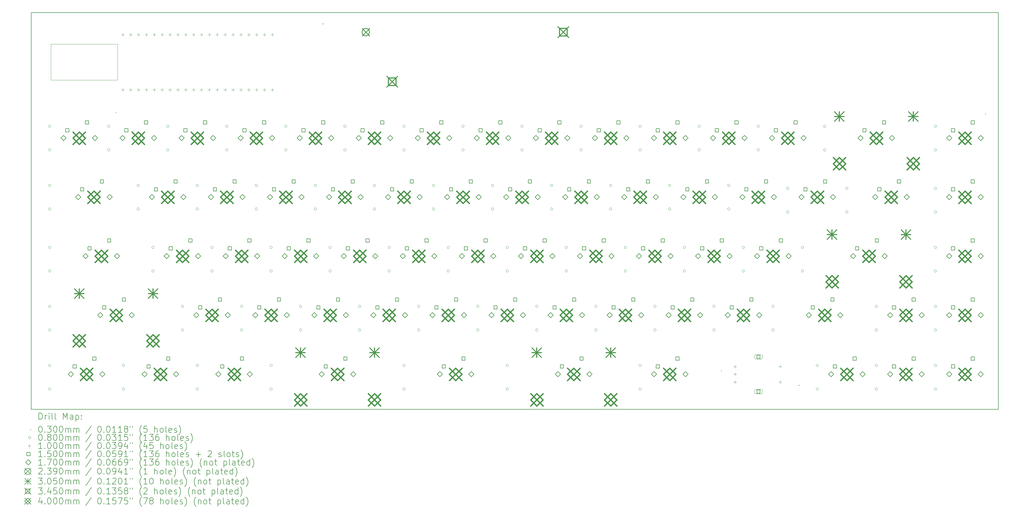
<source format=gbr>
%TF.GenerationSoftware,KiCad,Pcbnew,9.0.3*%
%TF.CreationDate,2025-07-18T15:00:09+05:30*%
%TF.ProjectId,Mechanical-PicoBoard-W,4d656368-616e-4696-9361-6c2d5069636f,rev?*%
%TF.SameCoordinates,Original*%
%TF.FileFunction,Drillmap*%
%TF.FilePolarity,Positive*%
%FSLAX45Y45*%
G04 Gerber Fmt 4.5, Leading zero omitted, Abs format (unit mm)*
G04 Created by KiCad (PCBNEW 9.0.3) date 2025-07-18 15:00:09*
%MOMM*%
%LPD*%
G01*
G04 APERTURE LIST*
%ADD10C,0.050000*%
%ADD11C,0.200000*%
%ADD12C,0.100000*%
%ADD13C,0.150000*%
%ADD14C,0.170000*%
%ADD15C,0.239000*%
%ADD16C,0.305000*%
%ADD17C,0.345000*%
%ADD18C,0.400000*%
G04 APERTURE END LIST*
D10*
X2080000Y-2460000D02*
X4230000Y-2460000D01*
X4230000Y-3620000D01*
X2080000Y-3620000D01*
X2080000Y-2460000D01*
D11*
X1444937Y-1444937D02*
X32644937Y-1444937D01*
X32644937Y-14244937D01*
X1444937Y-14244937D01*
X1444937Y-1444937D01*
D12*
X4168375Y-4644625D02*
X4198375Y-4674625D01*
X4198375Y-4644625D02*
X4168375Y-4674625D01*
X10835875Y-1787125D02*
X10865875Y-1817125D01*
X10865875Y-1787125D02*
X10835875Y-1817125D01*
X23694625Y-12979000D02*
X23724625Y-13009000D01*
X23724625Y-12979000D02*
X23694625Y-13009000D01*
X26194937Y-13455250D02*
X26224937Y-13485250D01*
X26224937Y-13455250D02*
X26194937Y-13485250D01*
X32217627Y-4694123D02*
X32247627Y-4724123D01*
X32247627Y-4694123D02*
X32217627Y-4724123D01*
X2080250Y-5112063D02*
G75*
G02*
X2000250Y-5112063I-40000J0D01*
G01*
X2000250Y-5112063D02*
G75*
G02*
X2080250Y-5112063I40000J0D01*
G01*
X2080250Y-5874062D02*
G75*
G02*
X2000250Y-5874062I-40000J0D01*
G01*
X2000250Y-5874062D02*
G75*
G02*
X2080250Y-5874062I40000J0D01*
G01*
X2080250Y-7017062D02*
G75*
G02*
X2000250Y-7017062I-40000J0D01*
G01*
X2000250Y-7017062D02*
G75*
G02*
X2080250Y-7017062I40000J0D01*
G01*
X2080250Y-7779062D02*
G75*
G02*
X2000250Y-7779062I-40000J0D01*
G01*
X2000250Y-7779062D02*
G75*
G02*
X2080250Y-7779062I40000J0D01*
G01*
X2080250Y-9017313D02*
G75*
G02*
X2000250Y-9017313I-40000J0D01*
G01*
X2000250Y-9017313D02*
G75*
G02*
X2080250Y-9017313I40000J0D01*
G01*
X2080250Y-9779313D02*
G75*
G02*
X2000250Y-9779313I-40000J0D01*
G01*
X2000250Y-9779313D02*
G75*
G02*
X2080250Y-9779313I40000J0D01*
G01*
X2080250Y-10922313D02*
G75*
G02*
X2000250Y-10922313I-40000J0D01*
G01*
X2000250Y-10922313D02*
G75*
G02*
X2080250Y-10922313I40000J0D01*
G01*
X2080250Y-11684312D02*
G75*
G02*
X2000250Y-11684312I-40000J0D01*
G01*
X2000250Y-11684312D02*
G75*
G02*
X2080250Y-11684312I40000J0D01*
G01*
X2080250Y-12827312D02*
G75*
G02*
X2000250Y-12827312I-40000J0D01*
G01*
X2000250Y-12827312D02*
G75*
G02*
X2080250Y-12827312I40000J0D01*
G01*
X2080250Y-13589312D02*
G75*
G02*
X2000250Y-13589312I-40000J0D01*
G01*
X2000250Y-13589312D02*
G75*
G02*
X2080250Y-13589312I40000J0D01*
G01*
X3985250Y-5112063D02*
G75*
G02*
X3905250Y-5112063I-40000J0D01*
G01*
X3905250Y-5112063D02*
G75*
G02*
X3985250Y-5112063I40000J0D01*
G01*
X3985250Y-5874062D02*
G75*
G02*
X3905250Y-5874062I-40000J0D01*
G01*
X3905250Y-5874062D02*
G75*
G02*
X3985250Y-5874062I40000J0D01*
G01*
X4461500Y-12827312D02*
G75*
G02*
X4381500Y-12827312I-40000J0D01*
G01*
X4381500Y-12827312D02*
G75*
G02*
X4461500Y-12827312I40000J0D01*
G01*
X4461500Y-13589312D02*
G75*
G02*
X4381500Y-13589312I-40000J0D01*
G01*
X4381500Y-13589312D02*
G75*
G02*
X4461500Y-13589312I40000J0D01*
G01*
X4937750Y-7017062D02*
G75*
G02*
X4857750Y-7017062I-40000J0D01*
G01*
X4857750Y-7017062D02*
G75*
G02*
X4937750Y-7017062I40000J0D01*
G01*
X4937750Y-7779062D02*
G75*
G02*
X4857750Y-7779062I-40000J0D01*
G01*
X4857750Y-7779062D02*
G75*
G02*
X4937750Y-7779062I40000J0D01*
G01*
X5414000Y-9017313D02*
G75*
G02*
X5334000Y-9017313I-40000J0D01*
G01*
X5334000Y-9017313D02*
G75*
G02*
X5414000Y-9017313I40000J0D01*
G01*
X5414000Y-9779313D02*
G75*
G02*
X5334000Y-9779313I-40000J0D01*
G01*
X5334000Y-9779313D02*
G75*
G02*
X5414000Y-9779313I40000J0D01*
G01*
X5890250Y-5112063D02*
G75*
G02*
X5810250Y-5112063I-40000J0D01*
G01*
X5810250Y-5112063D02*
G75*
G02*
X5890250Y-5112063I40000J0D01*
G01*
X5890250Y-5874062D02*
G75*
G02*
X5810250Y-5874062I-40000J0D01*
G01*
X5810250Y-5874062D02*
G75*
G02*
X5890250Y-5874062I40000J0D01*
G01*
X6366500Y-10922313D02*
G75*
G02*
X6286500Y-10922313I-40000J0D01*
G01*
X6286500Y-10922313D02*
G75*
G02*
X6366500Y-10922313I40000J0D01*
G01*
X6366500Y-11684312D02*
G75*
G02*
X6286500Y-11684312I-40000J0D01*
G01*
X6286500Y-11684312D02*
G75*
G02*
X6366500Y-11684312I40000J0D01*
G01*
X6842750Y-7017062D02*
G75*
G02*
X6762750Y-7017062I-40000J0D01*
G01*
X6762750Y-7017062D02*
G75*
G02*
X6842750Y-7017062I40000J0D01*
G01*
X6842750Y-7779062D02*
G75*
G02*
X6762750Y-7779062I-40000J0D01*
G01*
X6762750Y-7779062D02*
G75*
G02*
X6842750Y-7779062I40000J0D01*
G01*
X6842750Y-12827312D02*
G75*
G02*
X6762750Y-12827312I-40000J0D01*
G01*
X6762750Y-12827312D02*
G75*
G02*
X6842750Y-12827312I40000J0D01*
G01*
X6842750Y-13589312D02*
G75*
G02*
X6762750Y-13589312I-40000J0D01*
G01*
X6762750Y-13589312D02*
G75*
G02*
X6842750Y-13589312I40000J0D01*
G01*
X7319000Y-9017313D02*
G75*
G02*
X7239000Y-9017313I-40000J0D01*
G01*
X7239000Y-9017313D02*
G75*
G02*
X7319000Y-9017313I40000J0D01*
G01*
X7319000Y-9779313D02*
G75*
G02*
X7239000Y-9779313I-40000J0D01*
G01*
X7239000Y-9779313D02*
G75*
G02*
X7319000Y-9779313I40000J0D01*
G01*
X7795250Y-5112063D02*
G75*
G02*
X7715250Y-5112063I-40000J0D01*
G01*
X7715250Y-5112063D02*
G75*
G02*
X7795250Y-5112063I40000J0D01*
G01*
X7795250Y-5874062D02*
G75*
G02*
X7715250Y-5874062I-40000J0D01*
G01*
X7715250Y-5874062D02*
G75*
G02*
X7795250Y-5874062I40000J0D01*
G01*
X8271500Y-10922313D02*
G75*
G02*
X8191500Y-10922313I-40000J0D01*
G01*
X8191500Y-10922313D02*
G75*
G02*
X8271500Y-10922313I40000J0D01*
G01*
X8271500Y-11684312D02*
G75*
G02*
X8191500Y-11684312I-40000J0D01*
G01*
X8191500Y-11684312D02*
G75*
G02*
X8271500Y-11684312I40000J0D01*
G01*
X8747750Y-7017062D02*
G75*
G02*
X8667750Y-7017062I-40000J0D01*
G01*
X8667750Y-7017062D02*
G75*
G02*
X8747750Y-7017062I40000J0D01*
G01*
X8747750Y-7779062D02*
G75*
G02*
X8667750Y-7779062I-40000J0D01*
G01*
X8667750Y-7779062D02*
G75*
G02*
X8747750Y-7779062I40000J0D01*
G01*
X9224000Y-9017313D02*
G75*
G02*
X9144000Y-9017313I-40000J0D01*
G01*
X9144000Y-9017313D02*
G75*
G02*
X9224000Y-9017313I40000J0D01*
G01*
X9224000Y-9779313D02*
G75*
G02*
X9144000Y-9779313I-40000J0D01*
G01*
X9144000Y-9779313D02*
G75*
G02*
X9224000Y-9779313I40000J0D01*
G01*
X9224000Y-12827312D02*
G75*
G02*
X9144000Y-12827312I-40000J0D01*
G01*
X9144000Y-12827312D02*
G75*
G02*
X9224000Y-12827312I40000J0D01*
G01*
X9224000Y-13589312D02*
G75*
G02*
X9144000Y-13589312I-40000J0D01*
G01*
X9144000Y-13589312D02*
G75*
G02*
X9224000Y-13589312I40000J0D01*
G01*
X9700250Y-5112063D02*
G75*
G02*
X9620250Y-5112063I-40000J0D01*
G01*
X9620250Y-5112063D02*
G75*
G02*
X9700250Y-5112063I40000J0D01*
G01*
X9700250Y-5874062D02*
G75*
G02*
X9620250Y-5874062I-40000J0D01*
G01*
X9620250Y-5874062D02*
G75*
G02*
X9700250Y-5874062I40000J0D01*
G01*
X10176500Y-10922313D02*
G75*
G02*
X10096500Y-10922313I-40000J0D01*
G01*
X10096500Y-10922313D02*
G75*
G02*
X10176500Y-10922313I40000J0D01*
G01*
X10176500Y-11684312D02*
G75*
G02*
X10096500Y-11684312I-40000J0D01*
G01*
X10096500Y-11684312D02*
G75*
G02*
X10176500Y-11684312I40000J0D01*
G01*
X10652750Y-7017062D02*
G75*
G02*
X10572750Y-7017062I-40000J0D01*
G01*
X10572750Y-7017062D02*
G75*
G02*
X10652750Y-7017062I40000J0D01*
G01*
X10652750Y-7779062D02*
G75*
G02*
X10572750Y-7779062I-40000J0D01*
G01*
X10572750Y-7779062D02*
G75*
G02*
X10652750Y-7779062I40000J0D01*
G01*
X11129000Y-9017313D02*
G75*
G02*
X11049000Y-9017313I-40000J0D01*
G01*
X11049000Y-9017313D02*
G75*
G02*
X11129000Y-9017313I40000J0D01*
G01*
X11129000Y-9779313D02*
G75*
G02*
X11049000Y-9779313I-40000J0D01*
G01*
X11049000Y-9779313D02*
G75*
G02*
X11129000Y-9779313I40000J0D01*
G01*
X11605250Y-5112063D02*
G75*
G02*
X11525250Y-5112063I-40000J0D01*
G01*
X11525250Y-5112063D02*
G75*
G02*
X11605250Y-5112063I40000J0D01*
G01*
X11605250Y-5874062D02*
G75*
G02*
X11525250Y-5874062I-40000J0D01*
G01*
X11525250Y-5874062D02*
G75*
G02*
X11605250Y-5874062I40000J0D01*
G01*
X12081500Y-10922313D02*
G75*
G02*
X12001500Y-10922313I-40000J0D01*
G01*
X12001500Y-10922313D02*
G75*
G02*
X12081500Y-10922313I40000J0D01*
G01*
X12081500Y-11684312D02*
G75*
G02*
X12001500Y-11684312I-40000J0D01*
G01*
X12001500Y-11684312D02*
G75*
G02*
X12081500Y-11684312I40000J0D01*
G01*
X12557750Y-7017062D02*
G75*
G02*
X12477750Y-7017062I-40000J0D01*
G01*
X12477750Y-7017062D02*
G75*
G02*
X12557750Y-7017062I40000J0D01*
G01*
X12557750Y-7779062D02*
G75*
G02*
X12477750Y-7779062I-40000J0D01*
G01*
X12477750Y-7779062D02*
G75*
G02*
X12557750Y-7779062I40000J0D01*
G01*
X13034000Y-9017313D02*
G75*
G02*
X12954000Y-9017313I-40000J0D01*
G01*
X12954000Y-9017313D02*
G75*
G02*
X13034000Y-9017313I40000J0D01*
G01*
X13034000Y-9779313D02*
G75*
G02*
X12954000Y-9779313I-40000J0D01*
G01*
X12954000Y-9779313D02*
G75*
G02*
X13034000Y-9779313I40000J0D01*
G01*
X13510250Y-5112063D02*
G75*
G02*
X13430250Y-5112063I-40000J0D01*
G01*
X13430250Y-5112063D02*
G75*
G02*
X13510250Y-5112063I40000J0D01*
G01*
X13510250Y-5874062D02*
G75*
G02*
X13430250Y-5874062I-40000J0D01*
G01*
X13430250Y-5874062D02*
G75*
G02*
X13510250Y-5874062I40000J0D01*
G01*
X13510250Y-12827312D02*
G75*
G02*
X13430250Y-12827312I-40000J0D01*
G01*
X13430250Y-12827312D02*
G75*
G02*
X13510250Y-12827312I40000J0D01*
G01*
X13510250Y-13589312D02*
G75*
G02*
X13430250Y-13589312I-40000J0D01*
G01*
X13430250Y-13589312D02*
G75*
G02*
X13510250Y-13589312I40000J0D01*
G01*
X13986500Y-10922313D02*
G75*
G02*
X13906500Y-10922313I-40000J0D01*
G01*
X13906500Y-10922313D02*
G75*
G02*
X13986500Y-10922313I40000J0D01*
G01*
X13986500Y-11684312D02*
G75*
G02*
X13906500Y-11684312I-40000J0D01*
G01*
X13906500Y-11684312D02*
G75*
G02*
X13986500Y-11684312I40000J0D01*
G01*
X14462750Y-7017062D02*
G75*
G02*
X14382750Y-7017062I-40000J0D01*
G01*
X14382750Y-7017062D02*
G75*
G02*
X14462750Y-7017062I40000J0D01*
G01*
X14462750Y-7779062D02*
G75*
G02*
X14382750Y-7779062I-40000J0D01*
G01*
X14382750Y-7779062D02*
G75*
G02*
X14462750Y-7779062I40000J0D01*
G01*
X14939000Y-9017313D02*
G75*
G02*
X14859000Y-9017313I-40000J0D01*
G01*
X14859000Y-9017313D02*
G75*
G02*
X14939000Y-9017313I40000J0D01*
G01*
X14939000Y-9779313D02*
G75*
G02*
X14859000Y-9779313I-40000J0D01*
G01*
X14859000Y-9779313D02*
G75*
G02*
X14939000Y-9779313I40000J0D01*
G01*
X15415250Y-5112063D02*
G75*
G02*
X15335250Y-5112063I-40000J0D01*
G01*
X15335250Y-5112063D02*
G75*
G02*
X15415250Y-5112063I40000J0D01*
G01*
X15415250Y-5874062D02*
G75*
G02*
X15335250Y-5874062I-40000J0D01*
G01*
X15335250Y-5874062D02*
G75*
G02*
X15415250Y-5874062I40000J0D01*
G01*
X15891500Y-10922313D02*
G75*
G02*
X15811500Y-10922313I-40000J0D01*
G01*
X15811500Y-10922313D02*
G75*
G02*
X15891500Y-10922313I40000J0D01*
G01*
X15891500Y-11684312D02*
G75*
G02*
X15811500Y-11684312I-40000J0D01*
G01*
X15811500Y-11684312D02*
G75*
G02*
X15891500Y-11684312I40000J0D01*
G01*
X16367750Y-7017062D02*
G75*
G02*
X16287750Y-7017062I-40000J0D01*
G01*
X16287750Y-7017062D02*
G75*
G02*
X16367750Y-7017062I40000J0D01*
G01*
X16367750Y-7779062D02*
G75*
G02*
X16287750Y-7779062I-40000J0D01*
G01*
X16287750Y-7779062D02*
G75*
G02*
X16367750Y-7779062I40000J0D01*
G01*
X16844000Y-9017313D02*
G75*
G02*
X16764000Y-9017313I-40000J0D01*
G01*
X16764000Y-9017313D02*
G75*
G02*
X16844000Y-9017313I40000J0D01*
G01*
X16844000Y-9779313D02*
G75*
G02*
X16764000Y-9779313I-40000J0D01*
G01*
X16764000Y-9779313D02*
G75*
G02*
X16844000Y-9779313I40000J0D01*
G01*
X16844000Y-12827312D02*
G75*
G02*
X16764000Y-12827312I-40000J0D01*
G01*
X16764000Y-12827312D02*
G75*
G02*
X16844000Y-12827312I40000J0D01*
G01*
X16844000Y-13589312D02*
G75*
G02*
X16764000Y-13589312I-40000J0D01*
G01*
X16764000Y-13589312D02*
G75*
G02*
X16844000Y-13589312I40000J0D01*
G01*
X17320250Y-5112063D02*
G75*
G02*
X17240250Y-5112063I-40000J0D01*
G01*
X17240250Y-5112063D02*
G75*
G02*
X17320250Y-5112063I40000J0D01*
G01*
X17320250Y-5874062D02*
G75*
G02*
X17240250Y-5874062I-40000J0D01*
G01*
X17240250Y-5874062D02*
G75*
G02*
X17320250Y-5874062I40000J0D01*
G01*
X17796500Y-10922313D02*
G75*
G02*
X17716500Y-10922313I-40000J0D01*
G01*
X17716500Y-10922313D02*
G75*
G02*
X17796500Y-10922313I40000J0D01*
G01*
X17796500Y-11684312D02*
G75*
G02*
X17716500Y-11684312I-40000J0D01*
G01*
X17716500Y-11684312D02*
G75*
G02*
X17796500Y-11684312I40000J0D01*
G01*
X18272750Y-7017062D02*
G75*
G02*
X18192750Y-7017062I-40000J0D01*
G01*
X18192750Y-7017062D02*
G75*
G02*
X18272750Y-7017062I40000J0D01*
G01*
X18272750Y-7779062D02*
G75*
G02*
X18192750Y-7779062I-40000J0D01*
G01*
X18192750Y-7779062D02*
G75*
G02*
X18272750Y-7779062I40000J0D01*
G01*
X18749000Y-9017313D02*
G75*
G02*
X18669000Y-9017313I-40000J0D01*
G01*
X18669000Y-9017313D02*
G75*
G02*
X18749000Y-9017313I40000J0D01*
G01*
X18749000Y-9779313D02*
G75*
G02*
X18669000Y-9779313I-40000J0D01*
G01*
X18669000Y-9779313D02*
G75*
G02*
X18749000Y-9779313I40000J0D01*
G01*
X19225250Y-5112063D02*
G75*
G02*
X19145250Y-5112063I-40000J0D01*
G01*
X19145250Y-5112063D02*
G75*
G02*
X19225250Y-5112063I40000J0D01*
G01*
X19225250Y-5874062D02*
G75*
G02*
X19145250Y-5874062I-40000J0D01*
G01*
X19145250Y-5874062D02*
G75*
G02*
X19225250Y-5874062I40000J0D01*
G01*
X19701500Y-10922313D02*
G75*
G02*
X19621500Y-10922313I-40000J0D01*
G01*
X19621500Y-10922313D02*
G75*
G02*
X19701500Y-10922313I40000J0D01*
G01*
X19701500Y-11684312D02*
G75*
G02*
X19621500Y-11684312I-40000J0D01*
G01*
X19621500Y-11684312D02*
G75*
G02*
X19701500Y-11684312I40000J0D01*
G01*
X20177750Y-7017062D02*
G75*
G02*
X20097750Y-7017062I-40000J0D01*
G01*
X20097750Y-7017062D02*
G75*
G02*
X20177750Y-7017062I40000J0D01*
G01*
X20177750Y-7779062D02*
G75*
G02*
X20097750Y-7779062I-40000J0D01*
G01*
X20097750Y-7779062D02*
G75*
G02*
X20177750Y-7779062I40000J0D01*
G01*
X20654000Y-9017313D02*
G75*
G02*
X20574000Y-9017313I-40000J0D01*
G01*
X20574000Y-9017313D02*
G75*
G02*
X20654000Y-9017313I40000J0D01*
G01*
X20654000Y-9779313D02*
G75*
G02*
X20574000Y-9779313I-40000J0D01*
G01*
X20574000Y-9779313D02*
G75*
G02*
X20654000Y-9779313I40000J0D01*
G01*
X21130250Y-5112063D02*
G75*
G02*
X21050250Y-5112063I-40000J0D01*
G01*
X21050250Y-5112063D02*
G75*
G02*
X21130250Y-5112063I40000J0D01*
G01*
X21130250Y-5874062D02*
G75*
G02*
X21050250Y-5874062I-40000J0D01*
G01*
X21050250Y-5874062D02*
G75*
G02*
X21130250Y-5874062I40000J0D01*
G01*
X21130250Y-12827312D02*
G75*
G02*
X21050250Y-12827312I-40000J0D01*
G01*
X21050250Y-12827312D02*
G75*
G02*
X21130250Y-12827312I40000J0D01*
G01*
X21130250Y-13589312D02*
G75*
G02*
X21050250Y-13589312I-40000J0D01*
G01*
X21050250Y-13589312D02*
G75*
G02*
X21130250Y-13589312I40000J0D01*
G01*
X21606500Y-10922313D02*
G75*
G02*
X21526500Y-10922313I-40000J0D01*
G01*
X21526500Y-10922313D02*
G75*
G02*
X21606500Y-10922313I40000J0D01*
G01*
X21606500Y-11684312D02*
G75*
G02*
X21526500Y-11684312I-40000J0D01*
G01*
X21526500Y-11684312D02*
G75*
G02*
X21606500Y-11684312I40000J0D01*
G01*
X22082750Y-7017062D02*
G75*
G02*
X22002750Y-7017062I-40000J0D01*
G01*
X22002750Y-7017062D02*
G75*
G02*
X22082750Y-7017062I40000J0D01*
G01*
X22082750Y-7779062D02*
G75*
G02*
X22002750Y-7779062I-40000J0D01*
G01*
X22002750Y-7779062D02*
G75*
G02*
X22082750Y-7779062I40000J0D01*
G01*
X22559000Y-9017313D02*
G75*
G02*
X22479000Y-9017313I-40000J0D01*
G01*
X22479000Y-9017313D02*
G75*
G02*
X22559000Y-9017313I40000J0D01*
G01*
X22559000Y-9779313D02*
G75*
G02*
X22479000Y-9779313I-40000J0D01*
G01*
X22479000Y-9779313D02*
G75*
G02*
X22559000Y-9779313I40000J0D01*
G01*
X23035250Y-5112063D02*
G75*
G02*
X22955250Y-5112063I-40000J0D01*
G01*
X22955250Y-5112063D02*
G75*
G02*
X23035250Y-5112063I40000J0D01*
G01*
X23035250Y-5874062D02*
G75*
G02*
X22955250Y-5874062I-40000J0D01*
G01*
X22955250Y-5874062D02*
G75*
G02*
X23035250Y-5874062I40000J0D01*
G01*
X23511500Y-10922313D02*
G75*
G02*
X23431500Y-10922313I-40000J0D01*
G01*
X23431500Y-10922313D02*
G75*
G02*
X23511500Y-10922313I40000J0D01*
G01*
X23511500Y-11684312D02*
G75*
G02*
X23431500Y-11684312I-40000J0D01*
G01*
X23431500Y-11684312D02*
G75*
G02*
X23511500Y-11684312I40000J0D01*
G01*
X23987750Y-7017062D02*
G75*
G02*
X23907750Y-7017062I-40000J0D01*
G01*
X23907750Y-7017062D02*
G75*
G02*
X23987750Y-7017062I40000J0D01*
G01*
X23987750Y-7779062D02*
G75*
G02*
X23907750Y-7779062I-40000J0D01*
G01*
X23907750Y-7779062D02*
G75*
G02*
X23987750Y-7779062I40000J0D01*
G01*
X24464000Y-9017313D02*
G75*
G02*
X24384000Y-9017313I-40000J0D01*
G01*
X24384000Y-9017313D02*
G75*
G02*
X24464000Y-9017313I40000J0D01*
G01*
X24464000Y-9779313D02*
G75*
G02*
X24384000Y-9779313I-40000J0D01*
G01*
X24384000Y-9779313D02*
G75*
G02*
X24464000Y-9779313I40000J0D01*
G01*
X24940250Y-5112063D02*
G75*
G02*
X24860250Y-5112063I-40000J0D01*
G01*
X24860250Y-5112063D02*
G75*
G02*
X24940250Y-5112063I40000J0D01*
G01*
X24940250Y-5874062D02*
G75*
G02*
X24860250Y-5874062I-40000J0D01*
G01*
X24860250Y-5874062D02*
G75*
G02*
X24940250Y-5874062I40000J0D01*
G01*
X25416500Y-10922313D02*
G75*
G02*
X25336500Y-10922313I-40000J0D01*
G01*
X25336500Y-10922313D02*
G75*
G02*
X25416500Y-10922313I40000J0D01*
G01*
X25416500Y-11684312D02*
G75*
G02*
X25336500Y-11684312I-40000J0D01*
G01*
X25336500Y-11684312D02*
G75*
G02*
X25416500Y-11684312I40000J0D01*
G01*
X25892750Y-7112312D02*
G75*
G02*
X25812750Y-7112312I-40000J0D01*
G01*
X25812750Y-7112312D02*
G75*
G02*
X25892750Y-7112312I40000J0D01*
G01*
X25892750Y-7874312D02*
G75*
G02*
X25812750Y-7874312I-40000J0D01*
G01*
X25812750Y-7874312D02*
G75*
G02*
X25892750Y-7874312I40000J0D01*
G01*
X26369000Y-9017313D02*
G75*
G02*
X26289000Y-9017313I-40000J0D01*
G01*
X26289000Y-9017313D02*
G75*
G02*
X26369000Y-9017313I40000J0D01*
G01*
X26369000Y-9779313D02*
G75*
G02*
X26289000Y-9779313I-40000J0D01*
G01*
X26289000Y-9779313D02*
G75*
G02*
X26369000Y-9779313I40000J0D01*
G01*
X26845250Y-12827312D02*
G75*
G02*
X26765250Y-12827312I-40000J0D01*
G01*
X26765250Y-12827312D02*
G75*
G02*
X26845250Y-12827312I40000J0D01*
G01*
X26845250Y-13589312D02*
G75*
G02*
X26765250Y-13589312I-40000J0D01*
G01*
X26765250Y-13589312D02*
G75*
G02*
X26845250Y-13589312I40000J0D01*
G01*
X27083375Y-5112063D02*
G75*
G02*
X27003375Y-5112063I-40000J0D01*
G01*
X27003375Y-5112063D02*
G75*
G02*
X27083375Y-5112063I40000J0D01*
G01*
X27083375Y-5874062D02*
G75*
G02*
X27003375Y-5874062I-40000J0D01*
G01*
X27003375Y-5874062D02*
G75*
G02*
X27083375Y-5874062I40000J0D01*
G01*
X27797750Y-7112312D02*
G75*
G02*
X27717750Y-7112312I-40000J0D01*
G01*
X27717750Y-7112312D02*
G75*
G02*
X27797750Y-7112312I40000J0D01*
G01*
X27797750Y-7874312D02*
G75*
G02*
X27717750Y-7874312I-40000J0D01*
G01*
X27717750Y-7874312D02*
G75*
G02*
X27797750Y-7874312I40000J0D01*
G01*
X28750250Y-10922313D02*
G75*
G02*
X28670250Y-10922313I-40000J0D01*
G01*
X28670250Y-10922313D02*
G75*
G02*
X28750250Y-10922313I40000J0D01*
G01*
X28750250Y-11684312D02*
G75*
G02*
X28670250Y-11684312I-40000J0D01*
G01*
X28670250Y-11684312D02*
G75*
G02*
X28750250Y-11684312I40000J0D01*
G01*
X28750250Y-12827312D02*
G75*
G02*
X28670250Y-12827312I-40000J0D01*
G01*
X28670250Y-12827312D02*
G75*
G02*
X28750250Y-12827312I40000J0D01*
G01*
X28750250Y-13589312D02*
G75*
G02*
X28670250Y-13589312I-40000J0D01*
G01*
X28670250Y-13589312D02*
G75*
G02*
X28750250Y-13589312I40000J0D01*
G01*
X30655250Y-5112063D02*
G75*
G02*
X30575250Y-5112063I-40000J0D01*
G01*
X30575250Y-5112063D02*
G75*
G02*
X30655250Y-5112063I40000J0D01*
G01*
X30655250Y-5874062D02*
G75*
G02*
X30575250Y-5874062I-40000J0D01*
G01*
X30575250Y-5874062D02*
G75*
G02*
X30655250Y-5874062I40000J0D01*
G01*
X30655250Y-7112312D02*
G75*
G02*
X30575250Y-7112312I-40000J0D01*
G01*
X30575250Y-7112312D02*
G75*
G02*
X30655250Y-7112312I40000J0D01*
G01*
X30655250Y-7874312D02*
G75*
G02*
X30575250Y-7874312I-40000J0D01*
G01*
X30575250Y-7874312D02*
G75*
G02*
X30655250Y-7874312I40000J0D01*
G01*
X30655250Y-9017313D02*
G75*
G02*
X30575250Y-9017313I-40000J0D01*
G01*
X30575250Y-9017313D02*
G75*
G02*
X30655250Y-9017313I40000J0D01*
G01*
X30655250Y-9779313D02*
G75*
G02*
X30575250Y-9779313I-40000J0D01*
G01*
X30575250Y-9779313D02*
G75*
G02*
X30655250Y-9779313I40000J0D01*
G01*
X30655250Y-10922313D02*
G75*
G02*
X30575250Y-10922313I-40000J0D01*
G01*
X30575250Y-10922313D02*
G75*
G02*
X30655250Y-10922313I40000J0D01*
G01*
X30655250Y-11684312D02*
G75*
G02*
X30575250Y-11684312I-40000J0D01*
G01*
X30575250Y-11684312D02*
G75*
G02*
X30655250Y-11684312I40000J0D01*
G01*
X30655250Y-12827312D02*
G75*
G02*
X30575250Y-12827312I-40000J0D01*
G01*
X30575250Y-12827312D02*
G75*
G02*
X30655250Y-12827312I40000J0D01*
G01*
X30655250Y-13589312D02*
G75*
G02*
X30575250Y-13589312I-40000J0D01*
G01*
X30575250Y-13589312D02*
G75*
G02*
X30655250Y-13589312I40000J0D01*
G01*
X4397375Y-2101063D02*
X4397375Y-2201063D01*
X4347375Y-2151063D02*
X4447375Y-2151063D01*
X4397375Y-3879062D02*
X4397375Y-3979062D01*
X4347375Y-3929062D02*
X4447375Y-3929062D01*
X4651375Y-2101063D02*
X4651375Y-2201063D01*
X4601375Y-2151063D02*
X4701375Y-2151063D01*
X4651375Y-3879062D02*
X4651375Y-3979062D01*
X4601375Y-3929062D02*
X4701375Y-3929062D01*
X4905375Y-2101063D02*
X4905375Y-2201063D01*
X4855375Y-2151063D02*
X4955375Y-2151063D01*
X4905375Y-3879062D02*
X4905375Y-3979062D01*
X4855375Y-3929062D02*
X4955375Y-3929062D01*
X5159375Y-2101063D02*
X5159375Y-2201063D01*
X5109375Y-2151063D02*
X5209375Y-2151063D01*
X5159375Y-3879062D02*
X5159375Y-3979062D01*
X5109375Y-3929062D02*
X5209375Y-3929062D01*
X5413375Y-2101063D02*
X5413375Y-2201063D01*
X5363375Y-2151063D02*
X5463375Y-2151063D01*
X5413375Y-3879062D02*
X5413375Y-3979062D01*
X5363375Y-3929062D02*
X5463375Y-3929062D01*
X5667375Y-2101063D02*
X5667375Y-2201063D01*
X5617375Y-2151063D02*
X5717375Y-2151063D01*
X5667375Y-3879062D02*
X5667375Y-3979062D01*
X5617375Y-3929062D02*
X5717375Y-3929062D01*
X5921375Y-2101063D02*
X5921375Y-2201063D01*
X5871375Y-2151063D02*
X5971375Y-2151063D01*
X5921375Y-3879062D02*
X5921375Y-3979062D01*
X5871375Y-3929062D02*
X5971375Y-3929062D01*
X6175375Y-2101063D02*
X6175375Y-2201063D01*
X6125375Y-2151063D02*
X6225375Y-2151063D01*
X6175375Y-3879062D02*
X6175375Y-3979062D01*
X6125375Y-3929062D02*
X6225375Y-3929062D01*
X6429375Y-2101063D02*
X6429375Y-2201063D01*
X6379375Y-2151063D02*
X6479375Y-2151063D01*
X6429375Y-3879062D02*
X6429375Y-3979062D01*
X6379375Y-3929062D02*
X6479375Y-3929062D01*
X6683375Y-2101063D02*
X6683375Y-2201063D01*
X6633375Y-2151063D02*
X6733375Y-2151063D01*
X6683375Y-3879062D02*
X6683375Y-3979062D01*
X6633375Y-3929062D02*
X6733375Y-3929062D01*
X6937375Y-2101063D02*
X6937375Y-2201063D01*
X6887375Y-2151063D02*
X6987375Y-2151063D01*
X6937375Y-3879062D02*
X6937375Y-3979062D01*
X6887375Y-3929062D02*
X6987375Y-3929062D01*
X7191375Y-2101063D02*
X7191375Y-2201063D01*
X7141375Y-2151063D02*
X7241375Y-2151063D01*
X7191375Y-3879062D02*
X7191375Y-3979062D01*
X7141375Y-3929062D02*
X7241375Y-3929062D01*
X7445375Y-2101063D02*
X7445375Y-2201063D01*
X7395375Y-2151063D02*
X7495375Y-2151063D01*
X7445375Y-3879062D02*
X7445375Y-3979062D01*
X7395375Y-3929062D02*
X7495375Y-3929062D01*
X7699375Y-2101063D02*
X7699375Y-2201063D01*
X7649375Y-2151063D02*
X7749375Y-2151063D01*
X7699375Y-3879062D02*
X7699375Y-3979062D01*
X7649375Y-3929062D02*
X7749375Y-3929062D01*
X7953375Y-2101063D02*
X7953375Y-2201063D01*
X7903375Y-2151063D02*
X8003375Y-2151063D01*
X7953375Y-3879062D02*
X7953375Y-3979062D01*
X7903375Y-3929062D02*
X8003375Y-3929062D01*
X8207375Y-2101063D02*
X8207375Y-2201063D01*
X8157375Y-2151063D02*
X8257375Y-2151063D01*
X8207375Y-3879062D02*
X8207375Y-3979062D01*
X8157375Y-3929062D02*
X8257375Y-3929062D01*
X8461375Y-2101063D02*
X8461375Y-2201063D01*
X8411375Y-2151063D02*
X8511375Y-2151063D01*
X8461375Y-3879062D02*
X8461375Y-3979062D01*
X8411375Y-3929062D02*
X8511375Y-3929062D01*
X8715375Y-2101063D02*
X8715375Y-2201063D01*
X8665375Y-2151063D02*
X8765375Y-2151063D01*
X8715375Y-3879062D02*
X8715375Y-3979062D01*
X8665375Y-3929062D02*
X8765375Y-3929062D01*
X8969375Y-2101063D02*
X8969375Y-2201063D01*
X8919375Y-2151063D02*
X9019375Y-2151063D01*
X8969375Y-3879062D02*
X8969375Y-3979062D01*
X8919375Y-3929062D02*
X9019375Y-3929062D01*
X9223375Y-2101063D02*
X9223375Y-2201063D01*
X9173375Y-2151063D02*
X9273375Y-2151063D01*
X9223375Y-3879062D02*
X9223375Y-3979062D01*
X9173375Y-3929062D02*
X9273375Y-3929062D01*
X24156500Y-12811812D02*
X24156500Y-12911812D01*
X24106500Y-12861812D02*
X24206500Y-12861812D01*
X24156500Y-13061812D02*
X24156500Y-13161812D01*
X24106500Y-13111812D02*
X24206500Y-13111812D01*
X24156500Y-13311812D02*
X24156500Y-13411812D01*
X24106500Y-13361812D02*
X24206500Y-13361812D01*
X25606500Y-12811812D02*
X25606500Y-12911812D01*
X25556500Y-12861812D02*
X25656500Y-12861812D01*
X25606500Y-13311812D02*
X25606500Y-13411812D01*
X25556500Y-13361812D02*
X25656500Y-13361812D01*
D13*
X2664784Y-5292096D02*
X2664784Y-5186029D01*
X2558717Y-5186029D01*
X2558717Y-5292096D01*
X2664784Y-5292096D01*
X2902908Y-12912096D02*
X2902908Y-12806029D01*
X2796841Y-12806029D01*
X2796841Y-12912096D01*
X2902908Y-12912096D01*
X3141033Y-7197096D02*
X3141033Y-7091029D01*
X3034966Y-7091029D01*
X3034966Y-7197096D01*
X3141033Y-7197096D01*
X3299783Y-5038096D02*
X3299783Y-4932029D01*
X3193716Y-4932029D01*
X3193716Y-5038096D01*
X3299783Y-5038096D01*
X3379158Y-9102096D02*
X3379158Y-8996029D01*
X3273091Y-8996029D01*
X3273091Y-9102096D01*
X3379158Y-9102096D01*
X3537908Y-12658096D02*
X3537908Y-12552029D01*
X3431841Y-12552029D01*
X3431841Y-12658096D01*
X3537908Y-12658096D01*
X3776033Y-6943096D02*
X3776033Y-6837029D01*
X3669966Y-6837029D01*
X3669966Y-6943096D01*
X3776033Y-6943096D01*
X3855408Y-11007096D02*
X3855408Y-10901029D01*
X3749341Y-10901029D01*
X3749341Y-11007096D01*
X3855408Y-11007096D01*
X4014158Y-8848096D02*
X4014158Y-8742029D01*
X3908091Y-8742029D01*
X3908091Y-8848096D01*
X4014158Y-8848096D01*
X4490409Y-10753096D02*
X4490409Y-10647029D01*
X4384342Y-10647029D01*
X4384342Y-10753096D01*
X4490409Y-10753096D01*
X4569784Y-5292096D02*
X4569784Y-5186029D01*
X4463717Y-5186029D01*
X4463717Y-5292096D01*
X4569784Y-5292096D01*
X5204784Y-5038096D02*
X5204784Y-4932029D01*
X5098717Y-4932029D01*
X5098717Y-5038096D01*
X5204784Y-5038096D01*
X5284159Y-12912096D02*
X5284159Y-12806029D01*
X5178092Y-12806029D01*
X5178092Y-12912096D01*
X5284159Y-12912096D01*
X5522284Y-7197096D02*
X5522284Y-7091029D01*
X5416217Y-7091029D01*
X5416217Y-7197096D01*
X5522284Y-7197096D01*
X5919158Y-12658096D02*
X5919158Y-12552029D01*
X5813091Y-12552029D01*
X5813091Y-12658096D01*
X5919158Y-12658096D01*
X5998533Y-9102096D02*
X5998533Y-8996029D01*
X5892466Y-8996029D01*
X5892466Y-9102096D01*
X5998533Y-9102096D01*
X6157283Y-6943096D02*
X6157283Y-6837029D01*
X6051216Y-6837029D01*
X6051216Y-6943096D01*
X6157283Y-6943096D01*
X6474783Y-5292096D02*
X6474783Y-5186029D01*
X6368716Y-5186029D01*
X6368716Y-5292096D01*
X6474783Y-5292096D01*
X6633533Y-8848096D02*
X6633533Y-8742029D01*
X6527466Y-8742029D01*
X6527466Y-8848096D01*
X6633533Y-8848096D01*
X6951033Y-11007096D02*
X6951033Y-10901029D01*
X6844966Y-10901029D01*
X6844966Y-11007096D01*
X6951033Y-11007096D01*
X7109783Y-5038096D02*
X7109783Y-4932029D01*
X7003716Y-4932029D01*
X7003716Y-5038096D01*
X7109783Y-5038096D01*
X7427283Y-7197096D02*
X7427283Y-7091029D01*
X7321216Y-7091029D01*
X7321216Y-7197096D01*
X7427283Y-7197096D01*
X7586033Y-10753096D02*
X7586033Y-10647029D01*
X7479966Y-10647029D01*
X7479966Y-10753096D01*
X7586033Y-10753096D01*
X7665408Y-12912096D02*
X7665408Y-12806029D01*
X7559341Y-12806029D01*
X7559341Y-12912096D01*
X7665408Y-12912096D01*
X7903533Y-9102096D02*
X7903533Y-8996029D01*
X7797466Y-8996029D01*
X7797466Y-9102096D01*
X7903533Y-9102096D01*
X8062283Y-6943096D02*
X8062283Y-6837029D01*
X7956216Y-6837029D01*
X7956216Y-6943096D01*
X8062283Y-6943096D01*
X8300408Y-12658096D02*
X8300408Y-12552029D01*
X8194341Y-12552029D01*
X8194341Y-12658096D01*
X8300408Y-12658096D01*
X8379783Y-5292096D02*
X8379783Y-5186029D01*
X8273716Y-5186029D01*
X8273716Y-5292096D01*
X8379783Y-5292096D01*
X8538534Y-8848096D02*
X8538534Y-8742029D01*
X8432467Y-8742029D01*
X8432467Y-8848096D01*
X8538534Y-8848096D01*
X8856034Y-11007096D02*
X8856034Y-10901029D01*
X8749967Y-10901029D01*
X8749967Y-11007096D01*
X8856034Y-11007096D01*
X9014784Y-5038096D02*
X9014784Y-4932029D01*
X8908717Y-4932029D01*
X8908717Y-5038096D01*
X9014784Y-5038096D01*
X9332284Y-7197096D02*
X9332284Y-7091029D01*
X9226217Y-7091029D01*
X9226217Y-7197096D01*
X9332284Y-7197096D01*
X9491034Y-10753096D02*
X9491034Y-10647029D01*
X9384967Y-10647029D01*
X9384967Y-10753096D01*
X9491034Y-10753096D01*
X9808534Y-9102096D02*
X9808534Y-8996029D01*
X9702467Y-8996029D01*
X9702467Y-9102096D01*
X9808534Y-9102096D01*
X9967284Y-6943096D02*
X9967284Y-6837029D01*
X9861217Y-6837029D01*
X9861217Y-6943096D01*
X9967284Y-6943096D01*
X10284784Y-5292096D02*
X10284784Y-5186029D01*
X10178717Y-5186029D01*
X10178717Y-5292096D01*
X10284784Y-5292096D01*
X10443534Y-8848096D02*
X10443534Y-8742029D01*
X10337467Y-8742029D01*
X10337467Y-8848096D01*
X10443534Y-8848096D01*
X10761034Y-11007096D02*
X10761034Y-10901029D01*
X10654967Y-10901029D01*
X10654967Y-11007096D01*
X10761034Y-11007096D01*
X10919784Y-5038096D02*
X10919784Y-4932029D01*
X10813717Y-4932029D01*
X10813717Y-5038096D01*
X10919784Y-5038096D01*
X10999159Y-12912096D02*
X10999159Y-12806029D01*
X10893092Y-12806029D01*
X10893092Y-12912096D01*
X10999159Y-12912096D01*
X11237283Y-7197096D02*
X11237283Y-7091029D01*
X11131217Y-7091029D01*
X11131217Y-7197096D01*
X11237283Y-7197096D01*
X11396033Y-10753096D02*
X11396033Y-10647029D01*
X11289966Y-10647029D01*
X11289966Y-10753096D01*
X11396033Y-10753096D01*
X11634158Y-12658096D02*
X11634158Y-12552029D01*
X11528091Y-12552029D01*
X11528091Y-12658096D01*
X11634158Y-12658096D01*
X11713533Y-9102096D02*
X11713533Y-8996029D01*
X11607466Y-8996029D01*
X11607466Y-9102096D01*
X11713533Y-9102096D01*
X11872283Y-6943096D02*
X11872283Y-6837029D01*
X11766216Y-6837029D01*
X11766216Y-6943096D01*
X11872283Y-6943096D01*
X12189783Y-5292096D02*
X12189783Y-5186029D01*
X12083716Y-5186029D01*
X12083716Y-5292096D01*
X12189783Y-5292096D01*
X12348533Y-8848096D02*
X12348533Y-8742029D01*
X12242466Y-8742029D01*
X12242466Y-8848096D01*
X12348533Y-8848096D01*
X12666033Y-11007096D02*
X12666033Y-10901029D01*
X12559966Y-10901029D01*
X12559966Y-11007096D01*
X12666033Y-11007096D01*
X12824783Y-5038096D02*
X12824783Y-4932029D01*
X12718716Y-4932029D01*
X12718716Y-5038096D01*
X12824783Y-5038096D01*
X13142283Y-7197096D02*
X13142283Y-7091029D01*
X13036216Y-7091029D01*
X13036216Y-7197096D01*
X13142283Y-7197096D01*
X13301033Y-10753096D02*
X13301033Y-10647029D01*
X13194966Y-10647029D01*
X13194966Y-10753096D01*
X13301033Y-10753096D01*
X13618533Y-9102096D02*
X13618533Y-8996029D01*
X13512466Y-8996029D01*
X13512466Y-9102096D01*
X13618533Y-9102096D01*
X13777283Y-6943096D02*
X13777283Y-6837029D01*
X13671216Y-6837029D01*
X13671216Y-6943096D01*
X13777283Y-6943096D01*
X14094783Y-5292096D02*
X14094783Y-5186029D01*
X13988716Y-5186029D01*
X13988716Y-5292096D01*
X14094783Y-5292096D01*
X14253533Y-8848096D02*
X14253533Y-8742029D01*
X14147466Y-8742029D01*
X14147466Y-8848096D01*
X14253533Y-8848096D01*
X14571033Y-11007096D02*
X14571033Y-10901029D01*
X14464966Y-10901029D01*
X14464966Y-11007096D01*
X14571033Y-11007096D01*
X14729783Y-5038096D02*
X14729783Y-4932029D01*
X14623716Y-4932029D01*
X14623716Y-5038096D01*
X14729783Y-5038096D01*
X14809158Y-12912096D02*
X14809158Y-12806029D01*
X14703091Y-12806029D01*
X14703091Y-12912096D01*
X14809158Y-12912096D01*
X15047283Y-7197096D02*
X15047283Y-7091029D01*
X14941216Y-7091029D01*
X14941216Y-7197096D01*
X15047283Y-7197096D01*
X15206033Y-10753096D02*
X15206033Y-10647029D01*
X15099966Y-10647029D01*
X15099966Y-10753096D01*
X15206033Y-10753096D01*
X15444158Y-12658096D02*
X15444158Y-12552029D01*
X15338091Y-12552029D01*
X15338091Y-12658096D01*
X15444158Y-12658096D01*
X15523533Y-9102096D02*
X15523533Y-8996029D01*
X15417466Y-8996029D01*
X15417466Y-9102096D01*
X15523533Y-9102096D01*
X15682283Y-6943096D02*
X15682283Y-6837029D01*
X15576216Y-6837029D01*
X15576216Y-6943096D01*
X15682283Y-6943096D01*
X15999783Y-5292096D02*
X15999783Y-5186029D01*
X15893716Y-5186029D01*
X15893716Y-5292096D01*
X15999783Y-5292096D01*
X16158533Y-8848096D02*
X16158533Y-8742029D01*
X16052466Y-8742029D01*
X16052466Y-8848096D01*
X16158533Y-8848096D01*
X16476033Y-11007096D02*
X16476033Y-10901029D01*
X16369966Y-10901029D01*
X16369966Y-11007096D01*
X16476033Y-11007096D01*
X16634783Y-5038096D02*
X16634783Y-4932029D01*
X16528716Y-4932029D01*
X16528716Y-5038096D01*
X16634783Y-5038096D01*
X16952284Y-7197096D02*
X16952284Y-7091029D01*
X16846217Y-7091029D01*
X16846217Y-7197096D01*
X16952284Y-7197096D01*
X17111034Y-10753096D02*
X17111034Y-10647029D01*
X17004967Y-10647029D01*
X17004967Y-10753096D01*
X17111034Y-10753096D01*
X17428534Y-9102096D02*
X17428534Y-8996029D01*
X17322467Y-8996029D01*
X17322467Y-9102096D01*
X17428534Y-9102096D01*
X17587284Y-6943096D02*
X17587284Y-6837029D01*
X17481217Y-6837029D01*
X17481217Y-6943096D01*
X17587284Y-6943096D01*
X17904784Y-5292096D02*
X17904784Y-5186029D01*
X17798717Y-5186029D01*
X17798717Y-5292096D01*
X17904784Y-5292096D01*
X18063534Y-8848096D02*
X18063534Y-8742029D01*
X17957467Y-8742029D01*
X17957467Y-8848096D01*
X18063534Y-8848096D01*
X18381034Y-11007096D02*
X18381034Y-10901029D01*
X18274967Y-10901029D01*
X18274967Y-11007096D01*
X18381034Y-11007096D01*
X18539784Y-5038096D02*
X18539784Y-4932029D01*
X18433717Y-4932029D01*
X18433717Y-5038096D01*
X18539784Y-5038096D01*
X18619159Y-12912096D02*
X18619159Y-12806029D01*
X18513092Y-12806029D01*
X18513092Y-12912096D01*
X18619159Y-12912096D01*
X18857284Y-7197096D02*
X18857284Y-7091029D01*
X18751217Y-7091029D01*
X18751217Y-7197096D01*
X18857284Y-7197096D01*
X19016034Y-10753096D02*
X19016034Y-10647029D01*
X18909967Y-10647029D01*
X18909967Y-10753096D01*
X19016034Y-10753096D01*
X19254159Y-12658096D02*
X19254159Y-12552029D01*
X19148092Y-12552029D01*
X19148092Y-12658096D01*
X19254159Y-12658096D01*
X19333534Y-9102096D02*
X19333534Y-8996029D01*
X19227467Y-8996029D01*
X19227467Y-9102096D01*
X19333534Y-9102096D01*
X19492284Y-6943096D02*
X19492284Y-6837029D01*
X19386217Y-6837029D01*
X19386217Y-6943096D01*
X19492284Y-6943096D01*
X19809784Y-5292096D02*
X19809784Y-5186029D01*
X19703717Y-5186029D01*
X19703717Y-5292096D01*
X19809784Y-5292096D01*
X19968534Y-8848096D02*
X19968534Y-8742029D01*
X19862467Y-8742029D01*
X19862467Y-8848096D01*
X19968534Y-8848096D01*
X20286034Y-11007096D02*
X20286034Y-10901029D01*
X20179967Y-10901029D01*
X20179967Y-11007096D01*
X20286034Y-11007096D01*
X20444784Y-5038096D02*
X20444784Y-4932029D01*
X20338717Y-4932029D01*
X20338717Y-5038096D01*
X20444784Y-5038096D01*
X20762284Y-7197096D02*
X20762284Y-7091029D01*
X20656217Y-7091029D01*
X20656217Y-7197096D01*
X20762284Y-7197096D01*
X20921034Y-10753096D02*
X20921034Y-10647029D01*
X20814967Y-10647029D01*
X20814967Y-10753096D01*
X20921034Y-10753096D01*
X21238534Y-9102096D02*
X21238534Y-8996029D01*
X21132467Y-8996029D01*
X21132467Y-9102096D01*
X21238534Y-9102096D01*
X21397284Y-6943096D02*
X21397284Y-6837029D01*
X21291217Y-6837029D01*
X21291217Y-6943096D01*
X21397284Y-6943096D01*
X21714784Y-5292096D02*
X21714784Y-5186029D01*
X21608717Y-5186029D01*
X21608717Y-5292096D01*
X21714784Y-5292096D01*
X21714784Y-12912096D02*
X21714784Y-12806029D01*
X21608717Y-12806029D01*
X21608717Y-12912096D01*
X21714784Y-12912096D01*
X21873534Y-8848096D02*
X21873534Y-8742029D01*
X21767467Y-8742029D01*
X21767467Y-8848096D01*
X21873534Y-8848096D01*
X22191034Y-11007096D02*
X22191034Y-10901029D01*
X22084967Y-10901029D01*
X22084967Y-11007096D01*
X22191034Y-11007096D01*
X22349784Y-5038096D02*
X22349784Y-4932029D01*
X22243717Y-4932029D01*
X22243717Y-5038096D01*
X22349784Y-5038096D01*
X22349784Y-12658096D02*
X22349784Y-12552029D01*
X22243717Y-12552029D01*
X22243717Y-12658096D01*
X22349784Y-12658096D01*
X22667283Y-7197096D02*
X22667283Y-7091029D01*
X22561216Y-7091029D01*
X22561216Y-7197096D01*
X22667283Y-7197096D01*
X22826033Y-10753096D02*
X22826033Y-10647029D01*
X22719966Y-10647029D01*
X22719966Y-10753096D01*
X22826033Y-10753096D01*
X23143533Y-9102096D02*
X23143533Y-8996029D01*
X23037466Y-8996029D01*
X23037466Y-9102096D01*
X23143533Y-9102096D01*
X23302283Y-6943096D02*
X23302283Y-6837029D01*
X23196216Y-6837029D01*
X23196216Y-6943096D01*
X23302283Y-6943096D01*
X23619783Y-5292096D02*
X23619783Y-5186029D01*
X23513716Y-5186029D01*
X23513716Y-5292096D01*
X23619783Y-5292096D01*
X23778533Y-8848096D02*
X23778533Y-8742029D01*
X23672466Y-8742029D01*
X23672466Y-8848096D01*
X23778533Y-8848096D01*
X24096033Y-11007096D02*
X24096033Y-10901029D01*
X23989966Y-10901029D01*
X23989966Y-11007096D01*
X24096033Y-11007096D01*
X24254783Y-5038096D02*
X24254783Y-4932029D01*
X24148716Y-4932029D01*
X24148716Y-5038096D01*
X24254783Y-5038096D01*
X24572283Y-7197096D02*
X24572283Y-7091029D01*
X24466216Y-7091029D01*
X24466216Y-7197096D01*
X24572283Y-7197096D01*
X24731033Y-10753096D02*
X24731033Y-10647029D01*
X24624966Y-10647029D01*
X24624966Y-10753096D01*
X24731033Y-10753096D01*
X24959533Y-12604846D02*
X24959533Y-12498779D01*
X24853466Y-12498779D01*
X24853466Y-12604846D01*
X24959533Y-12604846D01*
D12*
X24841500Y-12626812D02*
X24971500Y-12626812D01*
X24971500Y-12476812D02*
G75*
G02*
X24971500Y-12626812I0J-75000D01*
G01*
X24971500Y-12476812D02*
X24841500Y-12476812D01*
X24841500Y-12476812D02*
G75*
G03*
X24841500Y-12626812I0J-75000D01*
G01*
D13*
X24959533Y-13724846D02*
X24959533Y-13618779D01*
X24853466Y-13618779D01*
X24853466Y-13724846D01*
X24959533Y-13724846D01*
D12*
X24841500Y-13746812D02*
X24971500Y-13746812D01*
X24971500Y-13596812D02*
G75*
G02*
X24971500Y-13746812I0J-75000D01*
G01*
X24971500Y-13596812D02*
X24841500Y-13596812D01*
X24841500Y-13596812D02*
G75*
G03*
X24841500Y-13746812I0J-75000D01*
G01*
D13*
X25048533Y-9102096D02*
X25048533Y-8996029D01*
X24942466Y-8996029D01*
X24942466Y-9102096D01*
X25048533Y-9102096D01*
X25207283Y-6943096D02*
X25207283Y-6837029D01*
X25101216Y-6837029D01*
X25101216Y-6943096D01*
X25207283Y-6943096D01*
X25524783Y-5292096D02*
X25524783Y-5186029D01*
X25418716Y-5186029D01*
X25418716Y-5292096D01*
X25524783Y-5292096D01*
X25683533Y-8848096D02*
X25683533Y-8742029D01*
X25577466Y-8742029D01*
X25577466Y-8848096D01*
X25683533Y-8848096D01*
X26159783Y-5038096D02*
X26159783Y-4932029D01*
X26053716Y-4932029D01*
X26053716Y-5038096D01*
X26159783Y-5038096D01*
X26477283Y-7197096D02*
X26477283Y-7091029D01*
X26371216Y-7091029D01*
X26371216Y-7197096D01*
X26477283Y-7197096D01*
X26715408Y-11007096D02*
X26715408Y-10901029D01*
X26609341Y-10901029D01*
X26609341Y-11007096D01*
X26715408Y-11007096D01*
X27112283Y-6943096D02*
X27112283Y-6837029D01*
X27006216Y-6837029D01*
X27006216Y-6943096D01*
X27112283Y-6943096D01*
X27350408Y-10753096D02*
X27350408Y-10647029D01*
X27244341Y-10647029D01*
X27244341Y-10753096D01*
X27350408Y-10753096D01*
X27429783Y-12912096D02*
X27429783Y-12806029D01*
X27323716Y-12806029D01*
X27323716Y-12912096D01*
X27429783Y-12912096D01*
X28064783Y-12658096D02*
X28064783Y-12552029D01*
X27958716Y-12552029D01*
X27958716Y-12658096D01*
X28064783Y-12658096D01*
X28144158Y-9102096D02*
X28144158Y-8996029D01*
X28038091Y-8996029D01*
X28038091Y-9102096D01*
X28144158Y-9102096D01*
X28381658Y-5292096D02*
X28381658Y-5186029D01*
X28275591Y-5186029D01*
X28275591Y-5292096D01*
X28381658Y-5292096D01*
X28779158Y-8848096D02*
X28779158Y-8742029D01*
X28673091Y-8742029D01*
X28673091Y-8848096D01*
X28779158Y-8848096D01*
X28858533Y-7197096D02*
X28858533Y-7091029D01*
X28752466Y-7091029D01*
X28752466Y-7197096D01*
X28858533Y-7197096D01*
X29016658Y-5038096D02*
X29016658Y-4932029D01*
X28910591Y-4932029D01*
X28910591Y-5038096D01*
X29016658Y-5038096D01*
X29334783Y-11007096D02*
X29334783Y-10901029D01*
X29228716Y-10901029D01*
X29228716Y-11007096D01*
X29334783Y-11007096D01*
X29334783Y-12912096D02*
X29334783Y-12806029D01*
X29228716Y-12806029D01*
X29228716Y-12912096D01*
X29334783Y-12912096D01*
X29493533Y-6943096D02*
X29493533Y-6837029D01*
X29387466Y-6837029D01*
X29387466Y-6943096D01*
X29493533Y-6943096D01*
X29969783Y-10753096D02*
X29969783Y-10647029D01*
X29863716Y-10647029D01*
X29863716Y-10753096D01*
X29969783Y-10753096D01*
X29969783Y-12658096D02*
X29969783Y-12552029D01*
X29863716Y-12552029D01*
X29863716Y-12658096D01*
X29969783Y-12658096D01*
X31239783Y-5292096D02*
X31239783Y-5186029D01*
X31133716Y-5186029D01*
X31133716Y-5292096D01*
X31239783Y-5292096D01*
X31239783Y-7197096D02*
X31239783Y-7091029D01*
X31133716Y-7091029D01*
X31133716Y-7197096D01*
X31239783Y-7197096D01*
X31239783Y-9102096D02*
X31239783Y-8996029D01*
X31133716Y-8996029D01*
X31133716Y-9102096D01*
X31239783Y-9102096D01*
X31239783Y-11007096D02*
X31239783Y-10901029D01*
X31133716Y-10901029D01*
X31133716Y-11007096D01*
X31239783Y-11007096D01*
X31239783Y-12912096D02*
X31239783Y-12806029D01*
X31133716Y-12806029D01*
X31133716Y-12912096D01*
X31239783Y-12912096D01*
X31874783Y-5038096D02*
X31874783Y-4932029D01*
X31768716Y-4932029D01*
X31768716Y-5038096D01*
X31874783Y-5038096D01*
X31874783Y-6943096D02*
X31874783Y-6837029D01*
X31768716Y-6837029D01*
X31768716Y-6943096D01*
X31874783Y-6943096D01*
X31874783Y-8848096D02*
X31874783Y-8742029D01*
X31768716Y-8742029D01*
X31768716Y-8848096D01*
X31874783Y-8848096D01*
X31874783Y-10753096D02*
X31874783Y-10647029D01*
X31768716Y-10647029D01*
X31768716Y-10753096D01*
X31874783Y-10753096D01*
X31874783Y-12658096D02*
X31874783Y-12552029D01*
X31768716Y-12552029D01*
X31768716Y-12658096D01*
X31874783Y-12658096D01*
D14*
X2484750Y-5578063D02*
X2569750Y-5493063D01*
X2484750Y-5408063D01*
X2399750Y-5493063D01*
X2484750Y-5578063D01*
X2722875Y-13198062D02*
X2807875Y-13113062D01*
X2722875Y-13028062D01*
X2637875Y-13113062D01*
X2722875Y-13198062D01*
X2961000Y-7483062D02*
X3046000Y-7398062D01*
X2961000Y-7313062D01*
X2876000Y-7398062D01*
X2961000Y-7483062D01*
X3199125Y-9388063D02*
X3284125Y-9303063D01*
X3199125Y-9218063D01*
X3114125Y-9303063D01*
X3199125Y-9388063D01*
X3500750Y-5578063D02*
X3585750Y-5493063D01*
X3500750Y-5408063D01*
X3415750Y-5493063D01*
X3500750Y-5578063D01*
X3675375Y-11293062D02*
X3760375Y-11208062D01*
X3675375Y-11123063D01*
X3590375Y-11208062D01*
X3675375Y-11293062D01*
X3738875Y-13198062D02*
X3823875Y-13113062D01*
X3738875Y-13028062D01*
X3653875Y-13113062D01*
X3738875Y-13198062D01*
X3977000Y-7483062D02*
X4062000Y-7398062D01*
X3977000Y-7313062D01*
X3892000Y-7398062D01*
X3977000Y-7483062D01*
X4215125Y-9388063D02*
X4300125Y-9303063D01*
X4215125Y-9218063D01*
X4130125Y-9303063D01*
X4215125Y-9388063D01*
X4389750Y-5578063D02*
X4474750Y-5493063D01*
X4389750Y-5408063D01*
X4304750Y-5493063D01*
X4389750Y-5578063D01*
X4691375Y-11293062D02*
X4776375Y-11208062D01*
X4691375Y-11123063D01*
X4606375Y-11208062D01*
X4691375Y-11293062D01*
X5104125Y-13198062D02*
X5189125Y-13113062D01*
X5104125Y-13028062D01*
X5019125Y-13113062D01*
X5104125Y-13198062D01*
X5342250Y-7483062D02*
X5427250Y-7398062D01*
X5342250Y-7313062D01*
X5257250Y-7398062D01*
X5342250Y-7483062D01*
X5405750Y-5578063D02*
X5490750Y-5493063D01*
X5405750Y-5408063D01*
X5320750Y-5493063D01*
X5405750Y-5578063D01*
X5818500Y-9388063D02*
X5903500Y-9303063D01*
X5818500Y-9218063D01*
X5733500Y-9303063D01*
X5818500Y-9388063D01*
X6120125Y-13198062D02*
X6205125Y-13113062D01*
X6120125Y-13028062D01*
X6035125Y-13113062D01*
X6120125Y-13198062D01*
X6294750Y-5578063D02*
X6379750Y-5493063D01*
X6294750Y-5408063D01*
X6209750Y-5493063D01*
X6294750Y-5578063D01*
X6358250Y-7483062D02*
X6443250Y-7398062D01*
X6358250Y-7313062D01*
X6273250Y-7398062D01*
X6358250Y-7483062D01*
X6771000Y-11293062D02*
X6856000Y-11208062D01*
X6771000Y-11123063D01*
X6686000Y-11208062D01*
X6771000Y-11293062D01*
X6834500Y-9388063D02*
X6919500Y-9303063D01*
X6834500Y-9218063D01*
X6749500Y-9303063D01*
X6834500Y-9388063D01*
X7247250Y-7483062D02*
X7332250Y-7398062D01*
X7247250Y-7313062D01*
X7162250Y-7398062D01*
X7247250Y-7483062D01*
X7310750Y-5578063D02*
X7395750Y-5493063D01*
X7310750Y-5408063D01*
X7225750Y-5493063D01*
X7310750Y-5578063D01*
X7485375Y-13198062D02*
X7570375Y-13113062D01*
X7485375Y-13028062D01*
X7400375Y-13113062D01*
X7485375Y-13198062D01*
X7723500Y-9388063D02*
X7808500Y-9303063D01*
X7723500Y-9218063D01*
X7638500Y-9303063D01*
X7723500Y-9388063D01*
X7787000Y-11293062D02*
X7872000Y-11208062D01*
X7787000Y-11123063D01*
X7702000Y-11208062D01*
X7787000Y-11293062D01*
X8199750Y-5578063D02*
X8284750Y-5493063D01*
X8199750Y-5408063D01*
X8114750Y-5493063D01*
X8199750Y-5578063D01*
X8263250Y-7483062D02*
X8348250Y-7398062D01*
X8263250Y-7313062D01*
X8178250Y-7398062D01*
X8263250Y-7483062D01*
X8501375Y-13198062D02*
X8586375Y-13113062D01*
X8501375Y-13028062D01*
X8416375Y-13113062D01*
X8501375Y-13198062D01*
X8676000Y-11293062D02*
X8761000Y-11208062D01*
X8676000Y-11123063D01*
X8591000Y-11208062D01*
X8676000Y-11293062D01*
X8739500Y-9388063D02*
X8824500Y-9303063D01*
X8739500Y-9218063D01*
X8654500Y-9303063D01*
X8739500Y-9388063D01*
X9152250Y-7483062D02*
X9237250Y-7398062D01*
X9152250Y-7313062D01*
X9067250Y-7398062D01*
X9152250Y-7483062D01*
X9215750Y-5578063D02*
X9300750Y-5493063D01*
X9215750Y-5408063D01*
X9130750Y-5493063D01*
X9215750Y-5578063D01*
X9628500Y-9388063D02*
X9713500Y-9303063D01*
X9628500Y-9218063D01*
X9543500Y-9303063D01*
X9628500Y-9388063D01*
X9692000Y-11293062D02*
X9777000Y-11208062D01*
X9692000Y-11123063D01*
X9607000Y-11208062D01*
X9692000Y-11293062D01*
X10104750Y-5578063D02*
X10189750Y-5493063D01*
X10104750Y-5408063D01*
X10019750Y-5493063D01*
X10104750Y-5578063D01*
X10168250Y-7483062D02*
X10253250Y-7398062D01*
X10168250Y-7313062D01*
X10083250Y-7398062D01*
X10168250Y-7483062D01*
X10581000Y-11293062D02*
X10666000Y-11208062D01*
X10581000Y-11123063D01*
X10496000Y-11208062D01*
X10581000Y-11293062D01*
X10644500Y-9388063D02*
X10729500Y-9303063D01*
X10644500Y-9218063D01*
X10559500Y-9303063D01*
X10644500Y-9388063D01*
X10819125Y-13198062D02*
X10904125Y-13113062D01*
X10819125Y-13028062D01*
X10734125Y-13113062D01*
X10819125Y-13198062D01*
X11057250Y-7483062D02*
X11142250Y-7398062D01*
X11057250Y-7313062D01*
X10972250Y-7398062D01*
X11057250Y-7483062D01*
X11120750Y-5578063D02*
X11205750Y-5493063D01*
X11120750Y-5408063D01*
X11035750Y-5493063D01*
X11120750Y-5578063D01*
X11533500Y-9388063D02*
X11618500Y-9303063D01*
X11533500Y-9218063D01*
X11448500Y-9303063D01*
X11533500Y-9388063D01*
X11597000Y-11293062D02*
X11682000Y-11208062D01*
X11597000Y-11123063D01*
X11512000Y-11208062D01*
X11597000Y-11293062D01*
X11835125Y-13198062D02*
X11920125Y-13113062D01*
X11835125Y-13028062D01*
X11750125Y-13113062D01*
X11835125Y-13198062D01*
X12009750Y-5578063D02*
X12094750Y-5493063D01*
X12009750Y-5408063D01*
X11924750Y-5493063D01*
X12009750Y-5578063D01*
X12073250Y-7483062D02*
X12158250Y-7398062D01*
X12073250Y-7313062D01*
X11988250Y-7398062D01*
X12073250Y-7483062D01*
X12486000Y-11293062D02*
X12571000Y-11208062D01*
X12486000Y-11123063D01*
X12401000Y-11208062D01*
X12486000Y-11293062D01*
X12549500Y-9388063D02*
X12634500Y-9303063D01*
X12549500Y-9218063D01*
X12464500Y-9303063D01*
X12549500Y-9388063D01*
X12962250Y-7483062D02*
X13047250Y-7398062D01*
X12962250Y-7313062D01*
X12877250Y-7398062D01*
X12962250Y-7483062D01*
X13025750Y-5578063D02*
X13110750Y-5493063D01*
X13025750Y-5408063D01*
X12940750Y-5493063D01*
X13025750Y-5578063D01*
X13438500Y-9388063D02*
X13523500Y-9303063D01*
X13438500Y-9218063D01*
X13353500Y-9303063D01*
X13438500Y-9388063D01*
X13502000Y-11293062D02*
X13587000Y-11208062D01*
X13502000Y-11123063D01*
X13417000Y-11208062D01*
X13502000Y-11293062D01*
X13914750Y-5578063D02*
X13999750Y-5493063D01*
X13914750Y-5408063D01*
X13829750Y-5493063D01*
X13914750Y-5578063D01*
X13978250Y-7483062D02*
X14063250Y-7398062D01*
X13978250Y-7313062D01*
X13893250Y-7398062D01*
X13978250Y-7483062D01*
X14391000Y-11293062D02*
X14476000Y-11208062D01*
X14391000Y-11123063D01*
X14306000Y-11208062D01*
X14391000Y-11293062D01*
X14454500Y-9388063D02*
X14539500Y-9303063D01*
X14454500Y-9218063D01*
X14369500Y-9303063D01*
X14454500Y-9388063D01*
X14629125Y-13198062D02*
X14714125Y-13113062D01*
X14629125Y-13028062D01*
X14544125Y-13113062D01*
X14629125Y-13198062D01*
X14867250Y-7483062D02*
X14952250Y-7398062D01*
X14867250Y-7313062D01*
X14782250Y-7398062D01*
X14867250Y-7483062D01*
X14930750Y-5578063D02*
X15015750Y-5493063D01*
X14930750Y-5408063D01*
X14845750Y-5493063D01*
X14930750Y-5578063D01*
X15343500Y-9388063D02*
X15428500Y-9303063D01*
X15343500Y-9218063D01*
X15258500Y-9303063D01*
X15343500Y-9388063D01*
X15407000Y-11293062D02*
X15492000Y-11208062D01*
X15407000Y-11123063D01*
X15322000Y-11208062D01*
X15407000Y-11293062D01*
X15645125Y-13198062D02*
X15730125Y-13113062D01*
X15645125Y-13028062D01*
X15560125Y-13113062D01*
X15645125Y-13198062D01*
X15819750Y-5578063D02*
X15904750Y-5493063D01*
X15819750Y-5408063D01*
X15734750Y-5493063D01*
X15819750Y-5578063D01*
X15883250Y-7483062D02*
X15968250Y-7398062D01*
X15883250Y-7313062D01*
X15798250Y-7398062D01*
X15883250Y-7483062D01*
X16296000Y-11293062D02*
X16381000Y-11208062D01*
X16296000Y-11123063D01*
X16211000Y-11208062D01*
X16296000Y-11293062D01*
X16359500Y-9388063D02*
X16444500Y-9303063D01*
X16359500Y-9218063D01*
X16274500Y-9303063D01*
X16359500Y-9388063D01*
X16772250Y-7483062D02*
X16857250Y-7398062D01*
X16772250Y-7313062D01*
X16687250Y-7398062D01*
X16772250Y-7483062D01*
X16835750Y-5578063D02*
X16920750Y-5493063D01*
X16835750Y-5408063D01*
X16750750Y-5493063D01*
X16835750Y-5578063D01*
X17248500Y-9388063D02*
X17333500Y-9303063D01*
X17248500Y-9218063D01*
X17163500Y-9303063D01*
X17248500Y-9388063D01*
X17312000Y-11293062D02*
X17397000Y-11208062D01*
X17312000Y-11123063D01*
X17227000Y-11208062D01*
X17312000Y-11293062D01*
X17724750Y-5578063D02*
X17809750Y-5493063D01*
X17724750Y-5408063D01*
X17639750Y-5493063D01*
X17724750Y-5578063D01*
X17788250Y-7483062D02*
X17873250Y-7398062D01*
X17788250Y-7313062D01*
X17703250Y-7398062D01*
X17788250Y-7483062D01*
X18201000Y-11293062D02*
X18286000Y-11208062D01*
X18201000Y-11123063D01*
X18116000Y-11208062D01*
X18201000Y-11293062D01*
X18264500Y-9388063D02*
X18349500Y-9303063D01*
X18264500Y-9218063D01*
X18179500Y-9303063D01*
X18264500Y-9388063D01*
X18439125Y-13198062D02*
X18524125Y-13113062D01*
X18439125Y-13028062D01*
X18354125Y-13113062D01*
X18439125Y-13198062D01*
X18677250Y-7483062D02*
X18762250Y-7398062D01*
X18677250Y-7313062D01*
X18592250Y-7398062D01*
X18677250Y-7483062D01*
X18740750Y-5578063D02*
X18825750Y-5493063D01*
X18740750Y-5408063D01*
X18655750Y-5493063D01*
X18740750Y-5578063D01*
X19153500Y-9388063D02*
X19238500Y-9303063D01*
X19153500Y-9218063D01*
X19068500Y-9303063D01*
X19153500Y-9388063D01*
X19217000Y-11293062D02*
X19302000Y-11208062D01*
X19217000Y-11123063D01*
X19132000Y-11208062D01*
X19217000Y-11293062D01*
X19455125Y-13198062D02*
X19540125Y-13113062D01*
X19455125Y-13028062D01*
X19370125Y-13113062D01*
X19455125Y-13198062D01*
X19629750Y-5578063D02*
X19714750Y-5493063D01*
X19629750Y-5408063D01*
X19544750Y-5493063D01*
X19629750Y-5578063D01*
X19693250Y-7483062D02*
X19778250Y-7398062D01*
X19693250Y-7313062D01*
X19608250Y-7398062D01*
X19693250Y-7483062D01*
X20106000Y-11293062D02*
X20191000Y-11208062D01*
X20106000Y-11123063D01*
X20021000Y-11208062D01*
X20106000Y-11293062D01*
X20169500Y-9388063D02*
X20254500Y-9303063D01*
X20169500Y-9218063D01*
X20084500Y-9303063D01*
X20169500Y-9388063D01*
X20582250Y-7483062D02*
X20667250Y-7398062D01*
X20582250Y-7313062D01*
X20497250Y-7398062D01*
X20582250Y-7483062D01*
X20645750Y-5578063D02*
X20730750Y-5493063D01*
X20645750Y-5408063D01*
X20560750Y-5493063D01*
X20645750Y-5578063D01*
X21058500Y-9388063D02*
X21143500Y-9303063D01*
X21058500Y-9218063D01*
X20973500Y-9303063D01*
X21058500Y-9388063D01*
X21122000Y-11293062D02*
X21207000Y-11208062D01*
X21122000Y-11123063D01*
X21037000Y-11208062D01*
X21122000Y-11293062D01*
X21534750Y-5578063D02*
X21619750Y-5493063D01*
X21534750Y-5408063D01*
X21449750Y-5493063D01*
X21534750Y-5578063D01*
X21534750Y-13198062D02*
X21619750Y-13113062D01*
X21534750Y-13028062D01*
X21449750Y-13113062D01*
X21534750Y-13198062D01*
X21598250Y-7483062D02*
X21683250Y-7398062D01*
X21598250Y-7313062D01*
X21513250Y-7398062D01*
X21598250Y-7483062D01*
X22011000Y-11293062D02*
X22096000Y-11208062D01*
X22011000Y-11123063D01*
X21926000Y-11208062D01*
X22011000Y-11293062D01*
X22074500Y-9388063D02*
X22159500Y-9303063D01*
X22074500Y-9218063D01*
X21989500Y-9303063D01*
X22074500Y-9388063D01*
X22487250Y-7483062D02*
X22572250Y-7398062D01*
X22487250Y-7313062D01*
X22402250Y-7398062D01*
X22487250Y-7483062D01*
X22550750Y-5578063D02*
X22635750Y-5493063D01*
X22550750Y-5408063D01*
X22465750Y-5493063D01*
X22550750Y-5578063D01*
X22550750Y-13198062D02*
X22635750Y-13113062D01*
X22550750Y-13028062D01*
X22465750Y-13113062D01*
X22550750Y-13198062D01*
X22963500Y-9388063D02*
X23048500Y-9303063D01*
X22963500Y-9218063D01*
X22878500Y-9303063D01*
X22963500Y-9388063D01*
X23027000Y-11293062D02*
X23112000Y-11208062D01*
X23027000Y-11123063D01*
X22942000Y-11208062D01*
X23027000Y-11293062D01*
X23439750Y-5578063D02*
X23524750Y-5493063D01*
X23439750Y-5408063D01*
X23354750Y-5493063D01*
X23439750Y-5578063D01*
X23503250Y-7483062D02*
X23588250Y-7398062D01*
X23503250Y-7313062D01*
X23418250Y-7398062D01*
X23503250Y-7483062D01*
X23916000Y-11293062D02*
X24001000Y-11208062D01*
X23916000Y-11123063D01*
X23831000Y-11208062D01*
X23916000Y-11293062D01*
X23979500Y-9388063D02*
X24064500Y-9303063D01*
X23979500Y-9218063D01*
X23894500Y-9303063D01*
X23979500Y-9388063D01*
X24392250Y-7483062D02*
X24477250Y-7398062D01*
X24392250Y-7313062D01*
X24307250Y-7398062D01*
X24392250Y-7483062D01*
X24455750Y-5578063D02*
X24540750Y-5493063D01*
X24455750Y-5408063D01*
X24370750Y-5493063D01*
X24455750Y-5578063D01*
X24868500Y-9388063D02*
X24953500Y-9303063D01*
X24868500Y-9218063D01*
X24783500Y-9303063D01*
X24868500Y-9388063D01*
X24932000Y-11293062D02*
X25017000Y-11208062D01*
X24932000Y-11123063D01*
X24847000Y-11208062D01*
X24932000Y-11293062D01*
X25344750Y-5578063D02*
X25429750Y-5493063D01*
X25344750Y-5408063D01*
X25259750Y-5493063D01*
X25344750Y-5578063D01*
X25408250Y-7483062D02*
X25493250Y-7398062D01*
X25408250Y-7313062D01*
X25323250Y-7398062D01*
X25408250Y-7483062D01*
X25884500Y-9388063D02*
X25969500Y-9303063D01*
X25884500Y-9218063D01*
X25799500Y-9303063D01*
X25884500Y-9388063D01*
X26297250Y-7483062D02*
X26382250Y-7398062D01*
X26297250Y-7313062D01*
X26212250Y-7398062D01*
X26297250Y-7483062D01*
X26360750Y-5578063D02*
X26445750Y-5493063D01*
X26360750Y-5408063D01*
X26275750Y-5493063D01*
X26360750Y-5578063D01*
X26535375Y-11293062D02*
X26620375Y-11208062D01*
X26535375Y-11123063D01*
X26450375Y-11208062D01*
X26535375Y-11293062D01*
X27249750Y-13198062D02*
X27334750Y-13113062D01*
X27249750Y-13028062D01*
X27164750Y-13113062D01*
X27249750Y-13198062D01*
X27313250Y-7483062D02*
X27398250Y-7398062D01*
X27313250Y-7313062D01*
X27228250Y-7398062D01*
X27313250Y-7483062D01*
X27551375Y-11293062D02*
X27636375Y-11208062D01*
X27551375Y-11123063D01*
X27466375Y-11208062D01*
X27551375Y-11293062D01*
X27964125Y-9388063D02*
X28049125Y-9303063D01*
X27964125Y-9218063D01*
X27879125Y-9303063D01*
X27964125Y-9388063D01*
X28201625Y-5578063D02*
X28286625Y-5493063D01*
X28201625Y-5408063D01*
X28116625Y-5493063D01*
X28201625Y-5578063D01*
X28265750Y-13198062D02*
X28350750Y-13113062D01*
X28265750Y-13028062D01*
X28180750Y-13113062D01*
X28265750Y-13198062D01*
X28678500Y-7483062D02*
X28763500Y-7398062D01*
X28678500Y-7313062D01*
X28593500Y-7398062D01*
X28678500Y-7483062D01*
X28980125Y-9388063D02*
X29065125Y-9303063D01*
X28980125Y-9218063D01*
X28895125Y-9303063D01*
X28980125Y-9388063D01*
X29154750Y-11293062D02*
X29239750Y-11208062D01*
X29154750Y-11123063D01*
X29069750Y-11208062D01*
X29154750Y-11293062D01*
X29154750Y-13198062D02*
X29239750Y-13113062D01*
X29154750Y-13028062D01*
X29069750Y-13113062D01*
X29154750Y-13198062D01*
X29217625Y-5578063D02*
X29302625Y-5493063D01*
X29217625Y-5408063D01*
X29132625Y-5493063D01*
X29217625Y-5578063D01*
X29694500Y-7483062D02*
X29779500Y-7398062D01*
X29694500Y-7313062D01*
X29609500Y-7398062D01*
X29694500Y-7483062D01*
X30170750Y-11293062D02*
X30255750Y-11208062D01*
X30170750Y-11123063D01*
X30085750Y-11208062D01*
X30170750Y-11293062D01*
X30170750Y-13198062D02*
X30255750Y-13113062D01*
X30170750Y-13028062D01*
X30085750Y-13113062D01*
X30170750Y-13198062D01*
X31059750Y-5578063D02*
X31144750Y-5493063D01*
X31059750Y-5408063D01*
X30974750Y-5493063D01*
X31059750Y-5578063D01*
X31059750Y-7483062D02*
X31144750Y-7398062D01*
X31059750Y-7313062D01*
X30974750Y-7398062D01*
X31059750Y-7483062D01*
X31059750Y-9388063D02*
X31144750Y-9303063D01*
X31059750Y-9218063D01*
X30974750Y-9303063D01*
X31059750Y-9388063D01*
X31059750Y-11293062D02*
X31144750Y-11208062D01*
X31059750Y-11123063D01*
X30974750Y-11208062D01*
X31059750Y-11293062D01*
X31059750Y-13198062D02*
X31144750Y-13113062D01*
X31059750Y-13028062D01*
X30974750Y-13113062D01*
X31059750Y-13198062D01*
X32075750Y-5578063D02*
X32160750Y-5493063D01*
X32075750Y-5408063D01*
X31990750Y-5493063D01*
X32075750Y-5578063D01*
X32075750Y-7483062D02*
X32160750Y-7398062D01*
X32075750Y-7313062D01*
X31990750Y-7398062D01*
X32075750Y-7483062D01*
X32075750Y-9388063D02*
X32160750Y-9303063D01*
X32075750Y-9218063D01*
X31990750Y-9303063D01*
X32075750Y-9388063D01*
X32075750Y-11293062D02*
X32160750Y-11208062D01*
X32075750Y-11123063D01*
X31990750Y-11208062D01*
X32075750Y-11293062D01*
X32075750Y-13198062D02*
X32160750Y-13113062D01*
X32075750Y-13028062D01*
X31990750Y-13113062D01*
X32075750Y-13198062D01*
D15*
X12119000Y-1954187D02*
X12358000Y-2193188D01*
X12358000Y-1954187D02*
X12119000Y-2193188D01*
X12358000Y-2073687D02*
G75*
G02*
X12119000Y-2073687I-119500J0D01*
G01*
X12119000Y-2073687D02*
G75*
G02*
X12358000Y-2073687I119500J0D01*
G01*
D16*
X2840875Y-10355563D02*
X3145875Y-10660563D01*
X3145875Y-10355563D02*
X2840875Y-10660563D01*
X2993375Y-10355563D02*
X2993375Y-10660563D01*
X2840875Y-10508063D02*
X3145875Y-10508063D01*
X5220875Y-10355563D02*
X5525875Y-10660563D01*
X5525875Y-10355563D02*
X5220875Y-10660563D01*
X5373375Y-10355563D02*
X5373375Y-10660563D01*
X5220875Y-10508063D02*
X5525875Y-10508063D01*
X9984625Y-12260562D02*
X10289625Y-12565562D01*
X10289625Y-12260562D02*
X9984625Y-12565562D01*
X10137125Y-12260562D02*
X10137125Y-12565562D01*
X9984625Y-12413062D02*
X10289625Y-12413062D01*
X12364625Y-12260562D02*
X12669625Y-12565562D01*
X12669625Y-12260562D02*
X12364625Y-12565562D01*
X12517125Y-12260562D02*
X12517125Y-12565562D01*
X12364625Y-12413062D02*
X12669625Y-12413062D01*
X17604625Y-12260562D02*
X17909625Y-12565562D01*
X17909625Y-12260562D02*
X17604625Y-12565562D01*
X17757125Y-12260562D02*
X17757125Y-12565562D01*
X17604625Y-12413062D02*
X17909625Y-12413062D01*
X19984625Y-12260562D02*
X20289625Y-12565562D01*
X20289625Y-12260562D02*
X19984625Y-12565562D01*
X20137125Y-12260562D02*
X20137125Y-12565562D01*
X19984625Y-12413062D02*
X20289625Y-12413062D01*
X27129625Y-8450563D02*
X27434625Y-8755563D01*
X27434625Y-8450563D02*
X27129625Y-8755563D01*
X27282125Y-8450563D02*
X27282125Y-8755563D01*
X27129625Y-8603063D02*
X27434625Y-8603063D01*
X27367125Y-4640563D02*
X27672125Y-4945563D01*
X27672125Y-4640563D02*
X27367125Y-4945563D01*
X27519625Y-4640563D02*
X27519625Y-4945563D01*
X27367125Y-4793063D02*
X27672125Y-4793063D01*
X29509625Y-8450563D02*
X29814625Y-8755563D01*
X29814625Y-8450563D02*
X29509625Y-8755563D01*
X29662125Y-8450563D02*
X29662125Y-8755563D01*
X29509625Y-8603063D02*
X29814625Y-8603063D01*
X29747125Y-4640563D02*
X30052125Y-4945563D01*
X30052125Y-4640563D02*
X29747125Y-4945563D01*
X29899625Y-4640563D02*
X29899625Y-4945563D01*
X29747125Y-4793063D02*
X30052125Y-4793063D01*
D17*
X12917000Y-3501187D02*
X13262000Y-3846187D01*
X13262000Y-3501187D02*
X12917000Y-3846187D01*
X13211477Y-3795665D02*
X13211477Y-3551710D01*
X12967523Y-3551710D01*
X12967523Y-3795665D01*
X13211477Y-3795665D01*
X18441000Y-1901187D02*
X18786000Y-2246188D01*
X18786000Y-1901187D02*
X18441000Y-2246188D01*
X18735477Y-2195665D02*
X18735477Y-1951710D01*
X18491523Y-1951710D01*
X18491523Y-2195665D01*
X18735477Y-2195665D01*
D18*
X2792750Y-5293063D02*
X3192750Y-5693062D01*
X3192750Y-5293063D02*
X2792750Y-5693062D01*
X2992750Y-5693062D02*
X3192750Y-5493063D01*
X2992750Y-5293063D01*
X2792750Y-5493063D01*
X2992750Y-5693062D01*
X2793375Y-11832062D02*
X3193375Y-12232062D01*
X3193375Y-11832062D02*
X2793375Y-12232062D01*
X2993375Y-12232062D02*
X3193375Y-12032062D01*
X2993375Y-11832062D01*
X2793375Y-12032062D01*
X2993375Y-12232062D01*
X3030875Y-12913062D02*
X3430875Y-13313062D01*
X3430875Y-12913062D02*
X3030875Y-13313062D01*
X3230875Y-13313062D02*
X3430875Y-13113062D01*
X3230875Y-12913062D01*
X3030875Y-13113062D01*
X3230875Y-13313062D01*
X3269000Y-7198062D02*
X3669000Y-7598062D01*
X3669000Y-7198062D02*
X3269000Y-7598062D01*
X3469000Y-7598062D02*
X3669000Y-7398062D01*
X3469000Y-7198062D01*
X3269000Y-7398062D01*
X3469000Y-7598062D01*
X3507125Y-9103063D02*
X3907125Y-9503063D01*
X3907125Y-9103063D02*
X3507125Y-9503063D01*
X3707125Y-9503063D02*
X3907125Y-9303063D01*
X3707125Y-9103063D01*
X3507125Y-9303063D01*
X3707125Y-9503063D01*
X3983375Y-11008063D02*
X4383375Y-11408062D01*
X4383375Y-11008063D02*
X3983375Y-11408062D01*
X4183375Y-11408062D02*
X4383375Y-11208062D01*
X4183375Y-11008063D01*
X3983375Y-11208062D01*
X4183375Y-11408062D01*
X4697750Y-5293063D02*
X5097750Y-5693062D01*
X5097750Y-5293063D02*
X4697750Y-5693062D01*
X4897750Y-5693062D02*
X5097750Y-5493063D01*
X4897750Y-5293063D01*
X4697750Y-5493063D01*
X4897750Y-5693062D01*
X5173375Y-11832062D02*
X5573375Y-12232062D01*
X5573375Y-11832062D02*
X5173375Y-12232062D01*
X5373375Y-12232062D02*
X5573375Y-12032062D01*
X5373375Y-11832062D01*
X5173375Y-12032062D01*
X5373375Y-12232062D01*
X5412125Y-12913062D02*
X5812125Y-13313062D01*
X5812125Y-12913062D02*
X5412125Y-13313062D01*
X5612125Y-13313062D02*
X5812125Y-13113062D01*
X5612125Y-12913062D01*
X5412125Y-13113062D01*
X5612125Y-13313062D01*
X5650250Y-7198062D02*
X6050250Y-7598062D01*
X6050250Y-7198062D02*
X5650250Y-7598062D01*
X5850250Y-7598062D02*
X6050250Y-7398062D01*
X5850250Y-7198062D01*
X5650250Y-7398062D01*
X5850250Y-7598062D01*
X6126500Y-9103063D02*
X6526500Y-9503063D01*
X6526500Y-9103063D02*
X6126500Y-9503063D01*
X6326500Y-9503063D02*
X6526500Y-9303063D01*
X6326500Y-9103063D01*
X6126500Y-9303063D01*
X6326500Y-9503063D01*
X6602750Y-5293063D02*
X7002750Y-5693062D01*
X7002750Y-5293063D02*
X6602750Y-5693062D01*
X6802750Y-5693062D02*
X7002750Y-5493063D01*
X6802750Y-5293063D01*
X6602750Y-5493063D01*
X6802750Y-5693062D01*
X7079000Y-11008063D02*
X7479000Y-11408062D01*
X7479000Y-11008063D02*
X7079000Y-11408062D01*
X7279000Y-11408062D02*
X7479000Y-11208062D01*
X7279000Y-11008063D01*
X7079000Y-11208062D01*
X7279000Y-11408062D01*
X7555250Y-7198062D02*
X7955250Y-7598062D01*
X7955250Y-7198062D02*
X7555250Y-7598062D01*
X7755250Y-7598062D02*
X7955250Y-7398062D01*
X7755250Y-7198062D01*
X7555250Y-7398062D01*
X7755250Y-7598062D01*
X7793375Y-12913062D02*
X8193375Y-13313062D01*
X8193375Y-12913062D02*
X7793375Y-13313062D01*
X7993375Y-13313062D02*
X8193375Y-13113062D01*
X7993375Y-12913062D01*
X7793375Y-13113062D01*
X7993375Y-13313062D01*
X8031500Y-9103063D02*
X8431500Y-9503063D01*
X8431500Y-9103063D02*
X8031500Y-9503063D01*
X8231500Y-9503063D02*
X8431500Y-9303063D01*
X8231500Y-9103063D01*
X8031500Y-9303063D01*
X8231500Y-9503063D01*
X8507750Y-5293063D02*
X8907750Y-5693062D01*
X8907750Y-5293063D02*
X8507750Y-5693062D01*
X8707750Y-5693062D02*
X8907750Y-5493063D01*
X8707750Y-5293063D01*
X8507750Y-5493063D01*
X8707750Y-5693062D01*
X8984000Y-11008063D02*
X9384000Y-11408062D01*
X9384000Y-11008063D02*
X8984000Y-11408062D01*
X9184000Y-11408062D02*
X9384000Y-11208062D01*
X9184000Y-11008063D01*
X8984000Y-11208062D01*
X9184000Y-11408062D01*
X9460250Y-7198062D02*
X9860250Y-7598062D01*
X9860250Y-7198062D02*
X9460250Y-7598062D01*
X9660250Y-7598062D02*
X9860250Y-7398062D01*
X9660250Y-7198062D01*
X9460250Y-7398062D01*
X9660250Y-7598062D01*
X9936500Y-9103063D02*
X10336500Y-9503063D01*
X10336500Y-9103063D02*
X9936500Y-9503063D01*
X10136500Y-9503063D02*
X10336500Y-9303063D01*
X10136500Y-9103063D01*
X9936500Y-9303063D01*
X10136500Y-9503063D01*
X9937125Y-13737062D02*
X10337125Y-14137062D01*
X10337125Y-13737062D02*
X9937125Y-14137062D01*
X10137125Y-14137062D02*
X10337125Y-13937062D01*
X10137125Y-13737062D01*
X9937125Y-13937062D01*
X10137125Y-14137062D01*
X10412750Y-5293063D02*
X10812750Y-5693062D01*
X10812750Y-5293063D02*
X10412750Y-5693062D01*
X10612750Y-5693062D02*
X10812750Y-5493063D01*
X10612750Y-5293063D01*
X10412750Y-5493063D01*
X10612750Y-5693062D01*
X10889000Y-11008063D02*
X11289000Y-11408062D01*
X11289000Y-11008063D02*
X10889000Y-11408062D01*
X11089000Y-11408062D02*
X11289000Y-11208062D01*
X11089000Y-11008063D01*
X10889000Y-11208062D01*
X11089000Y-11408062D01*
X11127125Y-12913062D02*
X11527125Y-13313062D01*
X11527125Y-12913062D02*
X11127125Y-13313062D01*
X11327125Y-13313062D02*
X11527125Y-13113062D01*
X11327125Y-12913062D01*
X11127125Y-13113062D01*
X11327125Y-13313062D01*
X11365250Y-7198062D02*
X11765250Y-7598062D01*
X11765250Y-7198062D02*
X11365250Y-7598062D01*
X11565250Y-7598062D02*
X11765250Y-7398062D01*
X11565250Y-7198062D01*
X11365250Y-7398062D01*
X11565250Y-7598062D01*
X11841500Y-9103063D02*
X12241500Y-9503063D01*
X12241500Y-9103063D02*
X11841500Y-9503063D01*
X12041500Y-9503063D02*
X12241500Y-9303063D01*
X12041500Y-9103063D01*
X11841500Y-9303063D01*
X12041500Y-9503063D01*
X12317125Y-13737062D02*
X12717125Y-14137062D01*
X12717125Y-13737062D02*
X12317125Y-14137062D01*
X12517125Y-14137062D02*
X12717125Y-13937062D01*
X12517125Y-13737062D01*
X12317125Y-13937062D01*
X12517125Y-14137062D01*
X12317750Y-5293063D02*
X12717750Y-5693062D01*
X12717750Y-5293063D02*
X12317750Y-5693062D01*
X12517750Y-5693062D02*
X12717750Y-5493063D01*
X12517750Y-5293063D01*
X12317750Y-5493063D01*
X12517750Y-5693062D01*
X12794000Y-11008063D02*
X13194000Y-11408062D01*
X13194000Y-11008063D02*
X12794000Y-11408062D01*
X12994000Y-11408062D02*
X13194000Y-11208062D01*
X12994000Y-11008063D01*
X12794000Y-11208062D01*
X12994000Y-11408062D01*
X13270250Y-7198062D02*
X13670250Y-7598062D01*
X13670250Y-7198062D02*
X13270250Y-7598062D01*
X13470250Y-7598062D02*
X13670250Y-7398062D01*
X13470250Y-7198062D01*
X13270250Y-7398062D01*
X13470250Y-7598062D01*
X13746500Y-9103063D02*
X14146500Y-9503063D01*
X14146500Y-9103063D02*
X13746500Y-9503063D01*
X13946500Y-9503063D02*
X14146500Y-9303063D01*
X13946500Y-9103063D01*
X13746500Y-9303063D01*
X13946500Y-9503063D01*
X14222750Y-5293063D02*
X14622750Y-5693062D01*
X14622750Y-5293063D02*
X14222750Y-5693062D01*
X14422750Y-5693062D02*
X14622750Y-5493063D01*
X14422750Y-5293063D01*
X14222750Y-5493063D01*
X14422750Y-5693062D01*
X14699000Y-11008063D02*
X15099000Y-11408062D01*
X15099000Y-11008063D02*
X14699000Y-11408062D01*
X14899000Y-11408062D02*
X15099000Y-11208062D01*
X14899000Y-11008063D01*
X14699000Y-11208062D01*
X14899000Y-11408062D01*
X14937125Y-12913062D02*
X15337125Y-13313062D01*
X15337125Y-12913062D02*
X14937125Y-13313062D01*
X15137125Y-13313062D02*
X15337125Y-13113062D01*
X15137125Y-12913062D01*
X14937125Y-13113062D01*
X15137125Y-13313062D01*
X15175250Y-7198062D02*
X15575250Y-7598062D01*
X15575250Y-7198062D02*
X15175250Y-7598062D01*
X15375250Y-7598062D02*
X15575250Y-7398062D01*
X15375250Y-7198062D01*
X15175250Y-7398062D01*
X15375250Y-7598062D01*
X15651500Y-9103063D02*
X16051500Y-9503063D01*
X16051500Y-9103063D02*
X15651500Y-9503063D01*
X15851500Y-9503063D02*
X16051500Y-9303063D01*
X15851500Y-9103063D01*
X15651500Y-9303063D01*
X15851500Y-9503063D01*
X16127750Y-5293063D02*
X16527750Y-5693062D01*
X16527750Y-5293063D02*
X16127750Y-5693062D01*
X16327750Y-5693062D02*
X16527750Y-5493063D01*
X16327750Y-5293063D01*
X16127750Y-5493063D01*
X16327750Y-5693062D01*
X16604000Y-11008063D02*
X17004000Y-11408062D01*
X17004000Y-11008063D02*
X16604000Y-11408062D01*
X16804000Y-11408062D02*
X17004000Y-11208062D01*
X16804000Y-11008063D01*
X16604000Y-11208062D01*
X16804000Y-11408062D01*
X17080250Y-7198062D02*
X17480250Y-7598062D01*
X17480250Y-7198062D02*
X17080250Y-7598062D01*
X17280250Y-7598062D02*
X17480250Y-7398062D01*
X17280250Y-7198062D01*
X17080250Y-7398062D01*
X17280250Y-7598062D01*
X17556500Y-9103063D02*
X17956500Y-9503063D01*
X17956500Y-9103063D02*
X17556500Y-9503063D01*
X17756500Y-9503063D02*
X17956500Y-9303063D01*
X17756500Y-9103063D01*
X17556500Y-9303063D01*
X17756500Y-9503063D01*
X17557125Y-13737062D02*
X17957125Y-14137062D01*
X17957125Y-13737062D02*
X17557125Y-14137062D01*
X17757125Y-14137062D02*
X17957125Y-13937062D01*
X17757125Y-13737062D01*
X17557125Y-13937062D01*
X17757125Y-14137062D01*
X18032750Y-5293063D02*
X18432750Y-5693062D01*
X18432750Y-5293063D02*
X18032750Y-5693062D01*
X18232750Y-5693062D02*
X18432750Y-5493063D01*
X18232750Y-5293063D01*
X18032750Y-5493063D01*
X18232750Y-5693062D01*
X18509000Y-11008063D02*
X18909000Y-11408062D01*
X18909000Y-11008063D02*
X18509000Y-11408062D01*
X18709000Y-11408062D02*
X18909000Y-11208062D01*
X18709000Y-11008063D01*
X18509000Y-11208062D01*
X18709000Y-11408062D01*
X18747125Y-12913062D02*
X19147125Y-13313062D01*
X19147125Y-12913062D02*
X18747125Y-13313062D01*
X18947125Y-13313062D02*
X19147125Y-13113062D01*
X18947125Y-12913062D01*
X18747125Y-13113062D01*
X18947125Y-13313062D01*
X18985250Y-7198062D02*
X19385250Y-7598062D01*
X19385250Y-7198062D02*
X18985250Y-7598062D01*
X19185250Y-7598062D02*
X19385250Y-7398062D01*
X19185250Y-7198062D01*
X18985250Y-7398062D01*
X19185250Y-7598062D01*
X19461500Y-9103063D02*
X19861500Y-9503063D01*
X19861500Y-9103063D02*
X19461500Y-9503063D01*
X19661500Y-9503063D02*
X19861500Y-9303063D01*
X19661500Y-9103063D01*
X19461500Y-9303063D01*
X19661500Y-9503063D01*
X19937125Y-13737062D02*
X20337125Y-14137062D01*
X20337125Y-13737062D02*
X19937125Y-14137062D01*
X20137125Y-14137062D02*
X20337125Y-13937062D01*
X20137125Y-13737062D01*
X19937125Y-13937062D01*
X20137125Y-14137062D01*
X19937750Y-5293063D02*
X20337750Y-5693062D01*
X20337750Y-5293063D02*
X19937750Y-5693062D01*
X20137750Y-5693062D02*
X20337750Y-5493063D01*
X20137750Y-5293063D01*
X19937750Y-5493063D01*
X20137750Y-5693062D01*
X20414000Y-11008063D02*
X20814000Y-11408062D01*
X20814000Y-11008063D02*
X20414000Y-11408062D01*
X20614000Y-11408062D02*
X20814000Y-11208062D01*
X20614000Y-11008063D01*
X20414000Y-11208062D01*
X20614000Y-11408062D01*
X20890250Y-7198062D02*
X21290250Y-7598062D01*
X21290250Y-7198062D02*
X20890250Y-7598062D01*
X21090250Y-7598062D02*
X21290250Y-7398062D01*
X21090250Y-7198062D01*
X20890250Y-7398062D01*
X21090250Y-7598062D01*
X21366500Y-9103063D02*
X21766500Y-9503063D01*
X21766500Y-9103063D02*
X21366500Y-9503063D01*
X21566500Y-9503063D02*
X21766500Y-9303063D01*
X21566500Y-9103063D01*
X21366500Y-9303063D01*
X21566500Y-9503063D01*
X21842750Y-5293063D02*
X22242750Y-5693062D01*
X22242750Y-5293063D02*
X21842750Y-5693062D01*
X22042750Y-5693062D02*
X22242750Y-5493063D01*
X22042750Y-5293063D01*
X21842750Y-5493063D01*
X22042750Y-5693062D01*
X21842750Y-12913062D02*
X22242750Y-13313062D01*
X22242750Y-12913062D02*
X21842750Y-13313062D01*
X22042750Y-13313062D02*
X22242750Y-13113062D01*
X22042750Y-12913062D01*
X21842750Y-13113062D01*
X22042750Y-13313062D01*
X22319000Y-11008063D02*
X22719000Y-11408062D01*
X22719000Y-11008063D02*
X22319000Y-11408062D01*
X22519000Y-11408062D02*
X22719000Y-11208062D01*
X22519000Y-11008063D01*
X22319000Y-11208062D01*
X22519000Y-11408062D01*
X22795250Y-7198062D02*
X23195250Y-7598062D01*
X23195250Y-7198062D02*
X22795250Y-7598062D01*
X22995250Y-7598062D02*
X23195250Y-7398062D01*
X22995250Y-7198062D01*
X22795250Y-7398062D01*
X22995250Y-7598062D01*
X23271500Y-9103063D02*
X23671500Y-9503063D01*
X23671500Y-9103063D02*
X23271500Y-9503063D01*
X23471500Y-9503063D02*
X23671500Y-9303063D01*
X23471500Y-9103063D01*
X23271500Y-9303063D01*
X23471500Y-9503063D01*
X23747750Y-5293063D02*
X24147750Y-5693062D01*
X24147750Y-5293063D02*
X23747750Y-5693062D01*
X23947750Y-5693062D02*
X24147750Y-5493063D01*
X23947750Y-5293063D01*
X23747750Y-5493063D01*
X23947750Y-5693062D01*
X24224000Y-11008063D02*
X24624000Y-11408062D01*
X24624000Y-11008063D02*
X24224000Y-11408062D01*
X24424000Y-11408062D02*
X24624000Y-11208062D01*
X24424000Y-11008063D01*
X24224000Y-11208062D01*
X24424000Y-11408062D01*
X24700250Y-7198062D02*
X25100250Y-7598062D01*
X25100250Y-7198062D02*
X24700250Y-7598062D01*
X24900250Y-7598062D02*
X25100250Y-7398062D01*
X24900250Y-7198062D01*
X24700250Y-7398062D01*
X24900250Y-7598062D01*
X25176500Y-9103063D02*
X25576500Y-9503063D01*
X25576500Y-9103063D02*
X25176500Y-9503063D01*
X25376500Y-9503063D02*
X25576500Y-9303063D01*
X25376500Y-9103063D01*
X25176500Y-9303063D01*
X25376500Y-9503063D01*
X25652750Y-5293063D02*
X26052750Y-5693062D01*
X26052750Y-5293063D02*
X25652750Y-5693062D01*
X25852750Y-5693062D02*
X26052750Y-5493063D01*
X25852750Y-5293063D01*
X25652750Y-5493063D01*
X25852750Y-5693062D01*
X26605250Y-7198062D02*
X27005250Y-7598062D01*
X27005250Y-7198062D02*
X26605250Y-7598062D01*
X26805250Y-7598062D02*
X27005250Y-7398062D01*
X26805250Y-7198062D01*
X26605250Y-7398062D01*
X26805250Y-7598062D01*
X26843375Y-11008063D02*
X27243375Y-11408062D01*
X27243375Y-11008063D02*
X26843375Y-11408062D01*
X27043375Y-11408062D02*
X27243375Y-11208062D01*
X27043375Y-11008063D01*
X26843375Y-11208062D01*
X27043375Y-11408062D01*
X27082125Y-9927063D02*
X27482125Y-10327063D01*
X27482125Y-9927063D02*
X27082125Y-10327063D01*
X27282125Y-10327063D02*
X27482125Y-10127063D01*
X27282125Y-9927063D01*
X27082125Y-10127063D01*
X27282125Y-10327063D01*
X27319625Y-6117062D02*
X27719625Y-6517062D01*
X27719625Y-6117062D02*
X27319625Y-6517062D01*
X27519625Y-6517062D02*
X27719625Y-6317062D01*
X27519625Y-6117062D01*
X27319625Y-6317062D01*
X27519625Y-6517062D01*
X27557750Y-12913062D02*
X27957750Y-13313062D01*
X27957750Y-12913062D02*
X27557750Y-13313062D01*
X27757750Y-13313062D02*
X27957750Y-13113062D01*
X27757750Y-12913062D01*
X27557750Y-13113062D01*
X27757750Y-13313062D01*
X28272125Y-9103063D02*
X28672125Y-9503063D01*
X28672125Y-9103063D02*
X28272125Y-9503063D01*
X28472125Y-9503063D02*
X28672125Y-9303063D01*
X28472125Y-9103063D01*
X28272125Y-9303063D01*
X28472125Y-9503063D01*
X28509625Y-5293063D02*
X28909625Y-5693062D01*
X28909625Y-5293063D02*
X28509625Y-5693062D01*
X28709625Y-5693062D02*
X28909625Y-5493063D01*
X28709625Y-5293063D01*
X28509625Y-5493063D01*
X28709625Y-5693062D01*
X28986500Y-7198062D02*
X29386500Y-7598062D01*
X29386500Y-7198062D02*
X28986500Y-7598062D01*
X29186500Y-7598062D02*
X29386500Y-7398062D01*
X29186500Y-7198062D01*
X28986500Y-7398062D01*
X29186500Y-7598062D01*
X29462125Y-9927063D02*
X29862125Y-10327063D01*
X29862125Y-9927063D02*
X29462125Y-10327063D01*
X29662125Y-10327063D02*
X29862125Y-10127063D01*
X29662125Y-9927063D01*
X29462125Y-10127063D01*
X29662125Y-10327063D01*
X29462750Y-11008063D02*
X29862750Y-11408062D01*
X29862750Y-11008063D02*
X29462750Y-11408062D01*
X29662750Y-11408062D02*
X29862750Y-11208062D01*
X29662750Y-11008063D01*
X29462750Y-11208062D01*
X29662750Y-11408062D01*
X29462750Y-12913062D02*
X29862750Y-13313062D01*
X29862750Y-12913062D02*
X29462750Y-13313062D01*
X29662750Y-13313062D02*
X29862750Y-13113062D01*
X29662750Y-12913062D01*
X29462750Y-13113062D01*
X29662750Y-13313062D01*
X29699625Y-6117062D02*
X30099625Y-6517062D01*
X30099625Y-6117062D02*
X29699625Y-6517062D01*
X29899625Y-6517062D02*
X30099625Y-6317062D01*
X29899625Y-6117062D01*
X29699625Y-6317062D01*
X29899625Y-6517062D01*
X31367750Y-5293063D02*
X31767750Y-5693062D01*
X31767750Y-5293063D02*
X31367750Y-5693062D01*
X31567750Y-5693062D02*
X31767750Y-5493063D01*
X31567750Y-5293063D01*
X31367750Y-5493063D01*
X31567750Y-5693062D01*
X31367750Y-7198062D02*
X31767750Y-7598062D01*
X31767750Y-7198062D02*
X31367750Y-7598062D01*
X31567750Y-7598062D02*
X31767750Y-7398062D01*
X31567750Y-7198062D01*
X31367750Y-7398062D01*
X31567750Y-7598062D01*
X31367750Y-9103063D02*
X31767750Y-9503063D01*
X31767750Y-9103063D02*
X31367750Y-9503063D01*
X31567750Y-9503063D02*
X31767750Y-9303063D01*
X31567750Y-9103063D01*
X31367750Y-9303063D01*
X31567750Y-9503063D01*
X31367750Y-11008063D02*
X31767750Y-11408062D01*
X31767750Y-11008063D02*
X31367750Y-11408062D01*
X31567750Y-11408062D02*
X31767750Y-11208062D01*
X31567750Y-11008063D01*
X31367750Y-11208062D01*
X31567750Y-11408062D01*
X31367750Y-12913062D02*
X31767750Y-13313062D01*
X31767750Y-12913062D02*
X31367750Y-13313062D01*
X31567750Y-13313062D02*
X31767750Y-13113062D01*
X31567750Y-12913062D01*
X31367750Y-13113062D01*
X31567750Y-13313062D01*
D11*
X1695714Y-14566421D02*
X1695714Y-14366421D01*
X1695714Y-14366421D02*
X1743333Y-14366421D01*
X1743333Y-14366421D02*
X1771905Y-14375945D01*
X1771905Y-14375945D02*
X1790952Y-14394993D01*
X1790952Y-14394993D02*
X1800476Y-14414040D01*
X1800476Y-14414040D02*
X1810000Y-14452135D01*
X1810000Y-14452135D02*
X1810000Y-14480707D01*
X1810000Y-14480707D02*
X1800476Y-14518802D01*
X1800476Y-14518802D02*
X1790952Y-14537850D01*
X1790952Y-14537850D02*
X1771905Y-14556897D01*
X1771905Y-14556897D02*
X1743333Y-14566421D01*
X1743333Y-14566421D02*
X1695714Y-14566421D01*
X1895714Y-14566421D02*
X1895714Y-14433088D01*
X1895714Y-14471183D02*
X1905238Y-14452135D01*
X1905238Y-14452135D02*
X1914762Y-14442612D01*
X1914762Y-14442612D02*
X1933809Y-14433088D01*
X1933809Y-14433088D02*
X1952857Y-14433088D01*
X2019524Y-14566421D02*
X2019524Y-14433088D01*
X2019524Y-14366421D02*
X2010000Y-14375945D01*
X2010000Y-14375945D02*
X2019524Y-14385469D01*
X2019524Y-14385469D02*
X2029048Y-14375945D01*
X2029048Y-14375945D02*
X2019524Y-14366421D01*
X2019524Y-14366421D02*
X2019524Y-14385469D01*
X2143333Y-14566421D02*
X2124286Y-14556897D01*
X2124286Y-14556897D02*
X2114762Y-14537850D01*
X2114762Y-14537850D02*
X2114762Y-14366421D01*
X2248095Y-14566421D02*
X2229048Y-14556897D01*
X2229048Y-14556897D02*
X2219524Y-14537850D01*
X2219524Y-14537850D02*
X2219524Y-14366421D01*
X2476667Y-14566421D02*
X2476667Y-14366421D01*
X2476667Y-14366421D02*
X2543333Y-14509278D01*
X2543333Y-14509278D02*
X2610000Y-14366421D01*
X2610000Y-14366421D02*
X2610000Y-14566421D01*
X2790952Y-14566421D02*
X2790952Y-14461659D01*
X2790952Y-14461659D02*
X2781429Y-14442612D01*
X2781429Y-14442612D02*
X2762381Y-14433088D01*
X2762381Y-14433088D02*
X2724286Y-14433088D01*
X2724286Y-14433088D02*
X2705238Y-14442612D01*
X2790952Y-14556897D02*
X2771905Y-14566421D01*
X2771905Y-14566421D02*
X2724286Y-14566421D01*
X2724286Y-14566421D02*
X2705238Y-14556897D01*
X2705238Y-14556897D02*
X2695714Y-14537850D01*
X2695714Y-14537850D02*
X2695714Y-14518802D01*
X2695714Y-14518802D02*
X2705238Y-14499755D01*
X2705238Y-14499755D02*
X2724286Y-14490231D01*
X2724286Y-14490231D02*
X2771905Y-14490231D01*
X2771905Y-14490231D02*
X2790952Y-14480707D01*
X2886190Y-14433088D02*
X2886190Y-14633088D01*
X2886190Y-14442612D02*
X2905238Y-14433088D01*
X2905238Y-14433088D02*
X2943333Y-14433088D01*
X2943333Y-14433088D02*
X2962381Y-14442612D01*
X2962381Y-14442612D02*
X2971905Y-14452135D01*
X2971905Y-14452135D02*
X2981429Y-14471183D01*
X2981429Y-14471183D02*
X2981429Y-14528326D01*
X2981429Y-14528326D02*
X2971905Y-14547374D01*
X2971905Y-14547374D02*
X2962381Y-14556897D01*
X2962381Y-14556897D02*
X2943333Y-14566421D01*
X2943333Y-14566421D02*
X2905238Y-14566421D01*
X2905238Y-14566421D02*
X2886190Y-14556897D01*
X3067143Y-14547374D02*
X3076667Y-14556897D01*
X3076667Y-14556897D02*
X3067143Y-14566421D01*
X3067143Y-14566421D02*
X3057619Y-14556897D01*
X3057619Y-14556897D02*
X3067143Y-14547374D01*
X3067143Y-14547374D02*
X3067143Y-14566421D01*
X3067143Y-14442612D02*
X3076667Y-14452135D01*
X3076667Y-14452135D02*
X3067143Y-14461659D01*
X3067143Y-14461659D02*
X3057619Y-14452135D01*
X3057619Y-14452135D02*
X3067143Y-14442612D01*
X3067143Y-14442612D02*
X3067143Y-14461659D01*
D12*
X1404937Y-14879937D02*
X1434937Y-14909937D01*
X1434937Y-14879937D02*
X1404937Y-14909937D01*
D11*
X1733809Y-14786421D02*
X1752857Y-14786421D01*
X1752857Y-14786421D02*
X1771905Y-14795945D01*
X1771905Y-14795945D02*
X1781429Y-14805469D01*
X1781429Y-14805469D02*
X1790952Y-14824516D01*
X1790952Y-14824516D02*
X1800476Y-14862612D01*
X1800476Y-14862612D02*
X1800476Y-14910231D01*
X1800476Y-14910231D02*
X1790952Y-14948326D01*
X1790952Y-14948326D02*
X1781429Y-14967374D01*
X1781429Y-14967374D02*
X1771905Y-14976897D01*
X1771905Y-14976897D02*
X1752857Y-14986421D01*
X1752857Y-14986421D02*
X1733809Y-14986421D01*
X1733809Y-14986421D02*
X1714762Y-14976897D01*
X1714762Y-14976897D02*
X1705238Y-14967374D01*
X1705238Y-14967374D02*
X1695714Y-14948326D01*
X1695714Y-14948326D02*
X1686190Y-14910231D01*
X1686190Y-14910231D02*
X1686190Y-14862612D01*
X1686190Y-14862612D02*
X1695714Y-14824516D01*
X1695714Y-14824516D02*
X1705238Y-14805469D01*
X1705238Y-14805469D02*
X1714762Y-14795945D01*
X1714762Y-14795945D02*
X1733809Y-14786421D01*
X1886190Y-14967374D02*
X1895714Y-14976897D01*
X1895714Y-14976897D02*
X1886190Y-14986421D01*
X1886190Y-14986421D02*
X1876667Y-14976897D01*
X1876667Y-14976897D02*
X1886190Y-14967374D01*
X1886190Y-14967374D02*
X1886190Y-14986421D01*
X1962381Y-14786421D02*
X2086190Y-14786421D01*
X2086190Y-14786421D02*
X2019524Y-14862612D01*
X2019524Y-14862612D02*
X2048095Y-14862612D01*
X2048095Y-14862612D02*
X2067143Y-14872135D01*
X2067143Y-14872135D02*
X2076667Y-14881659D01*
X2076667Y-14881659D02*
X2086190Y-14900707D01*
X2086190Y-14900707D02*
X2086190Y-14948326D01*
X2086190Y-14948326D02*
X2076667Y-14967374D01*
X2076667Y-14967374D02*
X2067143Y-14976897D01*
X2067143Y-14976897D02*
X2048095Y-14986421D01*
X2048095Y-14986421D02*
X1990952Y-14986421D01*
X1990952Y-14986421D02*
X1971905Y-14976897D01*
X1971905Y-14976897D02*
X1962381Y-14967374D01*
X2210000Y-14786421D02*
X2229048Y-14786421D01*
X2229048Y-14786421D02*
X2248095Y-14795945D01*
X2248095Y-14795945D02*
X2257619Y-14805469D01*
X2257619Y-14805469D02*
X2267143Y-14824516D01*
X2267143Y-14824516D02*
X2276667Y-14862612D01*
X2276667Y-14862612D02*
X2276667Y-14910231D01*
X2276667Y-14910231D02*
X2267143Y-14948326D01*
X2267143Y-14948326D02*
X2257619Y-14967374D01*
X2257619Y-14967374D02*
X2248095Y-14976897D01*
X2248095Y-14976897D02*
X2229048Y-14986421D01*
X2229048Y-14986421D02*
X2210000Y-14986421D01*
X2210000Y-14986421D02*
X2190952Y-14976897D01*
X2190952Y-14976897D02*
X2181429Y-14967374D01*
X2181429Y-14967374D02*
X2171905Y-14948326D01*
X2171905Y-14948326D02*
X2162381Y-14910231D01*
X2162381Y-14910231D02*
X2162381Y-14862612D01*
X2162381Y-14862612D02*
X2171905Y-14824516D01*
X2171905Y-14824516D02*
X2181429Y-14805469D01*
X2181429Y-14805469D02*
X2190952Y-14795945D01*
X2190952Y-14795945D02*
X2210000Y-14786421D01*
X2400476Y-14786421D02*
X2419524Y-14786421D01*
X2419524Y-14786421D02*
X2438572Y-14795945D01*
X2438572Y-14795945D02*
X2448095Y-14805469D01*
X2448095Y-14805469D02*
X2457619Y-14824516D01*
X2457619Y-14824516D02*
X2467143Y-14862612D01*
X2467143Y-14862612D02*
X2467143Y-14910231D01*
X2467143Y-14910231D02*
X2457619Y-14948326D01*
X2457619Y-14948326D02*
X2448095Y-14967374D01*
X2448095Y-14967374D02*
X2438572Y-14976897D01*
X2438572Y-14976897D02*
X2419524Y-14986421D01*
X2419524Y-14986421D02*
X2400476Y-14986421D01*
X2400476Y-14986421D02*
X2381429Y-14976897D01*
X2381429Y-14976897D02*
X2371905Y-14967374D01*
X2371905Y-14967374D02*
X2362381Y-14948326D01*
X2362381Y-14948326D02*
X2352857Y-14910231D01*
X2352857Y-14910231D02*
X2352857Y-14862612D01*
X2352857Y-14862612D02*
X2362381Y-14824516D01*
X2362381Y-14824516D02*
X2371905Y-14805469D01*
X2371905Y-14805469D02*
X2381429Y-14795945D01*
X2381429Y-14795945D02*
X2400476Y-14786421D01*
X2552857Y-14986421D02*
X2552857Y-14853088D01*
X2552857Y-14872135D02*
X2562381Y-14862612D01*
X2562381Y-14862612D02*
X2581429Y-14853088D01*
X2581429Y-14853088D02*
X2610000Y-14853088D01*
X2610000Y-14853088D02*
X2629048Y-14862612D01*
X2629048Y-14862612D02*
X2638572Y-14881659D01*
X2638572Y-14881659D02*
X2638572Y-14986421D01*
X2638572Y-14881659D02*
X2648095Y-14862612D01*
X2648095Y-14862612D02*
X2667143Y-14853088D01*
X2667143Y-14853088D02*
X2695714Y-14853088D01*
X2695714Y-14853088D02*
X2714762Y-14862612D01*
X2714762Y-14862612D02*
X2724286Y-14881659D01*
X2724286Y-14881659D02*
X2724286Y-14986421D01*
X2819524Y-14986421D02*
X2819524Y-14853088D01*
X2819524Y-14872135D02*
X2829048Y-14862612D01*
X2829048Y-14862612D02*
X2848095Y-14853088D01*
X2848095Y-14853088D02*
X2876667Y-14853088D01*
X2876667Y-14853088D02*
X2895714Y-14862612D01*
X2895714Y-14862612D02*
X2905238Y-14881659D01*
X2905238Y-14881659D02*
X2905238Y-14986421D01*
X2905238Y-14881659D02*
X2914762Y-14862612D01*
X2914762Y-14862612D02*
X2933810Y-14853088D01*
X2933810Y-14853088D02*
X2962381Y-14853088D01*
X2962381Y-14853088D02*
X2981429Y-14862612D01*
X2981429Y-14862612D02*
X2990952Y-14881659D01*
X2990952Y-14881659D02*
X2990952Y-14986421D01*
X3381429Y-14776897D02*
X3210000Y-15034040D01*
X3638572Y-14786421D02*
X3657619Y-14786421D01*
X3657619Y-14786421D02*
X3676667Y-14795945D01*
X3676667Y-14795945D02*
X3686191Y-14805469D01*
X3686191Y-14805469D02*
X3695714Y-14824516D01*
X3695714Y-14824516D02*
X3705238Y-14862612D01*
X3705238Y-14862612D02*
X3705238Y-14910231D01*
X3705238Y-14910231D02*
X3695714Y-14948326D01*
X3695714Y-14948326D02*
X3686191Y-14967374D01*
X3686191Y-14967374D02*
X3676667Y-14976897D01*
X3676667Y-14976897D02*
X3657619Y-14986421D01*
X3657619Y-14986421D02*
X3638572Y-14986421D01*
X3638572Y-14986421D02*
X3619524Y-14976897D01*
X3619524Y-14976897D02*
X3610000Y-14967374D01*
X3610000Y-14967374D02*
X3600476Y-14948326D01*
X3600476Y-14948326D02*
X3590953Y-14910231D01*
X3590953Y-14910231D02*
X3590953Y-14862612D01*
X3590953Y-14862612D02*
X3600476Y-14824516D01*
X3600476Y-14824516D02*
X3610000Y-14805469D01*
X3610000Y-14805469D02*
X3619524Y-14795945D01*
X3619524Y-14795945D02*
X3638572Y-14786421D01*
X3790953Y-14967374D02*
X3800476Y-14976897D01*
X3800476Y-14976897D02*
X3790953Y-14986421D01*
X3790953Y-14986421D02*
X3781429Y-14976897D01*
X3781429Y-14976897D02*
X3790953Y-14967374D01*
X3790953Y-14967374D02*
X3790953Y-14986421D01*
X3924286Y-14786421D02*
X3943334Y-14786421D01*
X3943334Y-14786421D02*
X3962381Y-14795945D01*
X3962381Y-14795945D02*
X3971905Y-14805469D01*
X3971905Y-14805469D02*
X3981429Y-14824516D01*
X3981429Y-14824516D02*
X3990953Y-14862612D01*
X3990953Y-14862612D02*
X3990953Y-14910231D01*
X3990953Y-14910231D02*
X3981429Y-14948326D01*
X3981429Y-14948326D02*
X3971905Y-14967374D01*
X3971905Y-14967374D02*
X3962381Y-14976897D01*
X3962381Y-14976897D02*
X3943334Y-14986421D01*
X3943334Y-14986421D02*
X3924286Y-14986421D01*
X3924286Y-14986421D02*
X3905238Y-14976897D01*
X3905238Y-14976897D02*
X3895714Y-14967374D01*
X3895714Y-14967374D02*
X3886191Y-14948326D01*
X3886191Y-14948326D02*
X3876667Y-14910231D01*
X3876667Y-14910231D02*
X3876667Y-14862612D01*
X3876667Y-14862612D02*
X3886191Y-14824516D01*
X3886191Y-14824516D02*
X3895714Y-14805469D01*
X3895714Y-14805469D02*
X3905238Y-14795945D01*
X3905238Y-14795945D02*
X3924286Y-14786421D01*
X4181429Y-14986421D02*
X4067143Y-14986421D01*
X4124286Y-14986421D02*
X4124286Y-14786421D01*
X4124286Y-14786421D02*
X4105238Y-14814993D01*
X4105238Y-14814993D02*
X4086191Y-14834040D01*
X4086191Y-14834040D02*
X4067143Y-14843564D01*
X4371905Y-14986421D02*
X4257619Y-14986421D01*
X4314762Y-14986421D02*
X4314762Y-14786421D01*
X4314762Y-14786421D02*
X4295715Y-14814993D01*
X4295715Y-14814993D02*
X4276667Y-14834040D01*
X4276667Y-14834040D02*
X4257619Y-14843564D01*
X4486191Y-14872135D02*
X4467143Y-14862612D01*
X4467143Y-14862612D02*
X4457619Y-14853088D01*
X4457619Y-14853088D02*
X4448096Y-14834040D01*
X4448096Y-14834040D02*
X4448096Y-14824516D01*
X4448096Y-14824516D02*
X4457619Y-14805469D01*
X4457619Y-14805469D02*
X4467143Y-14795945D01*
X4467143Y-14795945D02*
X4486191Y-14786421D01*
X4486191Y-14786421D02*
X4524286Y-14786421D01*
X4524286Y-14786421D02*
X4543334Y-14795945D01*
X4543334Y-14795945D02*
X4552857Y-14805469D01*
X4552857Y-14805469D02*
X4562381Y-14824516D01*
X4562381Y-14824516D02*
X4562381Y-14834040D01*
X4562381Y-14834040D02*
X4552857Y-14853088D01*
X4552857Y-14853088D02*
X4543334Y-14862612D01*
X4543334Y-14862612D02*
X4524286Y-14872135D01*
X4524286Y-14872135D02*
X4486191Y-14872135D01*
X4486191Y-14872135D02*
X4467143Y-14881659D01*
X4467143Y-14881659D02*
X4457619Y-14891183D01*
X4457619Y-14891183D02*
X4448096Y-14910231D01*
X4448096Y-14910231D02*
X4448096Y-14948326D01*
X4448096Y-14948326D02*
X4457619Y-14967374D01*
X4457619Y-14967374D02*
X4467143Y-14976897D01*
X4467143Y-14976897D02*
X4486191Y-14986421D01*
X4486191Y-14986421D02*
X4524286Y-14986421D01*
X4524286Y-14986421D02*
X4543334Y-14976897D01*
X4543334Y-14976897D02*
X4552857Y-14967374D01*
X4552857Y-14967374D02*
X4562381Y-14948326D01*
X4562381Y-14948326D02*
X4562381Y-14910231D01*
X4562381Y-14910231D02*
X4552857Y-14891183D01*
X4552857Y-14891183D02*
X4543334Y-14881659D01*
X4543334Y-14881659D02*
X4524286Y-14872135D01*
X4638572Y-14786421D02*
X4638572Y-14824516D01*
X4714762Y-14786421D02*
X4714762Y-14824516D01*
X5010000Y-15062612D02*
X5000477Y-15053088D01*
X5000477Y-15053088D02*
X4981429Y-15024516D01*
X4981429Y-15024516D02*
X4971905Y-15005469D01*
X4971905Y-15005469D02*
X4962381Y-14976897D01*
X4962381Y-14976897D02*
X4952858Y-14929278D01*
X4952858Y-14929278D02*
X4952858Y-14891183D01*
X4952858Y-14891183D02*
X4962381Y-14843564D01*
X4962381Y-14843564D02*
X4971905Y-14814993D01*
X4971905Y-14814993D02*
X4981429Y-14795945D01*
X4981429Y-14795945D02*
X5000477Y-14767374D01*
X5000477Y-14767374D02*
X5010000Y-14757850D01*
X5181429Y-14786421D02*
X5086191Y-14786421D01*
X5086191Y-14786421D02*
X5076667Y-14881659D01*
X5076667Y-14881659D02*
X5086191Y-14872135D01*
X5086191Y-14872135D02*
X5105238Y-14862612D01*
X5105238Y-14862612D02*
X5152858Y-14862612D01*
X5152858Y-14862612D02*
X5171905Y-14872135D01*
X5171905Y-14872135D02*
X5181429Y-14881659D01*
X5181429Y-14881659D02*
X5190953Y-14900707D01*
X5190953Y-14900707D02*
X5190953Y-14948326D01*
X5190953Y-14948326D02*
X5181429Y-14967374D01*
X5181429Y-14967374D02*
X5171905Y-14976897D01*
X5171905Y-14976897D02*
X5152858Y-14986421D01*
X5152858Y-14986421D02*
X5105238Y-14986421D01*
X5105238Y-14986421D02*
X5086191Y-14976897D01*
X5086191Y-14976897D02*
X5076667Y-14967374D01*
X5429048Y-14986421D02*
X5429048Y-14786421D01*
X5514762Y-14986421D02*
X5514762Y-14881659D01*
X5514762Y-14881659D02*
X5505239Y-14862612D01*
X5505239Y-14862612D02*
X5486191Y-14853088D01*
X5486191Y-14853088D02*
X5457619Y-14853088D01*
X5457619Y-14853088D02*
X5438572Y-14862612D01*
X5438572Y-14862612D02*
X5429048Y-14872135D01*
X5638572Y-14986421D02*
X5619524Y-14976897D01*
X5619524Y-14976897D02*
X5610000Y-14967374D01*
X5610000Y-14967374D02*
X5600477Y-14948326D01*
X5600477Y-14948326D02*
X5600477Y-14891183D01*
X5600477Y-14891183D02*
X5610000Y-14872135D01*
X5610000Y-14872135D02*
X5619524Y-14862612D01*
X5619524Y-14862612D02*
X5638572Y-14853088D01*
X5638572Y-14853088D02*
X5667143Y-14853088D01*
X5667143Y-14853088D02*
X5686191Y-14862612D01*
X5686191Y-14862612D02*
X5695715Y-14872135D01*
X5695715Y-14872135D02*
X5705238Y-14891183D01*
X5705238Y-14891183D02*
X5705238Y-14948326D01*
X5705238Y-14948326D02*
X5695715Y-14967374D01*
X5695715Y-14967374D02*
X5686191Y-14976897D01*
X5686191Y-14976897D02*
X5667143Y-14986421D01*
X5667143Y-14986421D02*
X5638572Y-14986421D01*
X5819524Y-14986421D02*
X5800477Y-14976897D01*
X5800477Y-14976897D02*
X5790953Y-14957850D01*
X5790953Y-14957850D02*
X5790953Y-14786421D01*
X5971905Y-14976897D02*
X5952858Y-14986421D01*
X5952858Y-14986421D02*
X5914762Y-14986421D01*
X5914762Y-14986421D02*
X5895715Y-14976897D01*
X5895715Y-14976897D02*
X5886191Y-14957850D01*
X5886191Y-14957850D02*
X5886191Y-14881659D01*
X5886191Y-14881659D02*
X5895715Y-14862612D01*
X5895715Y-14862612D02*
X5914762Y-14853088D01*
X5914762Y-14853088D02*
X5952858Y-14853088D01*
X5952858Y-14853088D02*
X5971905Y-14862612D01*
X5971905Y-14862612D02*
X5981429Y-14881659D01*
X5981429Y-14881659D02*
X5981429Y-14900707D01*
X5981429Y-14900707D02*
X5886191Y-14919755D01*
X6057619Y-14976897D02*
X6076667Y-14986421D01*
X6076667Y-14986421D02*
X6114762Y-14986421D01*
X6114762Y-14986421D02*
X6133810Y-14976897D01*
X6133810Y-14976897D02*
X6143334Y-14957850D01*
X6143334Y-14957850D02*
X6143334Y-14948326D01*
X6143334Y-14948326D02*
X6133810Y-14929278D01*
X6133810Y-14929278D02*
X6114762Y-14919755D01*
X6114762Y-14919755D02*
X6086191Y-14919755D01*
X6086191Y-14919755D02*
X6067143Y-14910231D01*
X6067143Y-14910231D02*
X6057619Y-14891183D01*
X6057619Y-14891183D02*
X6057619Y-14881659D01*
X6057619Y-14881659D02*
X6067143Y-14862612D01*
X6067143Y-14862612D02*
X6086191Y-14853088D01*
X6086191Y-14853088D02*
X6114762Y-14853088D01*
X6114762Y-14853088D02*
X6133810Y-14862612D01*
X6210000Y-15062612D02*
X6219524Y-15053088D01*
X6219524Y-15053088D02*
X6238572Y-15024516D01*
X6238572Y-15024516D02*
X6248096Y-15005469D01*
X6248096Y-15005469D02*
X6257619Y-14976897D01*
X6257619Y-14976897D02*
X6267143Y-14929278D01*
X6267143Y-14929278D02*
X6267143Y-14891183D01*
X6267143Y-14891183D02*
X6257619Y-14843564D01*
X6257619Y-14843564D02*
X6248096Y-14814993D01*
X6248096Y-14814993D02*
X6238572Y-14795945D01*
X6238572Y-14795945D02*
X6219524Y-14767374D01*
X6219524Y-14767374D02*
X6210000Y-14757850D01*
D12*
X1434937Y-15158937D02*
G75*
G02*
X1354938Y-15158937I-40000J0D01*
G01*
X1354938Y-15158937D02*
G75*
G02*
X1434937Y-15158937I40000J0D01*
G01*
D11*
X1733809Y-15050421D02*
X1752857Y-15050421D01*
X1752857Y-15050421D02*
X1771905Y-15059945D01*
X1771905Y-15059945D02*
X1781429Y-15069469D01*
X1781429Y-15069469D02*
X1790952Y-15088516D01*
X1790952Y-15088516D02*
X1800476Y-15126612D01*
X1800476Y-15126612D02*
X1800476Y-15174231D01*
X1800476Y-15174231D02*
X1790952Y-15212326D01*
X1790952Y-15212326D02*
X1781429Y-15231374D01*
X1781429Y-15231374D02*
X1771905Y-15240897D01*
X1771905Y-15240897D02*
X1752857Y-15250421D01*
X1752857Y-15250421D02*
X1733809Y-15250421D01*
X1733809Y-15250421D02*
X1714762Y-15240897D01*
X1714762Y-15240897D02*
X1705238Y-15231374D01*
X1705238Y-15231374D02*
X1695714Y-15212326D01*
X1695714Y-15212326D02*
X1686190Y-15174231D01*
X1686190Y-15174231D02*
X1686190Y-15126612D01*
X1686190Y-15126612D02*
X1695714Y-15088516D01*
X1695714Y-15088516D02*
X1705238Y-15069469D01*
X1705238Y-15069469D02*
X1714762Y-15059945D01*
X1714762Y-15059945D02*
X1733809Y-15050421D01*
X1886190Y-15231374D02*
X1895714Y-15240897D01*
X1895714Y-15240897D02*
X1886190Y-15250421D01*
X1886190Y-15250421D02*
X1876667Y-15240897D01*
X1876667Y-15240897D02*
X1886190Y-15231374D01*
X1886190Y-15231374D02*
X1886190Y-15250421D01*
X2010000Y-15136135D02*
X1990952Y-15126612D01*
X1990952Y-15126612D02*
X1981429Y-15117088D01*
X1981429Y-15117088D02*
X1971905Y-15098040D01*
X1971905Y-15098040D02*
X1971905Y-15088516D01*
X1971905Y-15088516D02*
X1981429Y-15069469D01*
X1981429Y-15069469D02*
X1990952Y-15059945D01*
X1990952Y-15059945D02*
X2010000Y-15050421D01*
X2010000Y-15050421D02*
X2048095Y-15050421D01*
X2048095Y-15050421D02*
X2067143Y-15059945D01*
X2067143Y-15059945D02*
X2076667Y-15069469D01*
X2076667Y-15069469D02*
X2086190Y-15088516D01*
X2086190Y-15088516D02*
X2086190Y-15098040D01*
X2086190Y-15098040D02*
X2076667Y-15117088D01*
X2076667Y-15117088D02*
X2067143Y-15126612D01*
X2067143Y-15126612D02*
X2048095Y-15136135D01*
X2048095Y-15136135D02*
X2010000Y-15136135D01*
X2010000Y-15136135D02*
X1990952Y-15145659D01*
X1990952Y-15145659D02*
X1981429Y-15155183D01*
X1981429Y-15155183D02*
X1971905Y-15174231D01*
X1971905Y-15174231D02*
X1971905Y-15212326D01*
X1971905Y-15212326D02*
X1981429Y-15231374D01*
X1981429Y-15231374D02*
X1990952Y-15240897D01*
X1990952Y-15240897D02*
X2010000Y-15250421D01*
X2010000Y-15250421D02*
X2048095Y-15250421D01*
X2048095Y-15250421D02*
X2067143Y-15240897D01*
X2067143Y-15240897D02*
X2076667Y-15231374D01*
X2076667Y-15231374D02*
X2086190Y-15212326D01*
X2086190Y-15212326D02*
X2086190Y-15174231D01*
X2086190Y-15174231D02*
X2076667Y-15155183D01*
X2076667Y-15155183D02*
X2067143Y-15145659D01*
X2067143Y-15145659D02*
X2048095Y-15136135D01*
X2210000Y-15050421D02*
X2229048Y-15050421D01*
X2229048Y-15050421D02*
X2248095Y-15059945D01*
X2248095Y-15059945D02*
X2257619Y-15069469D01*
X2257619Y-15069469D02*
X2267143Y-15088516D01*
X2267143Y-15088516D02*
X2276667Y-15126612D01*
X2276667Y-15126612D02*
X2276667Y-15174231D01*
X2276667Y-15174231D02*
X2267143Y-15212326D01*
X2267143Y-15212326D02*
X2257619Y-15231374D01*
X2257619Y-15231374D02*
X2248095Y-15240897D01*
X2248095Y-15240897D02*
X2229048Y-15250421D01*
X2229048Y-15250421D02*
X2210000Y-15250421D01*
X2210000Y-15250421D02*
X2190952Y-15240897D01*
X2190952Y-15240897D02*
X2181429Y-15231374D01*
X2181429Y-15231374D02*
X2171905Y-15212326D01*
X2171905Y-15212326D02*
X2162381Y-15174231D01*
X2162381Y-15174231D02*
X2162381Y-15126612D01*
X2162381Y-15126612D02*
X2171905Y-15088516D01*
X2171905Y-15088516D02*
X2181429Y-15069469D01*
X2181429Y-15069469D02*
X2190952Y-15059945D01*
X2190952Y-15059945D02*
X2210000Y-15050421D01*
X2400476Y-15050421D02*
X2419524Y-15050421D01*
X2419524Y-15050421D02*
X2438572Y-15059945D01*
X2438572Y-15059945D02*
X2448095Y-15069469D01*
X2448095Y-15069469D02*
X2457619Y-15088516D01*
X2457619Y-15088516D02*
X2467143Y-15126612D01*
X2467143Y-15126612D02*
X2467143Y-15174231D01*
X2467143Y-15174231D02*
X2457619Y-15212326D01*
X2457619Y-15212326D02*
X2448095Y-15231374D01*
X2448095Y-15231374D02*
X2438572Y-15240897D01*
X2438572Y-15240897D02*
X2419524Y-15250421D01*
X2419524Y-15250421D02*
X2400476Y-15250421D01*
X2400476Y-15250421D02*
X2381429Y-15240897D01*
X2381429Y-15240897D02*
X2371905Y-15231374D01*
X2371905Y-15231374D02*
X2362381Y-15212326D01*
X2362381Y-15212326D02*
X2352857Y-15174231D01*
X2352857Y-15174231D02*
X2352857Y-15126612D01*
X2352857Y-15126612D02*
X2362381Y-15088516D01*
X2362381Y-15088516D02*
X2371905Y-15069469D01*
X2371905Y-15069469D02*
X2381429Y-15059945D01*
X2381429Y-15059945D02*
X2400476Y-15050421D01*
X2552857Y-15250421D02*
X2552857Y-15117088D01*
X2552857Y-15136135D02*
X2562381Y-15126612D01*
X2562381Y-15126612D02*
X2581429Y-15117088D01*
X2581429Y-15117088D02*
X2610000Y-15117088D01*
X2610000Y-15117088D02*
X2629048Y-15126612D01*
X2629048Y-15126612D02*
X2638572Y-15145659D01*
X2638572Y-15145659D02*
X2638572Y-15250421D01*
X2638572Y-15145659D02*
X2648095Y-15126612D01*
X2648095Y-15126612D02*
X2667143Y-15117088D01*
X2667143Y-15117088D02*
X2695714Y-15117088D01*
X2695714Y-15117088D02*
X2714762Y-15126612D01*
X2714762Y-15126612D02*
X2724286Y-15145659D01*
X2724286Y-15145659D02*
X2724286Y-15250421D01*
X2819524Y-15250421D02*
X2819524Y-15117088D01*
X2819524Y-15136135D02*
X2829048Y-15126612D01*
X2829048Y-15126612D02*
X2848095Y-15117088D01*
X2848095Y-15117088D02*
X2876667Y-15117088D01*
X2876667Y-15117088D02*
X2895714Y-15126612D01*
X2895714Y-15126612D02*
X2905238Y-15145659D01*
X2905238Y-15145659D02*
X2905238Y-15250421D01*
X2905238Y-15145659D02*
X2914762Y-15126612D01*
X2914762Y-15126612D02*
X2933810Y-15117088D01*
X2933810Y-15117088D02*
X2962381Y-15117088D01*
X2962381Y-15117088D02*
X2981429Y-15126612D01*
X2981429Y-15126612D02*
X2990952Y-15145659D01*
X2990952Y-15145659D02*
X2990952Y-15250421D01*
X3381429Y-15040897D02*
X3210000Y-15298040D01*
X3638572Y-15050421D02*
X3657619Y-15050421D01*
X3657619Y-15050421D02*
X3676667Y-15059945D01*
X3676667Y-15059945D02*
X3686191Y-15069469D01*
X3686191Y-15069469D02*
X3695714Y-15088516D01*
X3695714Y-15088516D02*
X3705238Y-15126612D01*
X3705238Y-15126612D02*
X3705238Y-15174231D01*
X3705238Y-15174231D02*
X3695714Y-15212326D01*
X3695714Y-15212326D02*
X3686191Y-15231374D01*
X3686191Y-15231374D02*
X3676667Y-15240897D01*
X3676667Y-15240897D02*
X3657619Y-15250421D01*
X3657619Y-15250421D02*
X3638572Y-15250421D01*
X3638572Y-15250421D02*
X3619524Y-15240897D01*
X3619524Y-15240897D02*
X3610000Y-15231374D01*
X3610000Y-15231374D02*
X3600476Y-15212326D01*
X3600476Y-15212326D02*
X3590953Y-15174231D01*
X3590953Y-15174231D02*
X3590953Y-15126612D01*
X3590953Y-15126612D02*
X3600476Y-15088516D01*
X3600476Y-15088516D02*
X3610000Y-15069469D01*
X3610000Y-15069469D02*
X3619524Y-15059945D01*
X3619524Y-15059945D02*
X3638572Y-15050421D01*
X3790953Y-15231374D02*
X3800476Y-15240897D01*
X3800476Y-15240897D02*
X3790953Y-15250421D01*
X3790953Y-15250421D02*
X3781429Y-15240897D01*
X3781429Y-15240897D02*
X3790953Y-15231374D01*
X3790953Y-15231374D02*
X3790953Y-15250421D01*
X3924286Y-15050421D02*
X3943334Y-15050421D01*
X3943334Y-15050421D02*
X3962381Y-15059945D01*
X3962381Y-15059945D02*
X3971905Y-15069469D01*
X3971905Y-15069469D02*
X3981429Y-15088516D01*
X3981429Y-15088516D02*
X3990953Y-15126612D01*
X3990953Y-15126612D02*
X3990953Y-15174231D01*
X3990953Y-15174231D02*
X3981429Y-15212326D01*
X3981429Y-15212326D02*
X3971905Y-15231374D01*
X3971905Y-15231374D02*
X3962381Y-15240897D01*
X3962381Y-15240897D02*
X3943334Y-15250421D01*
X3943334Y-15250421D02*
X3924286Y-15250421D01*
X3924286Y-15250421D02*
X3905238Y-15240897D01*
X3905238Y-15240897D02*
X3895714Y-15231374D01*
X3895714Y-15231374D02*
X3886191Y-15212326D01*
X3886191Y-15212326D02*
X3876667Y-15174231D01*
X3876667Y-15174231D02*
X3876667Y-15126612D01*
X3876667Y-15126612D02*
X3886191Y-15088516D01*
X3886191Y-15088516D02*
X3895714Y-15069469D01*
X3895714Y-15069469D02*
X3905238Y-15059945D01*
X3905238Y-15059945D02*
X3924286Y-15050421D01*
X4057619Y-15050421D02*
X4181429Y-15050421D01*
X4181429Y-15050421D02*
X4114762Y-15126612D01*
X4114762Y-15126612D02*
X4143334Y-15126612D01*
X4143334Y-15126612D02*
X4162381Y-15136135D01*
X4162381Y-15136135D02*
X4171905Y-15145659D01*
X4171905Y-15145659D02*
X4181429Y-15164707D01*
X4181429Y-15164707D02*
X4181429Y-15212326D01*
X4181429Y-15212326D02*
X4171905Y-15231374D01*
X4171905Y-15231374D02*
X4162381Y-15240897D01*
X4162381Y-15240897D02*
X4143334Y-15250421D01*
X4143334Y-15250421D02*
X4086191Y-15250421D01*
X4086191Y-15250421D02*
X4067143Y-15240897D01*
X4067143Y-15240897D02*
X4057619Y-15231374D01*
X4371905Y-15250421D02*
X4257619Y-15250421D01*
X4314762Y-15250421D02*
X4314762Y-15050421D01*
X4314762Y-15050421D02*
X4295715Y-15078993D01*
X4295715Y-15078993D02*
X4276667Y-15098040D01*
X4276667Y-15098040D02*
X4257619Y-15107564D01*
X4552857Y-15050421D02*
X4457619Y-15050421D01*
X4457619Y-15050421D02*
X4448096Y-15145659D01*
X4448096Y-15145659D02*
X4457619Y-15136135D01*
X4457619Y-15136135D02*
X4476667Y-15126612D01*
X4476667Y-15126612D02*
X4524286Y-15126612D01*
X4524286Y-15126612D02*
X4543334Y-15136135D01*
X4543334Y-15136135D02*
X4552857Y-15145659D01*
X4552857Y-15145659D02*
X4562381Y-15164707D01*
X4562381Y-15164707D02*
X4562381Y-15212326D01*
X4562381Y-15212326D02*
X4552857Y-15231374D01*
X4552857Y-15231374D02*
X4543334Y-15240897D01*
X4543334Y-15240897D02*
X4524286Y-15250421D01*
X4524286Y-15250421D02*
X4476667Y-15250421D01*
X4476667Y-15250421D02*
X4457619Y-15240897D01*
X4457619Y-15240897D02*
X4448096Y-15231374D01*
X4638572Y-15050421D02*
X4638572Y-15088516D01*
X4714762Y-15050421D02*
X4714762Y-15088516D01*
X5010000Y-15326612D02*
X5000477Y-15317088D01*
X5000477Y-15317088D02*
X4981429Y-15288516D01*
X4981429Y-15288516D02*
X4971905Y-15269469D01*
X4971905Y-15269469D02*
X4962381Y-15240897D01*
X4962381Y-15240897D02*
X4952858Y-15193278D01*
X4952858Y-15193278D02*
X4952858Y-15155183D01*
X4952858Y-15155183D02*
X4962381Y-15107564D01*
X4962381Y-15107564D02*
X4971905Y-15078993D01*
X4971905Y-15078993D02*
X4981429Y-15059945D01*
X4981429Y-15059945D02*
X5000477Y-15031374D01*
X5000477Y-15031374D02*
X5010000Y-15021850D01*
X5190953Y-15250421D02*
X5076667Y-15250421D01*
X5133810Y-15250421D02*
X5133810Y-15050421D01*
X5133810Y-15050421D02*
X5114762Y-15078993D01*
X5114762Y-15078993D02*
X5095715Y-15098040D01*
X5095715Y-15098040D02*
X5076667Y-15107564D01*
X5257619Y-15050421D02*
X5381429Y-15050421D01*
X5381429Y-15050421D02*
X5314762Y-15126612D01*
X5314762Y-15126612D02*
X5343334Y-15126612D01*
X5343334Y-15126612D02*
X5362381Y-15136135D01*
X5362381Y-15136135D02*
X5371905Y-15145659D01*
X5371905Y-15145659D02*
X5381429Y-15164707D01*
X5381429Y-15164707D02*
X5381429Y-15212326D01*
X5381429Y-15212326D02*
X5371905Y-15231374D01*
X5371905Y-15231374D02*
X5362381Y-15240897D01*
X5362381Y-15240897D02*
X5343334Y-15250421D01*
X5343334Y-15250421D02*
X5286191Y-15250421D01*
X5286191Y-15250421D02*
X5267143Y-15240897D01*
X5267143Y-15240897D02*
X5257619Y-15231374D01*
X5552858Y-15050421D02*
X5514762Y-15050421D01*
X5514762Y-15050421D02*
X5495715Y-15059945D01*
X5495715Y-15059945D02*
X5486191Y-15069469D01*
X5486191Y-15069469D02*
X5467143Y-15098040D01*
X5467143Y-15098040D02*
X5457619Y-15136135D01*
X5457619Y-15136135D02*
X5457619Y-15212326D01*
X5457619Y-15212326D02*
X5467143Y-15231374D01*
X5467143Y-15231374D02*
X5476667Y-15240897D01*
X5476667Y-15240897D02*
X5495715Y-15250421D01*
X5495715Y-15250421D02*
X5533810Y-15250421D01*
X5533810Y-15250421D02*
X5552858Y-15240897D01*
X5552858Y-15240897D02*
X5562381Y-15231374D01*
X5562381Y-15231374D02*
X5571905Y-15212326D01*
X5571905Y-15212326D02*
X5571905Y-15164707D01*
X5571905Y-15164707D02*
X5562381Y-15145659D01*
X5562381Y-15145659D02*
X5552858Y-15136135D01*
X5552858Y-15136135D02*
X5533810Y-15126612D01*
X5533810Y-15126612D02*
X5495715Y-15126612D01*
X5495715Y-15126612D02*
X5476667Y-15136135D01*
X5476667Y-15136135D02*
X5467143Y-15145659D01*
X5467143Y-15145659D02*
X5457619Y-15164707D01*
X5810000Y-15250421D02*
X5810000Y-15050421D01*
X5895715Y-15250421D02*
X5895715Y-15145659D01*
X5895715Y-15145659D02*
X5886191Y-15126612D01*
X5886191Y-15126612D02*
X5867143Y-15117088D01*
X5867143Y-15117088D02*
X5838572Y-15117088D01*
X5838572Y-15117088D02*
X5819524Y-15126612D01*
X5819524Y-15126612D02*
X5810000Y-15136135D01*
X6019524Y-15250421D02*
X6000477Y-15240897D01*
X6000477Y-15240897D02*
X5990953Y-15231374D01*
X5990953Y-15231374D02*
X5981429Y-15212326D01*
X5981429Y-15212326D02*
X5981429Y-15155183D01*
X5981429Y-15155183D02*
X5990953Y-15136135D01*
X5990953Y-15136135D02*
X6000477Y-15126612D01*
X6000477Y-15126612D02*
X6019524Y-15117088D01*
X6019524Y-15117088D02*
X6048096Y-15117088D01*
X6048096Y-15117088D02*
X6067143Y-15126612D01*
X6067143Y-15126612D02*
X6076667Y-15136135D01*
X6076667Y-15136135D02*
X6086191Y-15155183D01*
X6086191Y-15155183D02*
X6086191Y-15212326D01*
X6086191Y-15212326D02*
X6076667Y-15231374D01*
X6076667Y-15231374D02*
X6067143Y-15240897D01*
X6067143Y-15240897D02*
X6048096Y-15250421D01*
X6048096Y-15250421D02*
X6019524Y-15250421D01*
X6200477Y-15250421D02*
X6181429Y-15240897D01*
X6181429Y-15240897D02*
X6171905Y-15221850D01*
X6171905Y-15221850D02*
X6171905Y-15050421D01*
X6352858Y-15240897D02*
X6333810Y-15250421D01*
X6333810Y-15250421D02*
X6295715Y-15250421D01*
X6295715Y-15250421D02*
X6276667Y-15240897D01*
X6276667Y-15240897D02*
X6267143Y-15221850D01*
X6267143Y-15221850D02*
X6267143Y-15145659D01*
X6267143Y-15145659D02*
X6276667Y-15126612D01*
X6276667Y-15126612D02*
X6295715Y-15117088D01*
X6295715Y-15117088D02*
X6333810Y-15117088D01*
X6333810Y-15117088D02*
X6352858Y-15126612D01*
X6352858Y-15126612D02*
X6362381Y-15145659D01*
X6362381Y-15145659D02*
X6362381Y-15164707D01*
X6362381Y-15164707D02*
X6267143Y-15183755D01*
X6438572Y-15240897D02*
X6457619Y-15250421D01*
X6457619Y-15250421D02*
X6495715Y-15250421D01*
X6495715Y-15250421D02*
X6514762Y-15240897D01*
X6514762Y-15240897D02*
X6524286Y-15221850D01*
X6524286Y-15221850D02*
X6524286Y-15212326D01*
X6524286Y-15212326D02*
X6514762Y-15193278D01*
X6514762Y-15193278D02*
X6495715Y-15183755D01*
X6495715Y-15183755D02*
X6467143Y-15183755D01*
X6467143Y-15183755D02*
X6448096Y-15174231D01*
X6448096Y-15174231D02*
X6438572Y-15155183D01*
X6438572Y-15155183D02*
X6438572Y-15145659D01*
X6438572Y-15145659D02*
X6448096Y-15126612D01*
X6448096Y-15126612D02*
X6467143Y-15117088D01*
X6467143Y-15117088D02*
X6495715Y-15117088D01*
X6495715Y-15117088D02*
X6514762Y-15126612D01*
X6590953Y-15326612D02*
X6600477Y-15317088D01*
X6600477Y-15317088D02*
X6619524Y-15288516D01*
X6619524Y-15288516D02*
X6629048Y-15269469D01*
X6629048Y-15269469D02*
X6638572Y-15240897D01*
X6638572Y-15240897D02*
X6648096Y-15193278D01*
X6648096Y-15193278D02*
X6648096Y-15155183D01*
X6648096Y-15155183D02*
X6638572Y-15107564D01*
X6638572Y-15107564D02*
X6629048Y-15078993D01*
X6629048Y-15078993D02*
X6619524Y-15059945D01*
X6619524Y-15059945D02*
X6600477Y-15031374D01*
X6600477Y-15031374D02*
X6590953Y-15021850D01*
D12*
X1384938Y-15372937D02*
X1384938Y-15472937D01*
X1334938Y-15422937D02*
X1434937Y-15422937D01*
D11*
X1800476Y-15514421D02*
X1686190Y-15514421D01*
X1743333Y-15514421D02*
X1743333Y-15314421D01*
X1743333Y-15314421D02*
X1724286Y-15342993D01*
X1724286Y-15342993D02*
X1705238Y-15362040D01*
X1705238Y-15362040D02*
X1686190Y-15371564D01*
X1886190Y-15495374D02*
X1895714Y-15504897D01*
X1895714Y-15504897D02*
X1886190Y-15514421D01*
X1886190Y-15514421D02*
X1876667Y-15504897D01*
X1876667Y-15504897D02*
X1886190Y-15495374D01*
X1886190Y-15495374D02*
X1886190Y-15514421D01*
X2019524Y-15314421D02*
X2038571Y-15314421D01*
X2038571Y-15314421D02*
X2057619Y-15323945D01*
X2057619Y-15323945D02*
X2067143Y-15333469D01*
X2067143Y-15333469D02*
X2076667Y-15352516D01*
X2076667Y-15352516D02*
X2086190Y-15390612D01*
X2086190Y-15390612D02*
X2086190Y-15438231D01*
X2086190Y-15438231D02*
X2076667Y-15476326D01*
X2076667Y-15476326D02*
X2067143Y-15495374D01*
X2067143Y-15495374D02*
X2057619Y-15504897D01*
X2057619Y-15504897D02*
X2038571Y-15514421D01*
X2038571Y-15514421D02*
X2019524Y-15514421D01*
X2019524Y-15514421D02*
X2000476Y-15504897D01*
X2000476Y-15504897D02*
X1990952Y-15495374D01*
X1990952Y-15495374D02*
X1981429Y-15476326D01*
X1981429Y-15476326D02*
X1971905Y-15438231D01*
X1971905Y-15438231D02*
X1971905Y-15390612D01*
X1971905Y-15390612D02*
X1981429Y-15352516D01*
X1981429Y-15352516D02*
X1990952Y-15333469D01*
X1990952Y-15333469D02*
X2000476Y-15323945D01*
X2000476Y-15323945D02*
X2019524Y-15314421D01*
X2210000Y-15314421D02*
X2229048Y-15314421D01*
X2229048Y-15314421D02*
X2248095Y-15323945D01*
X2248095Y-15323945D02*
X2257619Y-15333469D01*
X2257619Y-15333469D02*
X2267143Y-15352516D01*
X2267143Y-15352516D02*
X2276667Y-15390612D01*
X2276667Y-15390612D02*
X2276667Y-15438231D01*
X2276667Y-15438231D02*
X2267143Y-15476326D01*
X2267143Y-15476326D02*
X2257619Y-15495374D01*
X2257619Y-15495374D02*
X2248095Y-15504897D01*
X2248095Y-15504897D02*
X2229048Y-15514421D01*
X2229048Y-15514421D02*
X2210000Y-15514421D01*
X2210000Y-15514421D02*
X2190952Y-15504897D01*
X2190952Y-15504897D02*
X2181429Y-15495374D01*
X2181429Y-15495374D02*
X2171905Y-15476326D01*
X2171905Y-15476326D02*
X2162381Y-15438231D01*
X2162381Y-15438231D02*
X2162381Y-15390612D01*
X2162381Y-15390612D02*
X2171905Y-15352516D01*
X2171905Y-15352516D02*
X2181429Y-15333469D01*
X2181429Y-15333469D02*
X2190952Y-15323945D01*
X2190952Y-15323945D02*
X2210000Y-15314421D01*
X2400476Y-15314421D02*
X2419524Y-15314421D01*
X2419524Y-15314421D02*
X2438572Y-15323945D01*
X2438572Y-15323945D02*
X2448095Y-15333469D01*
X2448095Y-15333469D02*
X2457619Y-15352516D01*
X2457619Y-15352516D02*
X2467143Y-15390612D01*
X2467143Y-15390612D02*
X2467143Y-15438231D01*
X2467143Y-15438231D02*
X2457619Y-15476326D01*
X2457619Y-15476326D02*
X2448095Y-15495374D01*
X2448095Y-15495374D02*
X2438572Y-15504897D01*
X2438572Y-15504897D02*
X2419524Y-15514421D01*
X2419524Y-15514421D02*
X2400476Y-15514421D01*
X2400476Y-15514421D02*
X2381429Y-15504897D01*
X2381429Y-15504897D02*
X2371905Y-15495374D01*
X2371905Y-15495374D02*
X2362381Y-15476326D01*
X2362381Y-15476326D02*
X2352857Y-15438231D01*
X2352857Y-15438231D02*
X2352857Y-15390612D01*
X2352857Y-15390612D02*
X2362381Y-15352516D01*
X2362381Y-15352516D02*
X2371905Y-15333469D01*
X2371905Y-15333469D02*
X2381429Y-15323945D01*
X2381429Y-15323945D02*
X2400476Y-15314421D01*
X2552857Y-15514421D02*
X2552857Y-15381088D01*
X2552857Y-15400135D02*
X2562381Y-15390612D01*
X2562381Y-15390612D02*
X2581429Y-15381088D01*
X2581429Y-15381088D02*
X2610000Y-15381088D01*
X2610000Y-15381088D02*
X2629048Y-15390612D01*
X2629048Y-15390612D02*
X2638572Y-15409659D01*
X2638572Y-15409659D02*
X2638572Y-15514421D01*
X2638572Y-15409659D02*
X2648095Y-15390612D01*
X2648095Y-15390612D02*
X2667143Y-15381088D01*
X2667143Y-15381088D02*
X2695714Y-15381088D01*
X2695714Y-15381088D02*
X2714762Y-15390612D01*
X2714762Y-15390612D02*
X2724286Y-15409659D01*
X2724286Y-15409659D02*
X2724286Y-15514421D01*
X2819524Y-15514421D02*
X2819524Y-15381088D01*
X2819524Y-15400135D02*
X2829048Y-15390612D01*
X2829048Y-15390612D02*
X2848095Y-15381088D01*
X2848095Y-15381088D02*
X2876667Y-15381088D01*
X2876667Y-15381088D02*
X2895714Y-15390612D01*
X2895714Y-15390612D02*
X2905238Y-15409659D01*
X2905238Y-15409659D02*
X2905238Y-15514421D01*
X2905238Y-15409659D02*
X2914762Y-15390612D01*
X2914762Y-15390612D02*
X2933810Y-15381088D01*
X2933810Y-15381088D02*
X2962381Y-15381088D01*
X2962381Y-15381088D02*
X2981429Y-15390612D01*
X2981429Y-15390612D02*
X2990952Y-15409659D01*
X2990952Y-15409659D02*
X2990952Y-15514421D01*
X3381429Y-15304897D02*
X3210000Y-15562040D01*
X3638572Y-15314421D02*
X3657619Y-15314421D01*
X3657619Y-15314421D02*
X3676667Y-15323945D01*
X3676667Y-15323945D02*
X3686191Y-15333469D01*
X3686191Y-15333469D02*
X3695714Y-15352516D01*
X3695714Y-15352516D02*
X3705238Y-15390612D01*
X3705238Y-15390612D02*
X3705238Y-15438231D01*
X3705238Y-15438231D02*
X3695714Y-15476326D01*
X3695714Y-15476326D02*
X3686191Y-15495374D01*
X3686191Y-15495374D02*
X3676667Y-15504897D01*
X3676667Y-15504897D02*
X3657619Y-15514421D01*
X3657619Y-15514421D02*
X3638572Y-15514421D01*
X3638572Y-15514421D02*
X3619524Y-15504897D01*
X3619524Y-15504897D02*
X3610000Y-15495374D01*
X3610000Y-15495374D02*
X3600476Y-15476326D01*
X3600476Y-15476326D02*
X3590953Y-15438231D01*
X3590953Y-15438231D02*
X3590953Y-15390612D01*
X3590953Y-15390612D02*
X3600476Y-15352516D01*
X3600476Y-15352516D02*
X3610000Y-15333469D01*
X3610000Y-15333469D02*
X3619524Y-15323945D01*
X3619524Y-15323945D02*
X3638572Y-15314421D01*
X3790953Y-15495374D02*
X3800476Y-15504897D01*
X3800476Y-15504897D02*
X3790953Y-15514421D01*
X3790953Y-15514421D02*
X3781429Y-15504897D01*
X3781429Y-15504897D02*
X3790953Y-15495374D01*
X3790953Y-15495374D02*
X3790953Y-15514421D01*
X3924286Y-15314421D02*
X3943334Y-15314421D01*
X3943334Y-15314421D02*
X3962381Y-15323945D01*
X3962381Y-15323945D02*
X3971905Y-15333469D01*
X3971905Y-15333469D02*
X3981429Y-15352516D01*
X3981429Y-15352516D02*
X3990953Y-15390612D01*
X3990953Y-15390612D02*
X3990953Y-15438231D01*
X3990953Y-15438231D02*
X3981429Y-15476326D01*
X3981429Y-15476326D02*
X3971905Y-15495374D01*
X3971905Y-15495374D02*
X3962381Y-15504897D01*
X3962381Y-15504897D02*
X3943334Y-15514421D01*
X3943334Y-15514421D02*
X3924286Y-15514421D01*
X3924286Y-15514421D02*
X3905238Y-15504897D01*
X3905238Y-15504897D02*
X3895714Y-15495374D01*
X3895714Y-15495374D02*
X3886191Y-15476326D01*
X3886191Y-15476326D02*
X3876667Y-15438231D01*
X3876667Y-15438231D02*
X3876667Y-15390612D01*
X3876667Y-15390612D02*
X3886191Y-15352516D01*
X3886191Y-15352516D02*
X3895714Y-15333469D01*
X3895714Y-15333469D02*
X3905238Y-15323945D01*
X3905238Y-15323945D02*
X3924286Y-15314421D01*
X4057619Y-15314421D02*
X4181429Y-15314421D01*
X4181429Y-15314421D02*
X4114762Y-15390612D01*
X4114762Y-15390612D02*
X4143334Y-15390612D01*
X4143334Y-15390612D02*
X4162381Y-15400135D01*
X4162381Y-15400135D02*
X4171905Y-15409659D01*
X4171905Y-15409659D02*
X4181429Y-15428707D01*
X4181429Y-15428707D02*
X4181429Y-15476326D01*
X4181429Y-15476326D02*
X4171905Y-15495374D01*
X4171905Y-15495374D02*
X4162381Y-15504897D01*
X4162381Y-15504897D02*
X4143334Y-15514421D01*
X4143334Y-15514421D02*
X4086191Y-15514421D01*
X4086191Y-15514421D02*
X4067143Y-15504897D01*
X4067143Y-15504897D02*
X4057619Y-15495374D01*
X4276667Y-15514421D02*
X4314762Y-15514421D01*
X4314762Y-15514421D02*
X4333810Y-15504897D01*
X4333810Y-15504897D02*
X4343334Y-15495374D01*
X4343334Y-15495374D02*
X4362381Y-15466802D01*
X4362381Y-15466802D02*
X4371905Y-15428707D01*
X4371905Y-15428707D02*
X4371905Y-15352516D01*
X4371905Y-15352516D02*
X4362381Y-15333469D01*
X4362381Y-15333469D02*
X4352857Y-15323945D01*
X4352857Y-15323945D02*
X4333810Y-15314421D01*
X4333810Y-15314421D02*
X4295715Y-15314421D01*
X4295715Y-15314421D02*
X4276667Y-15323945D01*
X4276667Y-15323945D02*
X4267143Y-15333469D01*
X4267143Y-15333469D02*
X4257619Y-15352516D01*
X4257619Y-15352516D02*
X4257619Y-15400135D01*
X4257619Y-15400135D02*
X4267143Y-15419183D01*
X4267143Y-15419183D02*
X4276667Y-15428707D01*
X4276667Y-15428707D02*
X4295715Y-15438231D01*
X4295715Y-15438231D02*
X4333810Y-15438231D01*
X4333810Y-15438231D02*
X4352857Y-15428707D01*
X4352857Y-15428707D02*
X4362381Y-15419183D01*
X4362381Y-15419183D02*
X4371905Y-15400135D01*
X4543334Y-15381088D02*
X4543334Y-15514421D01*
X4495715Y-15304897D02*
X4448096Y-15447755D01*
X4448096Y-15447755D02*
X4571905Y-15447755D01*
X4638572Y-15314421D02*
X4638572Y-15352516D01*
X4714762Y-15314421D02*
X4714762Y-15352516D01*
X5010000Y-15590612D02*
X5000477Y-15581088D01*
X5000477Y-15581088D02*
X4981429Y-15552516D01*
X4981429Y-15552516D02*
X4971905Y-15533469D01*
X4971905Y-15533469D02*
X4962381Y-15504897D01*
X4962381Y-15504897D02*
X4952858Y-15457278D01*
X4952858Y-15457278D02*
X4952858Y-15419183D01*
X4952858Y-15419183D02*
X4962381Y-15371564D01*
X4962381Y-15371564D02*
X4971905Y-15342993D01*
X4971905Y-15342993D02*
X4981429Y-15323945D01*
X4981429Y-15323945D02*
X5000477Y-15295374D01*
X5000477Y-15295374D02*
X5010000Y-15285850D01*
X5171905Y-15381088D02*
X5171905Y-15514421D01*
X5124286Y-15304897D02*
X5076667Y-15447755D01*
X5076667Y-15447755D02*
X5200477Y-15447755D01*
X5371905Y-15314421D02*
X5276667Y-15314421D01*
X5276667Y-15314421D02*
X5267143Y-15409659D01*
X5267143Y-15409659D02*
X5276667Y-15400135D01*
X5276667Y-15400135D02*
X5295715Y-15390612D01*
X5295715Y-15390612D02*
X5343334Y-15390612D01*
X5343334Y-15390612D02*
X5362381Y-15400135D01*
X5362381Y-15400135D02*
X5371905Y-15409659D01*
X5371905Y-15409659D02*
X5381429Y-15428707D01*
X5381429Y-15428707D02*
X5381429Y-15476326D01*
X5381429Y-15476326D02*
X5371905Y-15495374D01*
X5371905Y-15495374D02*
X5362381Y-15504897D01*
X5362381Y-15504897D02*
X5343334Y-15514421D01*
X5343334Y-15514421D02*
X5295715Y-15514421D01*
X5295715Y-15514421D02*
X5276667Y-15504897D01*
X5276667Y-15504897D02*
X5267143Y-15495374D01*
X5619524Y-15514421D02*
X5619524Y-15314421D01*
X5705238Y-15514421D02*
X5705238Y-15409659D01*
X5705238Y-15409659D02*
X5695715Y-15390612D01*
X5695715Y-15390612D02*
X5676667Y-15381088D01*
X5676667Y-15381088D02*
X5648096Y-15381088D01*
X5648096Y-15381088D02*
X5629048Y-15390612D01*
X5629048Y-15390612D02*
X5619524Y-15400135D01*
X5829048Y-15514421D02*
X5810000Y-15504897D01*
X5810000Y-15504897D02*
X5800477Y-15495374D01*
X5800477Y-15495374D02*
X5790953Y-15476326D01*
X5790953Y-15476326D02*
X5790953Y-15419183D01*
X5790953Y-15419183D02*
X5800477Y-15400135D01*
X5800477Y-15400135D02*
X5810000Y-15390612D01*
X5810000Y-15390612D02*
X5829048Y-15381088D01*
X5829048Y-15381088D02*
X5857619Y-15381088D01*
X5857619Y-15381088D02*
X5876667Y-15390612D01*
X5876667Y-15390612D02*
X5886191Y-15400135D01*
X5886191Y-15400135D02*
X5895715Y-15419183D01*
X5895715Y-15419183D02*
X5895715Y-15476326D01*
X5895715Y-15476326D02*
X5886191Y-15495374D01*
X5886191Y-15495374D02*
X5876667Y-15504897D01*
X5876667Y-15504897D02*
X5857619Y-15514421D01*
X5857619Y-15514421D02*
X5829048Y-15514421D01*
X6010000Y-15514421D02*
X5990953Y-15504897D01*
X5990953Y-15504897D02*
X5981429Y-15485850D01*
X5981429Y-15485850D02*
X5981429Y-15314421D01*
X6162381Y-15504897D02*
X6143334Y-15514421D01*
X6143334Y-15514421D02*
X6105238Y-15514421D01*
X6105238Y-15514421D02*
X6086191Y-15504897D01*
X6086191Y-15504897D02*
X6076667Y-15485850D01*
X6076667Y-15485850D02*
X6076667Y-15409659D01*
X6076667Y-15409659D02*
X6086191Y-15390612D01*
X6086191Y-15390612D02*
X6105238Y-15381088D01*
X6105238Y-15381088D02*
X6143334Y-15381088D01*
X6143334Y-15381088D02*
X6162381Y-15390612D01*
X6162381Y-15390612D02*
X6171905Y-15409659D01*
X6171905Y-15409659D02*
X6171905Y-15428707D01*
X6171905Y-15428707D02*
X6076667Y-15447755D01*
X6248096Y-15504897D02*
X6267143Y-15514421D01*
X6267143Y-15514421D02*
X6305238Y-15514421D01*
X6305238Y-15514421D02*
X6324286Y-15504897D01*
X6324286Y-15504897D02*
X6333810Y-15485850D01*
X6333810Y-15485850D02*
X6333810Y-15476326D01*
X6333810Y-15476326D02*
X6324286Y-15457278D01*
X6324286Y-15457278D02*
X6305238Y-15447755D01*
X6305238Y-15447755D02*
X6276667Y-15447755D01*
X6276667Y-15447755D02*
X6257619Y-15438231D01*
X6257619Y-15438231D02*
X6248096Y-15419183D01*
X6248096Y-15419183D02*
X6248096Y-15409659D01*
X6248096Y-15409659D02*
X6257619Y-15390612D01*
X6257619Y-15390612D02*
X6276667Y-15381088D01*
X6276667Y-15381088D02*
X6305238Y-15381088D01*
X6305238Y-15381088D02*
X6324286Y-15390612D01*
X6400477Y-15590612D02*
X6410000Y-15581088D01*
X6410000Y-15581088D02*
X6429048Y-15552516D01*
X6429048Y-15552516D02*
X6438572Y-15533469D01*
X6438572Y-15533469D02*
X6448096Y-15504897D01*
X6448096Y-15504897D02*
X6457619Y-15457278D01*
X6457619Y-15457278D02*
X6457619Y-15419183D01*
X6457619Y-15419183D02*
X6448096Y-15371564D01*
X6448096Y-15371564D02*
X6438572Y-15342993D01*
X6438572Y-15342993D02*
X6429048Y-15323945D01*
X6429048Y-15323945D02*
X6410000Y-15295374D01*
X6410000Y-15295374D02*
X6400477Y-15285850D01*
D13*
X1412971Y-15739971D02*
X1412971Y-15633904D01*
X1306904Y-15633904D01*
X1306904Y-15739971D01*
X1412971Y-15739971D01*
D11*
X1800476Y-15778421D02*
X1686190Y-15778421D01*
X1743333Y-15778421D02*
X1743333Y-15578421D01*
X1743333Y-15578421D02*
X1724286Y-15606993D01*
X1724286Y-15606993D02*
X1705238Y-15626040D01*
X1705238Y-15626040D02*
X1686190Y-15635564D01*
X1886190Y-15759374D02*
X1895714Y-15768897D01*
X1895714Y-15768897D02*
X1886190Y-15778421D01*
X1886190Y-15778421D02*
X1876667Y-15768897D01*
X1876667Y-15768897D02*
X1886190Y-15759374D01*
X1886190Y-15759374D02*
X1886190Y-15778421D01*
X2076667Y-15578421D02*
X1981429Y-15578421D01*
X1981429Y-15578421D02*
X1971905Y-15673659D01*
X1971905Y-15673659D02*
X1981429Y-15664135D01*
X1981429Y-15664135D02*
X2000476Y-15654612D01*
X2000476Y-15654612D02*
X2048095Y-15654612D01*
X2048095Y-15654612D02*
X2067143Y-15664135D01*
X2067143Y-15664135D02*
X2076667Y-15673659D01*
X2076667Y-15673659D02*
X2086190Y-15692707D01*
X2086190Y-15692707D02*
X2086190Y-15740326D01*
X2086190Y-15740326D02*
X2076667Y-15759374D01*
X2076667Y-15759374D02*
X2067143Y-15768897D01*
X2067143Y-15768897D02*
X2048095Y-15778421D01*
X2048095Y-15778421D02*
X2000476Y-15778421D01*
X2000476Y-15778421D02*
X1981429Y-15768897D01*
X1981429Y-15768897D02*
X1971905Y-15759374D01*
X2210000Y-15578421D02*
X2229048Y-15578421D01*
X2229048Y-15578421D02*
X2248095Y-15587945D01*
X2248095Y-15587945D02*
X2257619Y-15597469D01*
X2257619Y-15597469D02*
X2267143Y-15616516D01*
X2267143Y-15616516D02*
X2276667Y-15654612D01*
X2276667Y-15654612D02*
X2276667Y-15702231D01*
X2276667Y-15702231D02*
X2267143Y-15740326D01*
X2267143Y-15740326D02*
X2257619Y-15759374D01*
X2257619Y-15759374D02*
X2248095Y-15768897D01*
X2248095Y-15768897D02*
X2229048Y-15778421D01*
X2229048Y-15778421D02*
X2210000Y-15778421D01*
X2210000Y-15778421D02*
X2190952Y-15768897D01*
X2190952Y-15768897D02*
X2181429Y-15759374D01*
X2181429Y-15759374D02*
X2171905Y-15740326D01*
X2171905Y-15740326D02*
X2162381Y-15702231D01*
X2162381Y-15702231D02*
X2162381Y-15654612D01*
X2162381Y-15654612D02*
X2171905Y-15616516D01*
X2171905Y-15616516D02*
X2181429Y-15597469D01*
X2181429Y-15597469D02*
X2190952Y-15587945D01*
X2190952Y-15587945D02*
X2210000Y-15578421D01*
X2400476Y-15578421D02*
X2419524Y-15578421D01*
X2419524Y-15578421D02*
X2438572Y-15587945D01*
X2438572Y-15587945D02*
X2448095Y-15597469D01*
X2448095Y-15597469D02*
X2457619Y-15616516D01*
X2457619Y-15616516D02*
X2467143Y-15654612D01*
X2467143Y-15654612D02*
X2467143Y-15702231D01*
X2467143Y-15702231D02*
X2457619Y-15740326D01*
X2457619Y-15740326D02*
X2448095Y-15759374D01*
X2448095Y-15759374D02*
X2438572Y-15768897D01*
X2438572Y-15768897D02*
X2419524Y-15778421D01*
X2419524Y-15778421D02*
X2400476Y-15778421D01*
X2400476Y-15778421D02*
X2381429Y-15768897D01*
X2381429Y-15768897D02*
X2371905Y-15759374D01*
X2371905Y-15759374D02*
X2362381Y-15740326D01*
X2362381Y-15740326D02*
X2352857Y-15702231D01*
X2352857Y-15702231D02*
X2352857Y-15654612D01*
X2352857Y-15654612D02*
X2362381Y-15616516D01*
X2362381Y-15616516D02*
X2371905Y-15597469D01*
X2371905Y-15597469D02*
X2381429Y-15587945D01*
X2381429Y-15587945D02*
X2400476Y-15578421D01*
X2552857Y-15778421D02*
X2552857Y-15645088D01*
X2552857Y-15664135D02*
X2562381Y-15654612D01*
X2562381Y-15654612D02*
X2581429Y-15645088D01*
X2581429Y-15645088D02*
X2610000Y-15645088D01*
X2610000Y-15645088D02*
X2629048Y-15654612D01*
X2629048Y-15654612D02*
X2638572Y-15673659D01*
X2638572Y-15673659D02*
X2638572Y-15778421D01*
X2638572Y-15673659D02*
X2648095Y-15654612D01*
X2648095Y-15654612D02*
X2667143Y-15645088D01*
X2667143Y-15645088D02*
X2695714Y-15645088D01*
X2695714Y-15645088D02*
X2714762Y-15654612D01*
X2714762Y-15654612D02*
X2724286Y-15673659D01*
X2724286Y-15673659D02*
X2724286Y-15778421D01*
X2819524Y-15778421D02*
X2819524Y-15645088D01*
X2819524Y-15664135D02*
X2829048Y-15654612D01*
X2829048Y-15654612D02*
X2848095Y-15645088D01*
X2848095Y-15645088D02*
X2876667Y-15645088D01*
X2876667Y-15645088D02*
X2895714Y-15654612D01*
X2895714Y-15654612D02*
X2905238Y-15673659D01*
X2905238Y-15673659D02*
X2905238Y-15778421D01*
X2905238Y-15673659D02*
X2914762Y-15654612D01*
X2914762Y-15654612D02*
X2933810Y-15645088D01*
X2933810Y-15645088D02*
X2962381Y-15645088D01*
X2962381Y-15645088D02*
X2981429Y-15654612D01*
X2981429Y-15654612D02*
X2990952Y-15673659D01*
X2990952Y-15673659D02*
X2990952Y-15778421D01*
X3381429Y-15568897D02*
X3210000Y-15826040D01*
X3638572Y-15578421D02*
X3657619Y-15578421D01*
X3657619Y-15578421D02*
X3676667Y-15587945D01*
X3676667Y-15587945D02*
X3686191Y-15597469D01*
X3686191Y-15597469D02*
X3695714Y-15616516D01*
X3695714Y-15616516D02*
X3705238Y-15654612D01*
X3705238Y-15654612D02*
X3705238Y-15702231D01*
X3705238Y-15702231D02*
X3695714Y-15740326D01*
X3695714Y-15740326D02*
X3686191Y-15759374D01*
X3686191Y-15759374D02*
X3676667Y-15768897D01*
X3676667Y-15768897D02*
X3657619Y-15778421D01*
X3657619Y-15778421D02*
X3638572Y-15778421D01*
X3638572Y-15778421D02*
X3619524Y-15768897D01*
X3619524Y-15768897D02*
X3610000Y-15759374D01*
X3610000Y-15759374D02*
X3600476Y-15740326D01*
X3600476Y-15740326D02*
X3590953Y-15702231D01*
X3590953Y-15702231D02*
X3590953Y-15654612D01*
X3590953Y-15654612D02*
X3600476Y-15616516D01*
X3600476Y-15616516D02*
X3610000Y-15597469D01*
X3610000Y-15597469D02*
X3619524Y-15587945D01*
X3619524Y-15587945D02*
X3638572Y-15578421D01*
X3790953Y-15759374D02*
X3800476Y-15768897D01*
X3800476Y-15768897D02*
X3790953Y-15778421D01*
X3790953Y-15778421D02*
X3781429Y-15768897D01*
X3781429Y-15768897D02*
X3790953Y-15759374D01*
X3790953Y-15759374D02*
X3790953Y-15778421D01*
X3924286Y-15578421D02*
X3943334Y-15578421D01*
X3943334Y-15578421D02*
X3962381Y-15587945D01*
X3962381Y-15587945D02*
X3971905Y-15597469D01*
X3971905Y-15597469D02*
X3981429Y-15616516D01*
X3981429Y-15616516D02*
X3990953Y-15654612D01*
X3990953Y-15654612D02*
X3990953Y-15702231D01*
X3990953Y-15702231D02*
X3981429Y-15740326D01*
X3981429Y-15740326D02*
X3971905Y-15759374D01*
X3971905Y-15759374D02*
X3962381Y-15768897D01*
X3962381Y-15768897D02*
X3943334Y-15778421D01*
X3943334Y-15778421D02*
X3924286Y-15778421D01*
X3924286Y-15778421D02*
X3905238Y-15768897D01*
X3905238Y-15768897D02*
X3895714Y-15759374D01*
X3895714Y-15759374D02*
X3886191Y-15740326D01*
X3886191Y-15740326D02*
X3876667Y-15702231D01*
X3876667Y-15702231D02*
X3876667Y-15654612D01*
X3876667Y-15654612D02*
X3886191Y-15616516D01*
X3886191Y-15616516D02*
X3895714Y-15597469D01*
X3895714Y-15597469D02*
X3905238Y-15587945D01*
X3905238Y-15587945D02*
X3924286Y-15578421D01*
X4171905Y-15578421D02*
X4076667Y-15578421D01*
X4076667Y-15578421D02*
X4067143Y-15673659D01*
X4067143Y-15673659D02*
X4076667Y-15664135D01*
X4076667Y-15664135D02*
X4095714Y-15654612D01*
X4095714Y-15654612D02*
X4143334Y-15654612D01*
X4143334Y-15654612D02*
X4162381Y-15664135D01*
X4162381Y-15664135D02*
X4171905Y-15673659D01*
X4171905Y-15673659D02*
X4181429Y-15692707D01*
X4181429Y-15692707D02*
X4181429Y-15740326D01*
X4181429Y-15740326D02*
X4171905Y-15759374D01*
X4171905Y-15759374D02*
X4162381Y-15768897D01*
X4162381Y-15768897D02*
X4143334Y-15778421D01*
X4143334Y-15778421D02*
X4095714Y-15778421D01*
X4095714Y-15778421D02*
X4076667Y-15768897D01*
X4076667Y-15768897D02*
X4067143Y-15759374D01*
X4276667Y-15778421D02*
X4314762Y-15778421D01*
X4314762Y-15778421D02*
X4333810Y-15768897D01*
X4333810Y-15768897D02*
X4343334Y-15759374D01*
X4343334Y-15759374D02*
X4362381Y-15730802D01*
X4362381Y-15730802D02*
X4371905Y-15692707D01*
X4371905Y-15692707D02*
X4371905Y-15616516D01*
X4371905Y-15616516D02*
X4362381Y-15597469D01*
X4362381Y-15597469D02*
X4352857Y-15587945D01*
X4352857Y-15587945D02*
X4333810Y-15578421D01*
X4333810Y-15578421D02*
X4295715Y-15578421D01*
X4295715Y-15578421D02*
X4276667Y-15587945D01*
X4276667Y-15587945D02*
X4267143Y-15597469D01*
X4267143Y-15597469D02*
X4257619Y-15616516D01*
X4257619Y-15616516D02*
X4257619Y-15664135D01*
X4257619Y-15664135D02*
X4267143Y-15683183D01*
X4267143Y-15683183D02*
X4276667Y-15692707D01*
X4276667Y-15692707D02*
X4295715Y-15702231D01*
X4295715Y-15702231D02*
X4333810Y-15702231D01*
X4333810Y-15702231D02*
X4352857Y-15692707D01*
X4352857Y-15692707D02*
X4362381Y-15683183D01*
X4362381Y-15683183D02*
X4371905Y-15664135D01*
X4562381Y-15778421D02*
X4448096Y-15778421D01*
X4505238Y-15778421D02*
X4505238Y-15578421D01*
X4505238Y-15578421D02*
X4486191Y-15606993D01*
X4486191Y-15606993D02*
X4467143Y-15626040D01*
X4467143Y-15626040D02*
X4448096Y-15635564D01*
X4638572Y-15578421D02*
X4638572Y-15616516D01*
X4714762Y-15578421D02*
X4714762Y-15616516D01*
X5010000Y-15854612D02*
X5000477Y-15845088D01*
X5000477Y-15845088D02*
X4981429Y-15816516D01*
X4981429Y-15816516D02*
X4971905Y-15797469D01*
X4971905Y-15797469D02*
X4962381Y-15768897D01*
X4962381Y-15768897D02*
X4952858Y-15721278D01*
X4952858Y-15721278D02*
X4952858Y-15683183D01*
X4952858Y-15683183D02*
X4962381Y-15635564D01*
X4962381Y-15635564D02*
X4971905Y-15606993D01*
X4971905Y-15606993D02*
X4981429Y-15587945D01*
X4981429Y-15587945D02*
X5000477Y-15559374D01*
X5000477Y-15559374D02*
X5010000Y-15549850D01*
X5190953Y-15778421D02*
X5076667Y-15778421D01*
X5133810Y-15778421D02*
X5133810Y-15578421D01*
X5133810Y-15578421D02*
X5114762Y-15606993D01*
X5114762Y-15606993D02*
X5095715Y-15626040D01*
X5095715Y-15626040D02*
X5076667Y-15635564D01*
X5257619Y-15578421D02*
X5381429Y-15578421D01*
X5381429Y-15578421D02*
X5314762Y-15654612D01*
X5314762Y-15654612D02*
X5343334Y-15654612D01*
X5343334Y-15654612D02*
X5362381Y-15664135D01*
X5362381Y-15664135D02*
X5371905Y-15673659D01*
X5371905Y-15673659D02*
X5381429Y-15692707D01*
X5381429Y-15692707D02*
X5381429Y-15740326D01*
X5381429Y-15740326D02*
X5371905Y-15759374D01*
X5371905Y-15759374D02*
X5362381Y-15768897D01*
X5362381Y-15768897D02*
X5343334Y-15778421D01*
X5343334Y-15778421D02*
X5286191Y-15778421D01*
X5286191Y-15778421D02*
X5267143Y-15768897D01*
X5267143Y-15768897D02*
X5257619Y-15759374D01*
X5552858Y-15578421D02*
X5514762Y-15578421D01*
X5514762Y-15578421D02*
X5495715Y-15587945D01*
X5495715Y-15587945D02*
X5486191Y-15597469D01*
X5486191Y-15597469D02*
X5467143Y-15626040D01*
X5467143Y-15626040D02*
X5457619Y-15664135D01*
X5457619Y-15664135D02*
X5457619Y-15740326D01*
X5457619Y-15740326D02*
X5467143Y-15759374D01*
X5467143Y-15759374D02*
X5476667Y-15768897D01*
X5476667Y-15768897D02*
X5495715Y-15778421D01*
X5495715Y-15778421D02*
X5533810Y-15778421D01*
X5533810Y-15778421D02*
X5552858Y-15768897D01*
X5552858Y-15768897D02*
X5562381Y-15759374D01*
X5562381Y-15759374D02*
X5571905Y-15740326D01*
X5571905Y-15740326D02*
X5571905Y-15692707D01*
X5571905Y-15692707D02*
X5562381Y-15673659D01*
X5562381Y-15673659D02*
X5552858Y-15664135D01*
X5552858Y-15664135D02*
X5533810Y-15654612D01*
X5533810Y-15654612D02*
X5495715Y-15654612D01*
X5495715Y-15654612D02*
X5476667Y-15664135D01*
X5476667Y-15664135D02*
X5467143Y-15673659D01*
X5467143Y-15673659D02*
X5457619Y-15692707D01*
X5810000Y-15778421D02*
X5810000Y-15578421D01*
X5895715Y-15778421D02*
X5895715Y-15673659D01*
X5895715Y-15673659D02*
X5886191Y-15654612D01*
X5886191Y-15654612D02*
X5867143Y-15645088D01*
X5867143Y-15645088D02*
X5838572Y-15645088D01*
X5838572Y-15645088D02*
X5819524Y-15654612D01*
X5819524Y-15654612D02*
X5810000Y-15664135D01*
X6019524Y-15778421D02*
X6000477Y-15768897D01*
X6000477Y-15768897D02*
X5990953Y-15759374D01*
X5990953Y-15759374D02*
X5981429Y-15740326D01*
X5981429Y-15740326D02*
X5981429Y-15683183D01*
X5981429Y-15683183D02*
X5990953Y-15664135D01*
X5990953Y-15664135D02*
X6000477Y-15654612D01*
X6000477Y-15654612D02*
X6019524Y-15645088D01*
X6019524Y-15645088D02*
X6048096Y-15645088D01*
X6048096Y-15645088D02*
X6067143Y-15654612D01*
X6067143Y-15654612D02*
X6076667Y-15664135D01*
X6076667Y-15664135D02*
X6086191Y-15683183D01*
X6086191Y-15683183D02*
X6086191Y-15740326D01*
X6086191Y-15740326D02*
X6076667Y-15759374D01*
X6076667Y-15759374D02*
X6067143Y-15768897D01*
X6067143Y-15768897D02*
X6048096Y-15778421D01*
X6048096Y-15778421D02*
X6019524Y-15778421D01*
X6200477Y-15778421D02*
X6181429Y-15768897D01*
X6181429Y-15768897D02*
X6171905Y-15749850D01*
X6171905Y-15749850D02*
X6171905Y-15578421D01*
X6352858Y-15768897D02*
X6333810Y-15778421D01*
X6333810Y-15778421D02*
X6295715Y-15778421D01*
X6295715Y-15778421D02*
X6276667Y-15768897D01*
X6276667Y-15768897D02*
X6267143Y-15749850D01*
X6267143Y-15749850D02*
X6267143Y-15673659D01*
X6267143Y-15673659D02*
X6276667Y-15654612D01*
X6276667Y-15654612D02*
X6295715Y-15645088D01*
X6295715Y-15645088D02*
X6333810Y-15645088D01*
X6333810Y-15645088D02*
X6352858Y-15654612D01*
X6352858Y-15654612D02*
X6362381Y-15673659D01*
X6362381Y-15673659D02*
X6362381Y-15692707D01*
X6362381Y-15692707D02*
X6267143Y-15711755D01*
X6438572Y-15768897D02*
X6457619Y-15778421D01*
X6457619Y-15778421D02*
X6495715Y-15778421D01*
X6495715Y-15778421D02*
X6514762Y-15768897D01*
X6514762Y-15768897D02*
X6524286Y-15749850D01*
X6524286Y-15749850D02*
X6524286Y-15740326D01*
X6524286Y-15740326D02*
X6514762Y-15721278D01*
X6514762Y-15721278D02*
X6495715Y-15711755D01*
X6495715Y-15711755D02*
X6467143Y-15711755D01*
X6467143Y-15711755D02*
X6448096Y-15702231D01*
X6448096Y-15702231D02*
X6438572Y-15683183D01*
X6438572Y-15683183D02*
X6438572Y-15673659D01*
X6438572Y-15673659D02*
X6448096Y-15654612D01*
X6448096Y-15654612D02*
X6467143Y-15645088D01*
X6467143Y-15645088D02*
X6495715Y-15645088D01*
X6495715Y-15645088D02*
X6514762Y-15654612D01*
X6762381Y-15702231D02*
X6914762Y-15702231D01*
X6838572Y-15778421D02*
X6838572Y-15626040D01*
X7152858Y-15597469D02*
X7162381Y-15587945D01*
X7162381Y-15587945D02*
X7181429Y-15578421D01*
X7181429Y-15578421D02*
X7229048Y-15578421D01*
X7229048Y-15578421D02*
X7248096Y-15587945D01*
X7248096Y-15587945D02*
X7257620Y-15597469D01*
X7257620Y-15597469D02*
X7267143Y-15616516D01*
X7267143Y-15616516D02*
X7267143Y-15635564D01*
X7267143Y-15635564D02*
X7257620Y-15664135D01*
X7257620Y-15664135D02*
X7143334Y-15778421D01*
X7143334Y-15778421D02*
X7267143Y-15778421D01*
X7495715Y-15768897D02*
X7514762Y-15778421D01*
X7514762Y-15778421D02*
X7552858Y-15778421D01*
X7552858Y-15778421D02*
X7571905Y-15768897D01*
X7571905Y-15768897D02*
X7581429Y-15749850D01*
X7581429Y-15749850D02*
X7581429Y-15740326D01*
X7581429Y-15740326D02*
X7571905Y-15721278D01*
X7571905Y-15721278D02*
X7552858Y-15711755D01*
X7552858Y-15711755D02*
X7524286Y-15711755D01*
X7524286Y-15711755D02*
X7505239Y-15702231D01*
X7505239Y-15702231D02*
X7495715Y-15683183D01*
X7495715Y-15683183D02*
X7495715Y-15673659D01*
X7495715Y-15673659D02*
X7505239Y-15654612D01*
X7505239Y-15654612D02*
X7524286Y-15645088D01*
X7524286Y-15645088D02*
X7552858Y-15645088D01*
X7552858Y-15645088D02*
X7571905Y-15654612D01*
X7695715Y-15778421D02*
X7676667Y-15768897D01*
X7676667Y-15768897D02*
X7667143Y-15749850D01*
X7667143Y-15749850D02*
X7667143Y-15578421D01*
X7800477Y-15778421D02*
X7781429Y-15768897D01*
X7781429Y-15768897D02*
X7771905Y-15759374D01*
X7771905Y-15759374D02*
X7762382Y-15740326D01*
X7762382Y-15740326D02*
X7762382Y-15683183D01*
X7762382Y-15683183D02*
X7771905Y-15664135D01*
X7771905Y-15664135D02*
X7781429Y-15654612D01*
X7781429Y-15654612D02*
X7800477Y-15645088D01*
X7800477Y-15645088D02*
X7829048Y-15645088D01*
X7829048Y-15645088D02*
X7848096Y-15654612D01*
X7848096Y-15654612D02*
X7857620Y-15664135D01*
X7857620Y-15664135D02*
X7867143Y-15683183D01*
X7867143Y-15683183D02*
X7867143Y-15740326D01*
X7867143Y-15740326D02*
X7857620Y-15759374D01*
X7857620Y-15759374D02*
X7848096Y-15768897D01*
X7848096Y-15768897D02*
X7829048Y-15778421D01*
X7829048Y-15778421D02*
X7800477Y-15778421D01*
X7924286Y-15645088D02*
X8000477Y-15645088D01*
X7952858Y-15578421D02*
X7952858Y-15749850D01*
X7952858Y-15749850D02*
X7962382Y-15768897D01*
X7962382Y-15768897D02*
X7981429Y-15778421D01*
X7981429Y-15778421D02*
X8000477Y-15778421D01*
X8057620Y-15768897D02*
X8076667Y-15778421D01*
X8076667Y-15778421D02*
X8114762Y-15778421D01*
X8114762Y-15778421D02*
X8133810Y-15768897D01*
X8133810Y-15768897D02*
X8143334Y-15749850D01*
X8143334Y-15749850D02*
X8143334Y-15740326D01*
X8143334Y-15740326D02*
X8133810Y-15721278D01*
X8133810Y-15721278D02*
X8114762Y-15711755D01*
X8114762Y-15711755D02*
X8086191Y-15711755D01*
X8086191Y-15711755D02*
X8067143Y-15702231D01*
X8067143Y-15702231D02*
X8057620Y-15683183D01*
X8057620Y-15683183D02*
X8057620Y-15673659D01*
X8057620Y-15673659D02*
X8067143Y-15654612D01*
X8067143Y-15654612D02*
X8086191Y-15645088D01*
X8086191Y-15645088D02*
X8114762Y-15645088D01*
X8114762Y-15645088D02*
X8133810Y-15654612D01*
X8210001Y-15854612D02*
X8219524Y-15845088D01*
X8219524Y-15845088D02*
X8238572Y-15816516D01*
X8238572Y-15816516D02*
X8248096Y-15797469D01*
X8248096Y-15797469D02*
X8257620Y-15768897D01*
X8257620Y-15768897D02*
X8267143Y-15721278D01*
X8267143Y-15721278D02*
X8267143Y-15683183D01*
X8267143Y-15683183D02*
X8257620Y-15635564D01*
X8257620Y-15635564D02*
X8248096Y-15606993D01*
X8248096Y-15606993D02*
X8238572Y-15587945D01*
X8238572Y-15587945D02*
X8219524Y-15559374D01*
X8219524Y-15559374D02*
X8210001Y-15549850D01*
D14*
X1349938Y-16041937D02*
X1434937Y-15956937D01*
X1349938Y-15871937D01*
X1264938Y-15956937D01*
X1349938Y-16041937D01*
D11*
X1800476Y-16048421D02*
X1686190Y-16048421D01*
X1743333Y-16048421D02*
X1743333Y-15848421D01*
X1743333Y-15848421D02*
X1724286Y-15876993D01*
X1724286Y-15876993D02*
X1705238Y-15896040D01*
X1705238Y-15896040D02*
X1686190Y-15905564D01*
X1886190Y-16029374D02*
X1895714Y-16038897D01*
X1895714Y-16038897D02*
X1886190Y-16048421D01*
X1886190Y-16048421D02*
X1876667Y-16038897D01*
X1876667Y-16038897D02*
X1886190Y-16029374D01*
X1886190Y-16029374D02*
X1886190Y-16048421D01*
X1962381Y-15848421D02*
X2095714Y-15848421D01*
X2095714Y-15848421D02*
X2010000Y-16048421D01*
X2210000Y-15848421D02*
X2229048Y-15848421D01*
X2229048Y-15848421D02*
X2248095Y-15857945D01*
X2248095Y-15857945D02*
X2257619Y-15867469D01*
X2257619Y-15867469D02*
X2267143Y-15886516D01*
X2267143Y-15886516D02*
X2276667Y-15924612D01*
X2276667Y-15924612D02*
X2276667Y-15972231D01*
X2276667Y-15972231D02*
X2267143Y-16010326D01*
X2267143Y-16010326D02*
X2257619Y-16029374D01*
X2257619Y-16029374D02*
X2248095Y-16038897D01*
X2248095Y-16038897D02*
X2229048Y-16048421D01*
X2229048Y-16048421D02*
X2210000Y-16048421D01*
X2210000Y-16048421D02*
X2190952Y-16038897D01*
X2190952Y-16038897D02*
X2181429Y-16029374D01*
X2181429Y-16029374D02*
X2171905Y-16010326D01*
X2171905Y-16010326D02*
X2162381Y-15972231D01*
X2162381Y-15972231D02*
X2162381Y-15924612D01*
X2162381Y-15924612D02*
X2171905Y-15886516D01*
X2171905Y-15886516D02*
X2181429Y-15867469D01*
X2181429Y-15867469D02*
X2190952Y-15857945D01*
X2190952Y-15857945D02*
X2210000Y-15848421D01*
X2400476Y-15848421D02*
X2419524Y-15848421D01*
X2419524Y-15848421D02*
X2438572Y-15857945D01*
X2438572Y-15857945D02*
X2448095Y-15867469D01*
X2448095Y-15867469D02*
X2457619Y-15886516D01*
X2457619Y-15886516D02*
X2467143Y-15924612D01*
X2467143Y-15924612D02*
X2467143Y-15972231D01*
X2467143Y-15972231D02*
X2457619Y-16010326D01*
X2457619Y-16010326D02*
X2448095Y-16029374D01*
X2448095Y-16029374D02*
X2438572Y-16038897D01*
X2438572Y-16038897D02*
X2419524Y-16048421D01*
X2419524Y-16048421D02*
X2400476Y-16048421D01*
X2400476Y-16048421D02*
X2381429Y-16038897D01*
X2381429Y-16038897D02*
X2371905Y-16029374D01*
X2371905Y-16029374D02*
X2362381Y-16010326D01*
X2362381Y-16010326D02*
X2352857Y-15972231D01*
X2352857Y-15972231D02*
X2352857Y-15924612D01*
X2352857Y-15924612D02*
X2362381Y-15886516D01*
X2362381Y-15886516D02*
X2371905Y-15867469D01*
X2371905Y-15867469D02*
X2381429Y-15857945D01*
X2381429Y-15857945D02*
X2400476Y-15848421D01*
X2552857Y-16048421D02*
X2552857Y-15915088D01*
X2552857Y-15934135D02*
X2562381Y-15924612D01*
X2562381Y-15924612D02*
X2581429Y-15915088D01*
X2581429Y-15915088D02*
X2610000Y-15915088D01*
X2610000Y-15915088D02*
X2629048Y-15924612D01*
X2629048Y-15924612D02*
X2638572Y-15943659D01*
X2638572Y-15943659D02*
X2638572Y-16048421D01*
X2638572Y-15943659D02*
X2648095Y-15924612D01*
X2648095Y-15924612D02*
X2667143Y-15915088D01*
X2667143Y-15915088D02*
X2695714Y-15915088D01*
X2695714Y-15915088D02*
X2714762Y-15924612D01*
X2714762Y-15924612D02*
X2724286Y-15943659D01*
X2724286Y-15943659D02*
X2724286Y-16048421D01*
X2819524Y-16048421D02*
X2819524Y-15915088D01*
X2819524Y-15934135D02*
X2829048Y-15924612D01*
X2829048Y-15924612D02*
X2848095Y-15915088D01*
X2848095Y-15915088D02*
X2876667Y-15915088D01*
X2876667Y-15915088D02*
X2895714Y-15924612D01*
X2895714Y-15924612D02*
X2905238Y-15943659D01*
X2905238Y-15943659D02*
X2905238Y-16048421D01*
X2905238Y-15943659D02*
X2914762Y-15924612D01*
X2914762Y-15924612D02*
X2933810Y-15915088D01*
X2933810Y-15915088D02*
X2962381Y-15915088D01*
X2962381Y-15915088D02*
X2981429Y-15924612D01*
X2981429Y-15924612D02*
X2990952Y-15943659D01*
X2990952Y-15943659D02*
X2990952Y-16048421D01*
X3381429Y-15838897D02*
X3210000Y-16096040D01*
X3638572Y-15848421D02*
X3657619Y-15848421D01*
X3657619Y-15848421D02*
X3676667Y-15857945D01*
X3676667Y-15857945D02*
X3686191Y-15867469D01*
X3686191Y-15867469D02*
X3695714Y-15886516D01*
X3695714Y-15886516D02*
X3705238Y-15924612D01*
X3705238Y-15924612D02*
X3705238Y-15972231D01*
X3705238Y-15972231D02*
X3695714Y-16010326D01*
X3695714Y-16010326D02*
X3686191Y-16029374D01*
X3686191Y-16029374D02*
X3676667Y-16038897D01*
X3676667Y-16038897D02*
X3657619Y-16048421D01*
X3657619Y-16048421D02*
X3638572Y-16048421D01*
X3638572Y-16048421D02*
X3619524Y-16038897D01*
X3619524Y-16038897D02*
X3610000Y-16029374D01*
X3610000Y-16029374D02*
X3600476Y-16010326D01*
X3600476Y-16010326D02*
X3590953Y-15972231D01*
X3590953Y-15972231D02*
X3590953Y-15924612D01*
X3590953Y-15924612D02*
X3600476Y-15886516D01*
X3600476Y-15886516D02*
X3610000Y-15867469D01*
X3610000Y-15867469D02*
X3619524Y-15857945D01*
X3619524Y-15857945D02*
X3638572Y-15848421D01*
X3790953Y-16029374D02*
X3800476Y-16038897D01*
X3800476Y-16038897D02*
X3790953Y-16048421D01*
X3790953Y-16048421D02*
X3781429Y-16038897D01*
X3781429Y-16038897D02*
X3790953Y-16029374D01*
X3790953Y-16029374D02*
X3790953Y-16048421D01*
X3924286Y-15848421D02*
X3943334Y-15848421D01*
X3943334Y-15848421D02*
X3962381Y-15857945D01*
X3962381Y-15857945D02*
X3971905Y-15867469D01*
X3971905Y-15867469D02*
X3981429Y-15886516D01*
X3981429Y-15886516D02*
X3990953Y-15924612D01*
X3990953Y-15924612D02*
X3990953Y-15972231D01*
X3990953Y-15972231D02*
X3981429Y-16010326D01*
X3981429Y-16010326D02*
X3971905Y-16029374D01*
X3971905Y-16029374D02*
X3962381Y-16038897D01*
X3962381Y-16038897D02*
X3943334Y-16048421D01*
X3943334Y-16048421D02*
X3924286Y-16048421D01*
X3924286Y-16048421D02*
X3905238Y-16038897D01*
X3905238Y-16038897D02*
X3895714Y-16029374D01*
X3895714Y-16029374D02*
X3886191Y-16010326D01*
X3886191Y-16010326D02*
X3876667Y-15972231D01*
X3876667Y-15972231D02*
X3876667Y-15924612D01*
X3876667Y-15924612D02*
X3886191Y-15886516D01*
X3886191Y-15886516D02*
X3895714Y-15867469D01*
X3895714Y-15867469D02*
X3905238Y-15857945D01*
X3905238Y-15857945D02*
X3924286Y-15848421D01*
X4162381Y-15848421D02*
X4124286Y-15848421D01*
X4124286Y-15848421D02*
X4105238Y-15857945D01*
X4105238Y-15857945D02*
X4095714Y-15867469D01*
X4095714Y-15867469D02*
X4076667Y-15896040D01*
X4076667Y-15896040D02*
X4067143Y-15934135D01*
X4067143Y-15934135D02*
X4067143Y-16010326D01*
X4067143Y-16010326D02*
X4076667Y-16029374D01*
X4076667Y-16029374D02*
X4086191Y-16038897D01*
X4086191Y-16038897D02*
X4105238Y-16048421D01*
X4105238Y-16048421D02*
X4143334Y-16048421D01*
X4143334Y-16048421D02*
X4162381Y-16038897D01*
X4162381Y-16038897D02*
X4171905Y-16029374D01*
X4171905Y-16029374D02*
X4181429Y-16010326D01*
X4181429Y-16010326D02*
X4181429Y-15962707D01*
X4181429Y-15962707D02*
X4171905Y-15943659D01*
X4171905Y-15943659D02*
X4162381Y-15934135D01*
X4162381Y-15934135D02*
X4143334Y-15924612D01*
X4143334Y-15924612D02*
X4105238Y-15924612D01*
X4105238Y-15924612D02*
X4086191Y-15934135D01*
X4086191Y-15934135D02*
X4076667Y-15943659D01*
X4076667Y-15943659D02*
X4067143Y-15962707D01*
X4352857Y-15848421D02*
X4314762Y-15848421D01*
X4314762Y-15848421D02*
X4295715Y-15857945D01*
X4295715Y-15857945D02*
X4286191Y-15867469D01*
X4286191Y-15867469D02*
X4267143Y-15896040D01*
X4267143Y-15896040D02*
X4257619Y-15934135D01*
X4257619Y-15934135D02*
X4257619Y-16010326D01*
X4257619Y-16010326D02*
X4267143Y-16029374D01*
X4267143Y-16029374D02*
X4276667Y-16038897D01*
X4276667Y-16038897D02*
X4295715Y-16048421D01*
X4295715Y-16048421D02*
X4333810Y-16048421D01*
X4333810Y-16048421D02*
X4352857Y-16038897D01*
X4352857Y-16038897D02*
X4362381Y-16029374D01*
X4362381Y-16029374D02*
X4371905Y-16010326D01*
X4371905Y-16010326D02*
X4371905Y-15962707D01*
X4371905Y-15962707D02*
X4362381Y-15943659D01*
X4362381Y-15943659D02*
X4352857Y-15934135D01*
X4352857Y-15934135D02*
X4333810Y-15924612D01*
X4333810Y-15924612D02*
X4295715Y-15924612D01*
X4295715Y-15924612D02*
X4276667Y-15934135D01*
X4276667Y-15934135D02*
X4267143Y-15943659D01*
X4267143Y-15943659D02*
X4257619Y-15962707D01*
X4467143Y-16048421D02*
X4505238Y-16048421D01*
X4505238Y-16048421D02*
X4524286Y-16038897D01*
X4524286Y-16038897D02*
X4533810Y-16029374D01*
X4533810Y-16029374D02*
X4552857Y-16000802D01*
X4552857Y-16000802D02*
X4562381Y-15962707D01*
X4562381Y-15962707D02*
X4562381Y-15886516D01*
X4562381Y-15886516D02*
X4552857Y-15867469D01*
X4552857Y-15867469D02*
X4543334Y-15857945D01*
X4543334Y-15857945D02*
X4524286Y-15848421D01*
X4524286Y-15848421D02*
X4486191Y-15848421D01*
X4486191Y-15848421D02*
X4467143Y-15857945D01*
X4467143Y-15857945D02*
X4457619Y-15867469D01*
X4457619Y-15867469D02*
X4448096Y-15886516D01*
X4448096Y-15886516D02*
X4448096Y-15934135D01*
X4448096Y-15934135D02*
X4457619Y-15953183D01*
X4457619Y-15953183D02*
X4467143Y-15962707D01*
X4467143Y-15962707D02*
X4486191Y-15972231D01*
X4486191Y-15972231D02*
X4524286Y-15972231D01*
X4524286Y-15972231D02*
X4543334Y-15962707D01*
X4543334Y-15962707D02*
X4552857Y-15953183D01*
X4552857Y-15953183D02*
X4562381Y-15934135D01*
X4638572Y-15848421D02*
X4638572Y-15886516D01*
X4714762Y-15848421D02*
X4714762Y-15886516D01*
X5010000Y-16124612D02*
X5000477Y-16115088D01*
X5000477Y-16115088D02*
X4981429Y-16086516D01*
X4981429Y-16086516D02*
X4971905Y-16067469D01*
X4971905Y-16067469D02*
X4962381Y-16038897D01*
X4962381Y-16038897D02*
X4952858Y-15991278D01*
X4952858Y-15991278D02*
X4952858Y-15953183D01*
X4952858Y-15953183D02*
X4962381Y-15905564D01*
X4962381Y-15905564D02*
X4971905Y-15876993D01*
X4971905Y-15876993D02*
X4981429Y-15857945D01*
X4981429Y-15857945D02*
X5000477Y-15829374D01*
X5000477Y-15829374D02*
X5010000Y-15819850D01*
X5190953Y-16048421D02*
X5076667Y-16048421D01*
X5133810Y-16048421D02*
X5133810Y-15848421D01*
X5133810Y-15848421D02*
X5114762Y-15876993D01*
X5114762Y-15876993D02*
X5095715Y-15896040D01*
X5095715Y-15896040D02*
X5076667Y-15905564D01*
X5257619Y-15848421D02*
X5381429Y-15848421D01*
X5381429Y-15848421D02*
X5314762Y-15924612D01*
X5314762Y-15924612D02*
X5343334Y-15924612D01*
X5343334Y-15924612D02*
X5362381Y-15934135D01*
X5362381Y-15934135D02*
X5371905Y-15943659D01*
X5371905Y-15943659D02*
X5381429Y-15962707D01*
X5381429Y-15962707D02*
X5381429Y-16010326D01*
X5381429Y-16010326D02*
X5371905Y-16029374D01*
X5371905Y-16029374D02*
X5362381Y-16038897D01*
X5362381Y-16038897D02*
X5343334Y-16048421D01*
X5343334Y-16048421D02*
X5286191Y-16048421D01*
X5286191Y-16048421D02*
X5267143Y-16038897D01*
X5267143Y-16038897D02*
X5257619Y-16029374D01*
X5552858Y-15848421D02*
X5514762Y-15848421D01*
X5514762Y-15848421D02*
X5495715Y-15857945D01*
X5495715Y-15857945D02*
X5486191Y-15867469D01*
X5486191Y-15867469D02*
X5467143Y-15896040D01*
X5467143Y-15896040D02*
X5457619Y-15934135D01*
X5457619Y-15934135D02*
X5457619Y-16010326D01*
X5457619Y-16010326D02*
X5467143Y-16029374D01*
X5467143Y-16029374D02*
X5476667Y-16038897D01*
X5476667Y-16038897D02*
X5495715Y-16048421D01*
X5495715Y-16048421D02*
X5533810Y-16048421D01*
X5533810Y-16048421D02*
X5552858Y-16038897D01*
X5552858Y-16038897D02*
X5562381Y-16029374D01*
X5562381Y-16029374D02*
X5571905Y-16010326D01*
X5571905Y-16010326D02*
X5571905Y-15962707D01*
X5571905Y-15962707D02*
X5562381Y-15943659D01*
X5562381Y-15943659D02*
X5552858Y-15934135D01*
X5552858Y-15934135D02*
X5533810Y-15924612D01*
X5533810Y-15924612D02*
X5495715Y-15924612D01*
X5495715Y-15924612D02*
X5476667Y-15934135D01*
X5476667Y-15934135D02*
X5467143Y-15943659D01*
X5467143Y-15943659D02*
X5457619Y-15962707D01*
X5810000Y-16048421D02*
X5810000Y-15848421D01*
X5895715Y-16048421D02*
X5895715Y-15943659D01*
X5895715Y-15943659D02*
X5886191Y-15924612D01*
X5886191Y-15924612D02*
X5867143Y-15915088D01*
X5867143Y-15915088D02*
X5838572Y-15915088D01*
X5838572Y-15915088D02*
X5819524Y-15924612D01*
X5819524Y-15924612D02*
X5810000Y-15934135D01*
X6019524Y-16048421D02*
X6000477Y-16038897D01*
X6000477Y-16038897D02*
X5990953Y-16029374D01*
X5990953Y-16029374D02*
X5981429Y-16010326D01*
X5981429Y-16010326D02*
X5981429Y-15953183D01*
X5981429Y-15953183D02*
X5990953Y-15934135D01*
X5990953Y-15934135D02*
X6000477Y-15924612D01*
X6000477Y-15924612D02*
X6019524Y-15915088D01*
X6019524Y-15915088D02*
X6048096Y-15915088D01*
X6048096Y-15915088D02*
X6067143Y-15924612D01*
X6067143Y-15924612D02*
X6076667Y-15934135D01*
X6076667Y-15934135D02*
X6086191Y-15953183D01*
X6086191Y-15953183D02*
X6086191Y-16010326D01*
X6086191Y-16010326D02*
X6076667Y-16029374D01*
X6076667Y-16029374D02*
X6067143Y-16038897D01*
X6067143Y-16038897D02*
X6048096Y-16048421D01*
X6048096Y-16048421D02*
X6019524Y-16048421D01*
X6200477Y-16048421D02*
X6181429Y-16038897D01*
X6181429Y-16038897D02*
X6171905Y-16019850D01*
X6171905Y-16019850D02*
X6171905Y-15848421D01*
X6352858Y-16038897D02*
X6333810Y-16048421D01*
X6333810Y-16048421D02*
X6295715Y-16048421D01*
X6295715Y-16048421D02*
X6276667Y-16038897D01*
X6276667Y-16038897D02*
X6267143Y-16019850D01*
X6267143Y-16019850D02*
X6267143Y-15943659D01*
X6267143Y-15943659D02*
X6276667Y-15924612D01*
X6276667Y-15924612D02*
X6295715Y-15915088D01*
X6295715Y-15915088D02*
X6333810Y-15915088D01*
X6333810Y-15915088D02*
X6352858Y-15924612D01*
X6352858Y-15924612D02*
X6362381Y-15943659D01*
X6362381Y-15943659D02*
X6362381Y-15962707D01*
X6362381Y-15962707D02*
X6267143Y-15981755D01*
X6438572Y-16038897D02*
X6457619Y-16048421D01*
X6457619Y-16048421D02*
X6495715Y-16048421D01*
X6495715Y-16048421D02*
X6514762Y-16038897D01*
X6514762Y-16038897D02*
X6524286Y-16019850D01*
X6524286Y-16019850D02*
X6524286Y-16010326D01*
X6524286Y-16010326D02*
X6514762Y-15991278D01*
X6514762Y-15991278D02*
X6495715Y-15981755D01*
X6495715Y-15981755D02*
X6467143Y-15981755D01*
X6467143Y-15981755D02*
X6448096Y-15972231D01*
X6448096Y-15972231D02*
X6438572Y-15953183D01*
X6438572Y-15953183D02*
X6438572Y-15943659D01*
X6438572Y-15943659D02*
X6448096Y-15924612D01*
X6448096Y-15924612D02*
X6467143Y-15915088D01*
X6467143Y-15915088D02*
X6495715Y-15915088D01*
X6495715Y-15915088D02*
X6514762Y-15924612D01*
X6590953Y-16124612D02*
X6600477Y-16115088D01*
X6600477Y-16115088D02*
X6619524Y-16086516D01*
X6619524Y-16086516D02*
X6629048Y-16067469D01*
X6629048Y-16067469D02*
X6638572Y-16038897D01*
X6638572Y-16038897D02*
X6648096Y-15991278D01*
X6648096Y-15991278D02*
X6648096Y-15953183D01*
X6648096Y-15953183D02*
X6638572Y-15905564D01*
X6638572Y-15905564D02*
X6629048Y-15876993D01*
X6629048Y-15876993D02*
X6619524Y-15857945D01*
X6619524Y-15857945D02*
X6600477Y-15829374D01*
X6600477Y-15829374D02*
X6590953Y-15819850D01*
X6952858Y-16124612D02*
X6943334Y-16115088D01*
X6943334Y-16115088D02*
X6924286Y-16086516D01*
X6924286Y-16086516D02*
X6914762Y-16067469D01*
X6914762Y-16067469D02*
X6905239Y-16038897D01*
X6905239Y-16038897D02*
X6895715Y-15991278D01*
X6895715Y-15991278D02*
X6895715Y-15953183D01*
X6895715Y-15953183D02*
X6905239Y-15905564D01*
X6905239Y-15905564D02*
X6914762Y-15876993D01*
X6914762Y-15876993D02*
X6924286Y-15857945D01*
X6924286Y-15857945D02*
X6943334Y-15829374D01*
X6943334Y-15829374D02*
X6952858Y-15819850D01*
X7029048Y-15915088D02*
X7029048Y-16048421D01*
X7029048Y-15934135D02*
X7038572Y-15924612D01*
X7038572Y-15924612D02*
X7057619Y-15915088D01*
X7057619Y-15915088D02*
X7086191Y-15915088D01*
X7086191Y-15915088D02*
X7105239Y-15924612D01*
X7105239Y-15924612D02*
X7114762Y-15943659D01*
X7114762Y-15943659D02*
X7114762Y-16048421D01*
X7238572Y-16048421D02*
X7219524Y-16038897D01*
X7219524Y-16038897D02*
X7210000Y-16029374D01*
X7210000Y-16029374D02*
X7200477Y-16010326D01*
X7200477Y-16010326D02*
X7200477Y-15953183D01*
X7200477Y-15953183D02*
X7210000Y-15934135D01*
X7210000Y-15934135D02*
X7219524Y-15924612D01*
X7219524Y-15924612D02*
X7238572Y-15915088D01*
X7238572Y-15915088D02*
X7267143Y-15915088D01*
X7267143Y-15915088D02*
X7286191Y-15924612D01*
X7286191Y-15924612D02*
X7295715Y-15934135D01*
X7295715Y-15934135D02*
X7305239Y-15953183D01*
X7305239Y-15953183D02*
X7305239Y-16010326D01*
X7305239Y-16010326D02*
X7295715Y-16029374D01*
X7295715Y-16029374D02*
X7286191Y-16038897D01*
X7286191Y-16038897D02*
X7267143Y-16048421D01*
X7267143Y-16048421D02*
X7238572Y-16048421D01*
X7362381Y-15915088D02*
X7438572Y-15915088D01*
X7390953Y-15848421D02*
X7390953Y-16019850D01*
X7390953Y-16019850D02*
X7400477Y-16038897D01*
X7400477Y-16038897D02*
X7419524Y-16048421D01*
X7419524Y-16048421D02*
X7438572Y-16048421D01*
X7657620Y-15915088D02*
X7657620Y-16115088D01*
X7657620Y-15924612D02*
X7676667Y-15915088D01*
X7676667Y-15915088D02*
X7714762Y-15915088D01*
X7714762Y-15915088D02*
X7733810Y-15924612D01*
X7733810Y-15924612D02*
X7743334Y-15934135D01*
X7743334Y-15934135D02*
X7752858Y-15953183D01*
X7752858Y-15953183D02*
X7752858Y-16010326D01*
X7752858Y-16010326D02*
X7743334Y-16029374D01*
X7743334Y-16029374D02*
X7733810Y-16038897D01*
X7733810Y-16038897D02*
X7714762Y-16048421D01*
X7714762Y-16048421D02*
X7676667Y-16048421D01*
X7676667Y-16048421D02*
X7657620Y-16038897D01*
X7867143Y-16048421D02*
X7848096Y-16038897D01*
X7848096Y-16038897D02*
X7838572Y-16019850D01*
X7838572Y-16019850D02*
X7838572Y-15848421D01*
X8029048Y-16048421D02*
X8029048Y-15943659D01*
X8029048Y-15943659D02*
X8019524Y-15924612D01*
X8019524Y-15924612D02*
X8000477Y-15915088D01*
X8000477Y-15915088D02*
X7962381Y-15915088D01*
X7962381Y-15915088D02*
X7943334Y-15924612D01*
X8029048Y-16038897D02*
X8010001Y-16048421D01*
X8010001Y-16048421D02*
X7962381Y-16048421D01*
X7962381Y-16048421D02*
X7943334Y-16038897D01*
X7943334Y-16038897D02*
X7933810Y-16019850D01*
X7933810Y-16019850D02*
X7933810Y-16000802D01*
X7933810Y-16000802D02*
X7943334Y-15981755D01*
X7943334Y-15981755D02*
X7962381Y-15972231D01*
X7962381Y-15972231D02*
X8010001Y-15972231D01*
X8010001Y-15972231D02*
X8029048Y-15962707D01*
X8095715Y-15915088D02*
X8171905Y-15915088D01*
X8124286Y-15848421D02*
X8124286Y-16019850D01*
X8124286Y-16019850D02*
X8133810Y-16038897D01*
X8133810Y-16038897D02*
X8152858Y-16048421D01*
X8152858Y-16048421D02*
X8171905Y-16048421D01*
X8314762Y-16038897D02*
X8295715Y-16048421D01*
X8295715Y-16048421D02*
X8257620Y-16048421D01*
X8257620Y-16048421D02*
X8238572Y-16038897D01*
X8238572Y-16038897D02*
X8229048Y-16019850D01*
X8229048Y-16019850D02*
X8229048Y-15943659D01*
X8229048Y-15943659D02*
X8238572Y-15924612D01*
X8238572Y-15924612D02*
X8257620Y-15915088D01*
X8257620Y-15915088D02*
X8295715Y-15915088D01*
X8295715Y-15915088D02*
X8314762Y-15924612D01*
X8314762Y-15924612D02*
X8324286Y-15943659D01*
X8324286Y-15943659D02*
X8324286Y-15962707D01*
X8324286Y-15962707D02*
X8229048Y-15981755D01*
X8495715Y-16048421D02*
X8495715Y-15848421D01*
X8495715Y-16038897D02*
X8476667Y-16048421D01*
X8476667Y-16048421D02*
X8438572Y-16048421D01*
X8438572Y-16048421D02*
X8419524Y-16038897D01*
X8419524Y-16038897D02*
X8410001Y-16029374D01*
X8410001Y-16029374D02*
X8400477Y-16010326D01*
X8400477Y-16010326D02*
X8400477Y-15953183D01*
X8400477Y-15953183D02*
X8410001Y-15934135D01*
X8410001Y-15934135D02*
X8419524Y-15924612D01*
X8419524Y-15924612D02*
X8438572Y-15915088D01*
X8438572Y-15915088D02*
X8476667Y-15915088D01*
X8476667Y-15915088D02*
X8495715Y-15924612D01*
X8571905Y-16124612D02*
X8581429Y-16115088D01*
X8581429Y-16115088D02*
X8600477Y-16086516D01*
X8600477Y-16086516D02*
X8610001Y-16067469D01*
X8610001Y-16067469D02*
X8619524Y-16038897D01*
X8619524Y-16038897D02*
X8629048Y-15991278D01*
X8629048Y-15991278D02*
X8629048Y-15953183D01*
X8629048Y-15953183D02*
X8619524Y-15905564D01*
X8619524Y-15905564D02*
X8610001Y-15876993D01*
X8610001Y-15876993D02*
X8600477Y-15857945D01*
X8600477Y-15857945D02*
X8581429Y-15829374D01*
X8581429Y-15829374D02*
X8571905Y-15819850D01*
X1234938Y-16146937D02*
X1434937Y-16346937D01*
X1434937Y-16146937D02*
X1234938Y-16346937D01*
X1434937Y-16246937D02*
G75*
G02*
X1234938Y-16246937I-100000J0D01*
G01*
X1234938Y-16246937D02*
G75*
G02*
X1434937Y-16246937I100000J0D01*
G01*
X1686190Y-16157469D02*
X1695714Y-16147945D01*
X1695714Y-16147945D02*
X1714762Y-16138421D01*
X1714762Y-16138421D02*
X1762381Y-16138421D01*
X1762381Y-16138421D02*
X1781429Y-16147945D01*
X1781429Y-16147945D02*
X1790952Y-16157469D01*
X1790952Y-16157469D02*
X1800476Y-16176516D01*
X1800476Y-16176516D02*
X1800476Y-16195564D01*
X1800476Y-16195564D02*
X1790952Y-16224135D01*
X1790952Y-16224135D02*
X1676667Y-16338421D01*
X1676667Y-16338421D02*
X1800476Y-16338421D01*
X1886190Y-16319374D02*
X1895714Y-16328897D01*
X1895714Y-16328897D02*
X1886190Y-16338421D01*
X1886190Y-16338421D02*
X1876667Y-16328897D01*
X1876667Y-16328897D02*
X1886190Y-16319374D01*
X1886190Y-16319374D02*
X1886190Y-16338421D01*
X1962381Y-16138421D02*
X2086190Y-16138421D01*
X2086190Y-16138421D02*
X2019524Y-16214612D01*
X2019524Y-16214612D02*
X2048095Y-16214612D01*
X2048095Y-16214612D02*
X2067143Y-16224135D01*
X2067143Y-16224135D02*
X2076667Y-16233659D01*
X2076667Y-16233659D02*
X2086190Y-16252707D01*
X2086190Y-16252707D02*
X2086190Y-16300326D01*
X2086190Y-16300326D02*
X2076667Y-16319374D01*
X2076667Y-16319374D02*
X2067143Y-16328897D01*
X2067143Y-16328897D02*
X2048095Y-16338421D01*
X2048095Y-16338421D02*
X1990952Y-16338421D01*
X1990952Y-16338421D02*
X1971905Y-16328897D01*
X1971905Y-16328897D02*
X1962381Y-16319374D01*
X2181429Y-16338421D02*
X2219524Y-16338421D01*
X2219524Y-16338421D02*
X2238572Y-16328897D01*
X2238572Y-16328897D02*
X2248095Y-16319374D01*
X2248095Y-16319374D02*
X2267143Y-16290802D01*
X2267143Y-16290802D02*
X2276667Y-16252707D01*
X2276667Y-16252707D02*
X2276667Y-16176516D01*
X2276667Y-16176516D02*
X2267143Y-16157469D01*
X2267143Y-16157469D02*
X2257619Y-16147945D01*
X2257619Y-16147945D02*
X2238572Y-16138421D01*
X2238572Y-16138421D02*
X2200476Y-16138421D01*
X2200476Y-16138421D02*
X2181429Y-16147945D01*
X2181429Y-16147945D02*
X2171905Y-16157469D01*
X2171905Y-16157469D02*
X2162381Y-16176516D01*
X2162381Y-16176516D02*
X2162381Y-16224135D01*
X2162381Y-16224135D02*
X2171905Y-16243183D01*
X2171905Y-16243183D02*
X2181429Y-16252707D01*
X2181429Y-16252707D02*
X2200476Y-16262231D01*
X2200476Y-16262231D02*
X2238572Y-16262231D01*
X2238572Y-16262231D02*
X2257619Y-16252707D01*
X2257619Y-16252707D02*
X2267143Y-16243183D01*
X2267143Y-16243183D02*
X2276667Y-16224135D01*
X2400476Y-16138421D02*
X2419524Y-16138421D01*
X2419524Y-16138421D02*
X2438572Y-16147945D01*
X2438572Y-16147945D02*
X2448095Y-16157469D01*
X2448095Y-16157469D02*
X2457619Y-16176516D01*
X2457619Y-16176516D02*
X2467143Y-16214612D01*
X2467143Y-16214612D02*
X2467143Y-16262231D01*
X2467143Y-16262231D02*
X2457619Y-16300326D01*
X2457619Y-16300326D02*
X2448095Y-16319374D01*
X2448095Y-16319374D02*
X2438572Y-16328897D01*
X2438572Y-16328897D02*
X2419524Y-16338421D01*
X2419524Y-16338421D02*
X2400476Y-16338421D01*
X2400476Y-16338421D02*
X2381429Y-16328897D01*
X2381429Y-16328897D02*
X2371905Y-16319374D01*
X2371905Y-16319374D02*
X2362381Y-16300326D01*
X2362381Y-16300326D02*
X2352857Y-16262231D01*
X2352857Y-16262231D02*
X2352857Y-16214612D01*
X2352857Y-16214612D02*
X2362381Y-16176516D01*
X2362381Y-16176516D02*
X2371905Y-16157469D01*
X2371905Y-16157469D02*
X2381429Y-16147945D01*
X2381429Y-16147945D02*
X2400476Y-16138421D01*
X2552857Y-16338421D02*
X2552857Y-16205088D01*
X2552857Y-16224135D02*
X2562381Y-16214612D01*
X2562381Y-16214612D02*
X2581429Y-16205088D01*
X2581429Y-16205088D02*
X2610000Y-16205088D01*
X2610000Y-16205088D02*
X2629048Y-16214612D01*
X2629048Y-16214612D02*
X2638572Y-16233659D01*
X2638572Y-16233659D02*
X2638572Y-16338421D01*
X2638572Y-16233659D02*
X2648095Y-16214612D01*
X2648095Y-16214612D02*
X2667143Y-16205088D01*
X2667143Y-16205088D02*
X2695714Y-16205088D01*
X2695714Y-16205088D02*
X2714762Y-16214612D01*
X2714762Y-16214612D02*
X2724286Y-16233659D01*
X2724286Y-16233659D02*
X2724286Y-16338421D01*
X2819524Y-16338421D02*
X2819524Y-16205088D01*
X2819524Y-16224135D02*
X2829048Y-16214612D01*
X2829048Y-16214612D02*
X2848095Y-16205088D01*
X2848095Y-16205088D02*
X2876667Y-16205088D01*
X2876667Y-16205088D02*
X2895714Y-16214612D01*
X2895714Y-16214612D02*
X2905238Y-16233659D01*
X2905238Y-16233659D02*
X2905238Y-16338421D01*
X2905238Y-16233659D02*
X2914762Y-16214612D01*
X2914762Y-16214612D02*
X2933810Y-16205088D01*
X2933810Y-16205088D02*
X2962381Y-16205088D01*
X2962381Y-16205088D02*
X2981429Y-16214612D01*
X2981429Y-16214612D02*
X2990952Y-16233659D01*
X2990952Y-16233659D02*
X2990952Y-16338421D01*
X3381429Y-16128897D02*
X3210000Y-16386040D01*
X3638572Y-16138421D02*
X3657619Y-16138421D01*
X3657619Y-16138421D02*
X3676667Y-16147945D01*
X3676667Y-16147945D02*
X3686191Y-16157469D01*
X3686191Y-16157469D02*
X3695714Y-16176516D01*
X3695714Y-16176516D02*
X3705238Y-16214612D01*
X3705238Y-16214612D02*
X3705238Y-16262231D01*
X3705238Y-16262231D02*
X3695714Y-16300326D01*
X3695714Y-16300326D02*
X3686191Y-16319374D01*
X3686191Y-16319374D02*
X3676667Y-16328897D01*
X3676667Y-16328897D02*
X3657619Y-16338421D01*
X3657619Y-16338421D02*
X3638572Y-16338421D01*
X3638572Y-16338421D02*
X3619524Y-16328897D01*
X3619524Y-16328897D02*
X3610000Y-16319374D01*
X3610000Y-16319374D02*
X3600476Y-16300326D01*
X3600476Y-16300326D02*
X3590953Y-16262231D01*
X3590953Y-16262231D02*
X3590953Y-16214612D01*
X3590953Y-16214612D02*
X3600476Y-16176516D01*
X3600476Y-16176516D02*
X3610000Y-16157469D01*
X3610000Y-16157469D02*
X3619524Y-16147945D01*
X3619524Y-16147945D02*
X3638572Y-16138421D01*
X3790953Y-16319374D02*
X3800476Y-16328897D01*
X3800476Y-16328897D02*
X3790953Y-16338421D01*
X3790953Y-16338421D02*
X3781429Y-16328897D01*
X3781429Y-16328897D02*
X3790953Y-16319374D01*
X3790953Y-16319374D02*
X3790953Y-16338421D01*
X3924286Y-16138421D02*
X3943334Y-16138421D01*
X3943334Y-16138421D02*
X3962381Y-16147945D01*
X3962381Y-16147945D02*
X3971905Y-16157469D01*
X3971905Y-16157469D02*
X3981429Y-16176516D01*
X3981429Y-16176516D02*
X3990953Y-16214612D01*
X3990953Y-16214612D02*
X3990953Y-16262231D01*
X3990953Y-16262231D02*
X3981429Y-16300326D01*
X3981429Y-16300326D02*
X3971905Y-16319374D01*
X3971905Y-16319374D02*
X3962381Y-16328897D01*
X3962381Y-16328897D02*
X3943334Y-16338421D01*
X3943334Y-16338421D02*
X3924286Y-16338421D01*
X3924286Y-16338421D02*
X3905238Y-16328897D01*
X3905238Y-16328897D02*
X3895714Y-16319374D01*
X3895714Y-16319374D02*
X3886191Y-16300326D01*
X3886191Y-16300326D02*
X3876667Y-16262231D01*
X3876667Y-16262231D02*
X3876667Y-16214612D01*
X3876667Y-16214612D02*
X3886191Y-16176516D01*
X3886191Y-16176516D02*
X3895714Y-16157469D01*
X3895714Y-16157469D02*
X3905238Y-16147945D01*
X3905238Y-16147945D02*
X3924286Y-16138421D01*
X4086191Y-16338421D02*
X4124286Y-16338421D01*
X4124286Y-16338421D02*
X4143334Y-16328897D01*
X4143334Y-16328897D02*
X4152857Y-16319374D01*
X4152857Y-16319374D02*
X4171905Y-16290802D01*
X4171905Y-16290802D02*
X4181429Y-16252707D01*
X4181429Y-16252707D02*
X4181429Y-16176516D01*
X4181429Y-16176516D02*
X4171905Y-16157469D01*
X4171905Y-16157469D02*
X4162381Y-16147945D01*
X4162381Y-16147945D02*
X4143334Y-16138421D01*
X4143334Y-16138421D02*
X4105238Y-16138421D01*
X4105238Y-16138421D02*
X4086191Y-16147945D01*
X4086191Y-16147945D02*
X4076667Y-16157469D01*
X4076667Y-16157469D02*
X4067143Y-16176516D01*
X4067143Y-16176516D02*
X4067143Y-16224135D01*
X4067143Y-16224135D02*
X4076667Y-16243183D01*
X4076667Y-16243183D02*
X4086191Y-16252707D01*
X4086191Y-16252707D02*
X4105238Y-16262231D01*
X4105238Y-16262231D02*
X4143334Y-16262231D01*
X4143334Y-16262231D02*
X4162381Y-16252707D01*
X4162381Y-16252707D02*
X4171905Y-16243183D01*
X4171905Y-16243183D02*
X4181429Y-16224135D01*
X4352857Y-16205088D02*
X4352857Y-16338421D01*
X4305238Y-16128897D02*
X4257619Y-16271755D01*
X4257619Y-16271755D02*
X4381429Y-16271755D01*
X4562381Y-16338421D02*
X4448096Y-16338421D01*
X4505238Y-16338421D02*
X4505238Y-16138421D01*
X4505238Y-16138421D02*
X4486191Y-16166993D01*
X4486191Y-16166993D02*
X4467143Y-16186040D01*
X4467143Y-16186040D02*
X4448096Y-16195564D01*
X4638572Y-16138421D02*
X4638572Y-16176516D01*
X4714762Y-16138421D02*
X4714762Y-16176516D01*
X5010000Y-16414612D02*
X5000477Y-16405088D01*
X5000477Y-16405088D02*
X4981429Y-16376516D01*
X4981429Y-16376516D02*
X4971905Y-16357469D01*
X4971905Y-16357469D02*
X4962381Y-16328897D01*
X4962381Y-16328897D02*
X4952858Y-16281278D01*
X4952858Y-16281278D02*
X4952858Y-16243183D01*
X4952858Y-16243183D02*
X4962381Y-16195564D01*
X4962381Y-16195564D02*
X4971905Y-16166993D01*
X4971905Y-16166993D02*
X4981429Y-16147945D01*
X4981429Y-16147945D02*
X5000477Y-16119374D01*
X5000477Y-16119374D02*
X5010000Y-16109850D01*
X5190953Y-16338421D02*
X5076667Y-16338421D01*
X5133810Y-16338421D02*
X5133810Y-16138421D01*
X5133810Y-16138421D02*
X5114762Y-16166993D01*
X5114762Y-16166993D02*
X5095715Y-16186040D01*
X5095715Y-16186040D02*
X5076667Y-16195564D01*
X5429048Y-16338421D02*
X5429048Y-16138421D01*
X5514762Y-16338421D02*
X5514762Y-16233659D01*
X5514762Y-16233659D02*
X5505239Y-16214612D01*
X5505239Y-16214612D02*
X5486191Y-16205088D01*
X5486191Y-16205088D02*
X5457619Y-16205088D01*
X5457619Y-16205088D02*
X5438572Y-16214612D01*
X5438572Y-16214612D02*
X5429048Y-16224135D01*
X5638572Y-16338421D02*
X5619524Y-16328897D01*
X5619524Y-16328897D02*
X5610000Y-16319374D01*
X5610000Y-16319374D02*
X5600477Y-16300326D01*
X5600477Y-16300326D02*
X5600477Y-16243183D01*
X5600477Y-16243183D02*
X5610000Y-16224135D01*
X5610000Y-16224135D02*
X5619524Y-16214612D01*
X5619524Y-16214612D02*
X5638572Y-16205088D01*
X5638572Y-16205088D02*
X5667143Y-16205088D01*
X5667143Y-16205088D02*
X5686191Y-16214612D01*
X5686191Y-16214612D02*
X5695715Y-16224135D01*
X5695715Y-16224135D02*
X5705238Y-16243183D01*
X5705238Y-16243183D02*
X5705238Y-16300326D01*
X5705238Y-16300326D02*
X5695715Y-16319374D01*
X5695715Y-16319374D02*
X5686191Y-16328897D01*
X5686191Y-16328897D02*
X5667143Y-16338421D01*
X5667143Y-16338421D02*
X5638572Y-16338421D01*
X5819524Y-16338421D02*
X5800477Y-16328897D01*
X5800477Y-16328897D02*
X5790953Y-16309850D01*
X5790953Y-16309850D02*
X5790953Y-16138421D01*
X5971905Y-16328897D02*
X5952858Y-16338421D01*
X5952858Y-16338421D02*
X5914762Y-16338421D01*
X5914762Y-16338421D02*
X5895715Y-16328897D01*
X5895715Y-16328897D02*
X5886191Y-16309850D01*
X5886191Y-16309850D02*
X5886191Y-16233659D01*
X5886191Y-16233659D02*
X5895715Y-16214612D01*
X5895715Y-16214612D02*
X5914762Y-16205088D01*
X5914762Y-16205088D02*
X5952858Y-16205088D01*
X5952858Y-16205088D02*
X5971905Y-16214612D01*
X5971905Y-16214612D02*
X5981429Y-16233659D01*
X5981429Y-16233659D02*
X5981429Y-16252707D01*
X5981429Y-16252707D02*
X5886191Y-16271755D01*
X6048096Y-16414612D02*
X6057619Y-16405088D01*
X6057619Y-16405088D02*
X6076667Y-16376516D01*
X6076667Y-16376516D02*
X6086191Y-16357469D01*
X6086191Y-16357469D02*
X6095715Y-16328897D01*
X6095715Y-16328897D02*
X6105238Y-16281278D01*
X6105238Y-16281278D02*
X6105238Y-16243183D01*
X6105238Y-16243183D02*
X6095715Y-16195564D01*
X6095715Y-16195564D02*
X6086191Y-16166993D01*
X6086191Y-16166993D02*
X6076667Y-16147945D01*
X6076667Y-16147945D02*
X6057619Y-16119374D01*
X6057619Y-16119374D02*
X6048096Y-16109850D01*
X6410000Y-16414612D02*
X6400477Y-16405088D01*
X6400477Y-16405088D02*
X6381429Y-16376516D01*
X6381429Y-16376516D02*
X6371905Y-16357469D01*
X6371905Y-16357469D02*
X6362381Y-16328897D01*
X6362381Y-16328897D02*
X6352858Y-16281278D01*
X6352858Y-16281278D02*
X6352858Y-16243183D01*
X6352858Y-16243183D02*
X6362381Y-16195564D01*
X6362381Y-16195564D02*
X6371905Y-16166993D01*
X6371905Y-16166993D02*
X6381429Y-16147945D01*
X6381429Y-16147945D02*
X6400477Y-16119374D01*
X6400477Y-16119374D02*
X6410000Y-16109850D01*
X6486191Y-16205088D02*
X6486191Y-16338421D01*
X6486191Y-16224135D02*
X6495715Y-16214612D01*
X6495715Y-16214612D02*
X6514762Y-16205088D01*
X6514762Y-16205088D02*
X6543334Y-16205088D01*
X6543334Y-16205088D02*
X6562381Y-16214612D01*
X6562381Y-16214612D02*
X6571905Y-16233659D01*
X6571905Y-16233659D02*
X6571905Y-16338421D01*
X6695715Y-16338421D02*
X6676667Y-16328897D01*
X6676667Y-16328897D02*
X6667143Y-16319374D01*
X6667143Y-16319374D02*
X6657619Y-16300326D01*
X6657619Y-16300326D02*
X6657619Y-16243183D01*
X6657619Y-16243183D02*
X6667143Y-16224135D01*
X6667143Y-16224135D02*
X6676667Y-16214612D01*
X6676667Y-16214612D02*
X6695715Y-16205088D01*
X6695715Y-16205088D02*
X6724286Y-16205088D01*
X6724286Y-16205088D02*
X6743334Y-16214612D01*
X6743334Y-16214612D02*
X6752858Y-16224135D01*
X6752858Y-16224135D02*
X6762381Y-16243183D01*
X6762381Y-16243183D02*
X6762381Y-16300326D01*
X6762381Y-16300326D02*
X6752858Y-16319374D01*
X6752858Y-16319374D02*
X6743334Y-16328897D01*
X6743334Y-16328897D02*
X6724286Y-16338421D01*
X6724286Y-16338421D02*
X6695715Y-16338421D01*
X6819524Y-16205088D02*
X6895715Y-16205088D01*
X6848096Y-16138421D02*
X6848096Y-16309850D01*
X6848096Y-16309850D02*
X6857619Y-16328897D01*
X6857619Y-16328897D02*
X6876667Y-16338421D01*
X6876667Y-16338421D02*
X6895715Y-16338421D01*
X7114762Y-16205088D02*
X7114762Y-16405088D01*
X7114762Y-16214612D02*
X7133810Y-16205088D01*
X7133810Y-16205088D02*
X7171905Y-16205088D01*
X7171905Y-16205088D02*
X7190953Y-16214612D01*
X7190953Y-16214612D02*
X7200477Y-16224135D01*
X7200477Y-16224135D02*
X7210000Y-16243183D01*
X7210000Y-16243183D02*
X7210000Y-16300326D01*
X7210000Y-16300326D02*
X7200477Y-16319374D01*
X7200477Y-16319374D02*
X7190953Y-16328897D01*
X7190953Y-16328897D02*
X7171905Y-16338421D01*
X7171905Y-16338421D02*
X7133810Y-16338421D01*
X7133810Y-16338421D02*
X7114762Y-16328897D01*
X7324286Y-16338421D02*
X7305239Y-16328897D01*
X7305239Y-16328897D02*
X7295715Y-16309850D01*
X7295715Y-16309850D02*
X7295715Y-16138421D01*
X7486191Y-16338421D02*
X7486191Y-16233659D01*
X7486191Y-16233659D02*
X7476667Y-16214612D01*
X7476667Y-16214612D02*
X7457620Y-16205088D01*
X7457620Y-16205088D02*
X7419524Y-16205088D01*
X7419524Y-16205088D02*
X7400477Y-16214612D01*
X7486191Y-16328897D02*
X7467143Y-16338421D01*
X7467143Y-16338421D02*
X7419524Y-16338421D01*
X7419524Y-16338421D02*
X7400477Y-16328897D01*
X7400477Y-16328897D02*
X7390953Y-16309850D01*
X7390953Y-16309850D02*
X7390953Y-16290802D01*
X7390953Y-16290802D02*
X7400477Y-16271755D01*
X7400477Y-16271755D02*
X7419524Y-16262231D01*
X7419524Y-16262231D02*
X7467143Y-16262231D01*
X7467143Y-16262231D02*
X7486191Y-16252707D01*
X7552858Y-16205088D02*
X7629048Y-16205088D01*
X7581429Y-16138421D02*
X7581429Y-16309850D01*
X7581429Y-16309850D02*
X7590953Y-16328897D01*
X7590953Y-16328897D02*
X7610000Y-16338421D01*
X7610000Y-16338421D02*
X7629048Y-16338421D01*
X7771905Y-16328897D02*
X7752858Y-16338421D01*
X7752858Y-16338421D02*
X7714762Y-16338421D01*
X7714762Y-16338421D02*
X7695715Y-16328897D01*
X7695715Y-16328897D02*
X7686191Y-16309850D01*
X7686191Y-16309850D02*
X7686191Y-16233659D01*
X7686191Y-16233659D02*
X7695715Y-16214612D01*
X7695715Y-16214612D02*
X7714762Y-16205088D01*
X7714762Y-16205088D02*
X7752858Y-16205088D01*
X7752858Y-16205088D02*
X7771905Y-16214612D01*
X7771905Y-16214612D02*
X7781429Y-16233659D01*
X7781429Y-16233659D02*
X7781429Y-16252707D01*
X7781429Y-16252707D02*
X7686191Y-16271755D01*
X7952858Y-16338421D02*
X7952858Y-16138421D01*
X7952858Y-16328897D02*
X7933810Y-16338421D01*
X7933810Y-16338421D02*
X7895715Y-16338421D01*
X7895715Y-16338421D02*
X7876667Y-16328897D01*
X7876667Y-16328897D02*
X7867143Y-16319374D01*
X7867143Y-16319374D02*
X7857620Y-16300326D01*
X7857620Y-16300326D02*
X7857620Y-16243183D01*
X7857620Y-16243183D02*
X7867143Y-16224135D01*
X7867143Y-16224135D02*
X7876667Y-16214612D01*
X7876667Y-16214612D02*
X7895715Y-16205088D01*
X7895715Y-16205088D02*
X7933810Y-16205088D01*
X7933810Y-16205088D02*
X7952858Y-16214612D01*
X8029048Y-16414612D02*
X8038572Y-16405088D01*
X8038572Y-16405088D02*
X8057620Y-16376516D01*
X8057620Y-16376516D02*
X8067143Y-16357469D01*
X8067143Y-16357469D02*
X8076667Y-16328897D01*
X8076667Y-16328897D02*
X8086191Y-16281278D01*
X8086191Y-16281278D02*
X8086191Y-16243183D01*
X8086191Y-16243183D02*
X8076667Y-16195564D01*
X8076667Y-16195564D02*
X8067143Y-16166993D01*
X8067143Y-16166993D02*
X8057620Y-16147945D01*
X8057620Y-16147945D02*
X8038572Y-16119374D01*
X8038572Y-16119374D02*
X8029048Y-16109850D01*
X1234938Y-16466937D02*
X1434937Y-16666937D01*
X1434937Y-16466937D02*
X1234938Y-16666937D01*
X1334938Y-16466937D02*
X1334938Y-16666937D01*
X1234938Y-16566937D02*
X1434937Y-16566937D01*
X1676667Y-16458421D02*
X1800476Y-16458421D01*
X1800476Y-16458421D02*
X1733809Y-16534612D01*
X1733809Y-16534612D02*
X1762381Y-16534612D01*
X1762381Y-16534612D02*
X1781429Y-16544135D01*
X1781429Y-16544135D02*
X1790952Y-16553659D01*
X1790952Y-16553659D02*
X1800476Y-16572707D01*
X1800476Y-16572707D02*
X1800476Y-16620326D01*
X1800476Y-16620326D02*
X1790952Y-16639374D01*
X1790952Y-16639374D02*
X1781429Y-16648897D01*
X1781429Y-16648897D02*
X1762381Y-16658421D01*
X1762381Y-16658421D02*
X1705238Y-16658421D01*
X1705238Y-16658421D02*
X1686190Y-16648897D01*
X1686190Y-16648897D02*
X1676667Y-16639374D01*
X1886190Y-16639374D02*
X1895714Y-16648897D01*
X1895714Y-16648897D02*
X1886190Y-16658421D01*
X1886190Y-16658421D02*
X1876667Y-16648897D01*
X1876667Y-16648897D02*
X1886190Y-16639374D01*
X1886190Y-16639374D02*
X1886190Y-16658421D01*
X2019524Y-16458421D02*
X2038571Y-16458421D01*
X2038571Y-16458421D02*
X2057619Y-16467945D01*
X2057619Y-16467945D02*
X2067143Y-16477469D01*
X2067143Y-16477469D02*
X2076667Y-16496516D01*
X2076667Y-16496516D02*
X2086190Y-16534612D01*
X2086190Y-16534612D02*
X2086190Y-16582231D01*
X2086190Y-16582231D02*
X2076667Y-16620326D01*
X2076667Y-16620326D02*
X2067143Y-16639374D01*
X2067143Y-16639374D02*
X2057619Y-16648897D01*
X2057619Y-16648897D02*
X2038571Y-16658421D01*
X2038571Y-16658421D02*
X2019524Y-16658421D01*
X2019524Y-16658421D02*
X2000476Y-16648897D01*
X2000476Y-16648897D02*
X1990952Y-16639374D01*
X1990952Y-16639374D02*
X1981429Y-16620326D01*
X1981429Y-16620326D02*
X1971905Y-16582231D01*
X1971905Y-16582231D02*
X1971905Y-16534612D01*
X1971905Y-16534612D02*
X1981429Y-16496516D01*
X1981429Y-16496516D02*
X1990952Y-16477469D01*
X1990952Y-16477469D02*
X2000476Y-16467945D01*
X2000476Y-16467945D02*
X2019524Y-16458421D01*
X2267143Y-16458421D02*
X2171905Y-16458421D01*
X2171905Y-16458421D02*
X2162381Y-16553659D01*
X2162381Y-16553659D02*
X2171905Y-16544135D01*
X2171905Y-16544135D02*
X2190952Y-16534612D01*
X2190952Y-16534612D02*
X2238572Y-16534612D01*
X2238572Y-16534612D02*
X2257619Y-16544135D01*
X2257619Y-16544135D02*
X2267143Y-16553659D01*
X2267143Y-16553659D02*
X2276667Y-16572707D01*
X2276667Y-16572707D02*
X2276667Y-16620326D01*
X2276667Y-16620326D02*
X2267143Y-16639374D01*
X2267143Y-16639374D02*
X2257619Y-16648897D01*
X2257619Y-16648897D02*
X2238572Y-16658421D01*
X2238572Y-16658421D02*
X2190952Y-16658421D01*
X2190952Y-16658421D02*
X2171905Y-16648897D01*
X2171905Y-16648897D02*
X2162381Y-16639374D01*
X2400476Y-16458421D02*
X2419524Y-16458421D01*
X2419524Y-16458421D02*
X2438572Y-16467945D01*
X2438572Y-16467945D02*
X2448095Y-16477469D01*
X2448095Y-16477469D02*
X2457619Y-16496516D01*
X2457619Y-16496516D02*
X2467143Y-16534612D01*
X2467143Y-16534612D02*
X2467143Y-16582231D01*
X2467143Y-16582231D02*
X2457619Y-16620326D01*
X2457619Y-16620326D02*
X2448095Y-16639374D01*
X2448095Y-16639374D02*
X2438572Y-16648897D01*
X2438572Y-16648897D02*
X2419524Y-16658421D01*
X2419524Y-16658421D02*
X2400476Y-16658421D01*
X2400476Y-16658421D02*
X2381429Y-16648897D01*
X2381429Y-16648897D02*
X2371905Y-16639374D01*
X2371905Y-16639374D02*
X2362381Y-16620326D01*
X2362381Y-16620326D02*
X2352857Y-16582231D01*
X2352857Y-16582231D02*
X2352857Y-16534612D01*
X2352857Y-16534612D02*
X2362381Y-16496516D01*
X2362381Y-16496516D02*
X2371905Y-16477469D01*
X2371905Y-16477469D02*
X2381429Y-16467945D01*
X2381429Y-16467945D02*
X2400476Y-16458421D01*
X2552857Y-16658421D02*
X2552857Y-16525088D01*
X2552857Y-16544135D02*
X2562381Y-16534612D01*
X2562381Y-16534612D02*
X2581429Y-16525088D01*
X2581429Y-16525088D02*
X2610000Y-16525088D01*
X2610000Y-16525088D02*
X2629048Y-16534612D01*
X2629048Y-16534612D02*
X2638572Y-16553659D01*
X2638572Y-16553659D02*
X2638572Y-16658421D01*
X2638572Y-16553659D02*
X2648095Y-16534612D01*
X2648095Y-16534612D02*
X2667143Y-16525088D01*
X2667143Y-16525088D02*
X2695714Y-16525088D01*
X2695714Y-16525088D02*
X2714762Y-16534612D01*
X2714762Y-16534612D02*
X2724286Y-16553659D01*
X2724286Y-16553659D02*
X2724286Y-16658421D01*
X2819524Y-16658421D02*
X2819524Y-16525088D01*
X2819524Y-16544135D02*
X2829048Y-16534612D01*
X2829048Y-16534612D02*
X2848095Y-16525088D01*
X2848095Y-16525088D02*
X2876667Y-16525088D01*
X2876667Y-16525088D02*
X2895714Y-16534612D01*
X2895714Y-16534612D02*
X2905238Y-16553659D01*
X2905238Y-16553659D02*
X2905238Y-16658421D01*
X2905238Y-16553659D02*
X2914762Y-16534612D01*
X2914762Y-16534612D02*
X2933810Y-16525088D01*
X2933810Y-16525088D02*
X2962381Y-16525088D01*
X2962381Y-16525088D02*
X2981429Y-16534612D01*
X2981429Y-16534612D02*
X2990952Y-16553659D01*
X2990952Y-16553659D02*
X2990952Y-16658421D01*
X3381429Y-16448897D02*
X3210000Y-16706040D01*
X3638572Y-16458421D02*
X3657619Y-16458421D01*
X3657619Y-16458421D02*
X3676667Y-16467945D01*
X3676667Y-16467945D02*
X3686191Y-16477469D01*
X3686191Y-16477469D02*
X3695714Y-16496516D01*
X3695714Y-16496516D02*
X3705238Y-16534612D01*
X3705238Y-16534612D02*
X3705238Y-16582231D01*
X3705238Y-16582231D02*
X3695714Y-16620326D01*
X3695714Y-16620326D02*
X3686191Y-16639374D01*
X3686191Y-16639374D02*
X3676667Y-16648897D01*
X3676667Y-16648897D02*
X3657619Y-16658421D01*
X3657619Y-16658421D02*
X3638572Y-16658421D01*
X3638572Y-16658421D02*
X3619524Y-16648897D01*
X3619524Y-16648897D02*
X3610000Y-16639374D01*
X3610000Y-16639374D02*
X3600476Y-16620326D01*
X3600476Y-16620326D02*
X3590953Y-16582231D01*
X3590953Y-16582231D02*
X3590953Y-16534612D01*
X3590953Y-16534612D02*
X3600476Y-16496516D01*
X3600476Y-16496516D02*
X3610000Y-16477469D01*
X3610000Y-16477469D02*
X3619524Y-16467945D01*
X3619524Y-16467945D02*
X3638572Y-16458421D01*
X3790953Y-16639374D02*
X3800476Y-16648897D01*
X3800476Y-16648897D02*
X3790953Y-16658421D01*
X3790953Y-16658421D02*
X3781429Y-16648897D01*
X3781429Y-16648897D02*
X3790953Y-16639374D01*
X3790953Y-16639374D02*
X3790953Y-16658421D01*
X3990953Y-16658421D02*
X3876667Y-16658421D01*
X3933810Y-16658421D02*
X3933810Y-16458421D01*
X3933810Y-16458421D02*
X3914762Y-16486993D01*
X3914762Y-16486993D02*
X3895714Y-16506040D01*
X3895714Y-16506040D02*
X3876667Y-16515564D01*
X4067143Y-16477469D02*
X4076667Y-16467945D01*
X4076667Y-16467945D02*
X4095714Y-16458421D01*
X4095714Y-16458421D02*
X4143334Y-16458421D01*
X4143334Y-16458421D02*
X4162381Y-16467945D01*
X4162381Y-16467945D02*
X4171905Y-16477469D01*
X4171905Y-16477469D02*
X4181429Y-16496516D01*
X4181429Y-16496516D02*
X4181429Y-16515564D01*
X4181429Y-16515564D02*
X4171905Y-16544135D01*
X4171905Y-16544135D02*
X4057619Y-16658421D01*
X4057619Y-16658421D02*
X4181429Y-16658421D01*
X4305238Y-16458421D02*
X4324286Y-16458421D01*
X4324286Y-16458421D02*
X4343334Y-16467945D01*
X4343334Y-16467945D02*
X4352857Y-16477469D01*
X4352857Y-16477469D02*
X4362381Y-16496516D01*
X4362381Y-16496516D02*
X4371905Y-16534612D01*
X4371905Y-16534612D02*
X4371905Y-16582231D01*
X4371905Y-16582231D02*
X4362381Y-16620326D01*
X4362381Y-16620326D02*
X4352857Y-16639374D01*
X4352857Y-16639374D02*
X4343334Y-16648897D01*
X4343334Y-16648897D02*
X4324286Y-16658421D01*
X4324286Y-16658421D02*
X4305238Y-16658421D01*
X4305238Y-16658421D02*
X4286191Y-16648897D01*
X4286191Y-16648897D02*
X4276667Y-16639374D01*
X4276667Y-16639374D02*
X4267143Y-16620326D01*
X4267143Y-16620326D02*
X4257619Y-16582231D01*
X4257619Y-16582231D02*
X4257619Y-16534612D01*
X4257619Y-16534612D02*
X4267143Y-16496516D01*
X4267143Y-16496516D02*
X4276667Y-16477469D01*
X4276667Y-16477469D02*
X4286191Y-16467945D01*
X4286191Y-16467945D02*
X4305238Y-16458421D01*
X4562381Y-16658421D02*
X4448096Y-16658421D01*
X4505238Y-16658421D02*
X4505238Y-16458421D01*
X4505238Y-16458421D02*
X4486191Y-16486993D01*
X4486191Y-16486993D02*
X4467143Y-16506040D01*
X4467143Y-16506040D02*
X4448096Y-16515564D01*
X4638572Y-16458421D02*
X4638572Y-16496516D01*
X4714762Y-16458421D02*
X4714762Y-16496516D01*
X5010000Y-16734612D02*
X5000477Y-16725088D01*
X5000477Y-16725088D02*
X4981429Y-16696516D01*
X4981429Y-16696516D02*
X4971905Y-16677469D01*
X4971905Y-16677469D02*
X4962381Y-16648897D01*
X4962381Y-16648897D02*
X4952858Y-16601278D01*
X4952858Y-16601278D02*
X4952858Y-16563183D01*
X4952858Y-16563183D02*
X4962381Y-16515564D01*
X4962381Y-16515564D02*
X4971905Y-16486993D01*
X4971905Y-16486993D02*
X4981429Y-16467945D01*
X4981429Y-16467945D02*
X5000477Y-16439374D01*
X5000477Y-16439374D02*
X5010000Y-16429850D01*
X5190953Y-16658421D02*
X5076667Y-16658421D01*
X5133810Y-16658421D02*
X5133810Y-16458421D01*
X5133810Y-16458421D02*
X5114762Y-16486993D01*
X5114762Y-16486993D02*
X5095715Y-16506040D01*
X5095715Y-16506040D02*
X5076667Y-16515564D01*
X5314762Y-16458421D02*
X5333810Y-16458421D01*
X5333810Y-16458421D02*
X5352858Y-16467945D01*
X5352858Y-16467945D02*
X5362381Y-16477469D01*
X5362381Y-16477469D02*
X5371905Y-16496516D01*
X5371905Y-16496516D02*
X5381429Y-16534612D01*
X5381429Y-16534612D02*
X5381429Y-16582231D01*
X5381429Y-16582231D02*
X5371905Y-16620326D01*
X5371905Y-16620326D02*
X5362381Y-16639374D01*
X5362381Y-16639374D02*
X5352858Y-16648897D01*
X5352858Y-16648897D02*
X5333810Y-16658421D01*
X5333810Y-16658421D02*
X5314762Y-16658421D01*
X5314762Y-16658421D02*
X5295715Y-16648897D01*
X5295715Y-16648897D02*
X5286191Y-16639374D01*
X5286191Y-16639374D02*
X5276667Y-16620326D01*
X5276667Y-16620326D02*
X5267143Y-16582231D01*
X5267143Y-16582231D02*
X5267143Y-16534612D01*
X5267143Y-16534612D02*
X5276667Y-16496516D01*
X5276667Y-16496516D02*
X5286191Y-16477469D01*
X5286191Y-16477469D02*
X5295715Y-16467945D01*
X5295715Y-16467945D02*
X5314762Y-16458421D01*
X5619524Y-16658421D02*
X5619524Y-16458421D01*
X5705238Y-16658421D02*
X5705238Y-16553659D01*
X5705238Y-16553659D02*
X5695715Y-16534612D01*
X5695715Y-16534612D02*
X5676667Y-16525088D01*
X5676667Y-16525088D02*
X5648096Y-16525088D01*
X5648096Y-16525088D02*
X5629048Y-16534612D01*
X5629048Y-16534612D02*
X5619524Y-16544135D01*
X5829048Y-16658421D02*
X5810000Y-16648897D01*
X5810000Y-16648897D02*
X5800477Y-16639374D01*
X5800477Y-16639374D02*
X5790953Y-16620326D01*
X5790953Y-16620326D02*
X5790953Y-16563183D01*
X5790953Y-16563183D02*
X5800477Y-16544135D01*
X5800477Y-16544135D02*
X5810000Y-16534612D01*
X5810000Y-16534612D02*
X5829048Y-16525088D01*
X5829048Y-16525088D02*
X5857619Y-16525088D01*
X5857619Y-16525088D02*
X5876667Y-16534612D01*
X5876667Y-16534612D02*
X5886191Y-16544135D01*
X5886191Y-16544135D02*
X5895715Y-16563183D01*
X5895715Y-16563183D02*
X5895715Y-16620326D01*
X5895715Y-16620326D02*
X5886191Y-16639374D01*
X5886191Y-16639374D02*
X5876667Y-16648897D01*
X5876667Y-16648897D02*
X5857619Y-16658421D01*
X5857619Y-16658421D02*
X5829048Y-16658421D01*
X6010000Y-16658421D02*
X5990953Y-16648897D01*
X5990953Y-16648897D02*
X5981429Y-16629850D01*
X5981429Y-16629850D02*
X5981429Y-16458421D01*
X6162381Y-16648897D02*
X6143334Y-16658421D01*
X6143334Y-16658421D02*
X6105238Y-16658421D01*
X6105238Y-16658421D02*
X6086191Y-16648897D01*
X6086191Y-16648897D02*
X6076667Y-16629850D01*
X6076667Y-16629850D02*
X6076667Y-16553659D01*
X6076667Y-16553659D02*
X6086191Y-16534612D01*
X6086191Y-16534612D02*
X6105238Y-16525088D01*
X6105238Y-16525088D02*
X6143334Y-16525088D01*
X6143334Y-16525088D02*
X6162381Y-16534612D01*
X6162381Y-16534612D02*
X6171905Y-16553659D01*
X6171905Y-16553659D02*
X6171905Y-16572707D01*
X6171905Y-16572707D02*
X6076667Y-16591755D01*
X6248096Y-16648897D02*
X6267143Y-16658421D01*
X6267143Y-16658421D02*
X6305238Y-16658421D01*
X6305238Y-16658421D02*
X6324286Y-16648897D01*
X6324286Y-16648897D02*
X6333810Y-16629850D01*
X6333810Y-16629850D02*
X6333810Y-16620326D01*
X6333810Y-16620326D02*
X6324286Y-16601278D01*
X6324286Y-16601278D02*
X6305238Y-16591755D01*
X6305238Y-16591755D02*
X6276667Y-16591755D01*
X6276667Y-16591755D02*
X6257619Y-16582231D01*
X6257619Y-16582231D02*
X6248096Y-16563183D01*
X6248096Y-16563183D02*
X6248096Y-16553659D01*
X6248096Y-16553659D02*
X6257619Y-16534612D01*
X6257619Y-16534612D02*
X6276667Y-16525088D01*
X6276667Y-16525088D02*
X6305238Y-16525088D01*
X6305238Y-16525088D02*
X6324286Y-16534612D01*
X6400477Y-16734612D02*
X6410000Y-16725088D01*
X6410000Y-16725088D02*
X6429048Y-16696516D01*
X6429048Y-16696516D02*
X6438572Y-16677469D01*
X6438572Y-16677469D02*
X6448096Y-16648897D01*
X6448096Y-16648897D02*
X6457619Y-16601278D01*
X6457619Y-16601278D02*
X6457619Y-16563183D01*
X6457619Y-16563183D02*
X6448096Y-16515564D01*
X6448096Y-16515564D02*
X6438572Y-16486993D01*
X6438572Y-16486993D02*
X6429048Y-16467945D01*
X6429048Y-16467945D02*
X6410000Y-16439374D01*
X6410000Y-16439374D02*
X6400477Y-16429850D01*
X6762381Y-16734612D02*
X6752858Y-16725088D01*
X6752858Y-16725088D02*
X6733810Y-16696516D01*
X6733810Y-16696516D02*
X6724286Y-16677469D01*
X6724286Y-16677469D02*
X6714762Y-16648897D01*
X6714762Y-16648897D02*
X6705239Y-16601278D01*
X6705239Y-16601278D02*
X6705239Y-16563183D01*
X6705239Y-16563183D02*
X6714762Y-16515564D01*
X6714762Y-16515564D02*
X6724286Y-16486993D01*
X6724286Y-16486993D02*
X6733810Y-16467945D01*
X6733810Y-16467945D02*
X6752858Y-16439374D01*
X6752858Y-16439374D02*
X6762381Y-16429850D01*
X6838572Y-16525088D02*
X6838572Y-16658421D01*
X6838572Y-16544135D02*
X6848096Y-16534612D01*
X6848096Y-16534612D02*
X6867143Y-16525088D01*
X6867143Y-16525088D02*
X6895715Y-16525088D01*
X6895715Y-16525088D02*
X6914762Y-16534612D01*
X6914762Y-16534612D02*
X6924286Y-16553659D01*
X6924286Y-16553659D02*
X6924286Y-16658421D01*
X7048096Y-16658421D02*
X7029048Y-16648897D01*
X7029048Y-16648897D02*
X7019524Y-16639374D01*
X7019524Y-16639374D02*
X7010000Y-16620326D01*
X7010000Y-16620326D02*
X7010000Y-16563183D01*
X7010000Y-16563183D02*
X7019524Y-16544135D01*
X7019524Y-16544135D02*
X7029048Y-16534612D01*
X7029048Y-16534612D02*
X7048096Y-16525088D01*
X7048096Y-16525088D02*
X7076667Y-16525088D01*
X7076667Y-16525088D02*
X7095715Y-16534612D01*
X7095715Y-16534612D02*
X7105239Y-16544135D01*
X7105239Y-16544135D02*
X7114762Y-16563183D01*
X7114762Y-16563183D02*
X7114762Y-16620326D01*
X7114762Y-16620326D02*
X7105239Y-16639374D01*
X7105239Y-16639374D02*
X7095715Y-16648897D01*
X7095715Y-16648897D02*
X7076667Y-16658421D01*
X7076667Y-16658421D02*
X7048096Y-16658421D01*
X7171905Y-16525088D02*
X7248096Y-16525088D01*
X7200477Y-16458421D02*
X7200477Y-16629850D01*
X7200477Y-16629850D02*
X7210000Y-16648897D01*
X7210000Y-16648897D02*
X7229048Y-16658421D01*
X7229048Y-16658421D02*
X7248096Y-16658421D01*
X7467143Y-16525088D02*
X7467143Y-16725088D01*
X7467143Y-16534612D02*
X7486191Y-16525088D01*
X7486191Y-16525088D02*
X7524286Y-16525088D01*
X7524286Y-16525088D02*
X7543334Y-16534612D01*
X7543334Y-16534612D02*
X7552858Y-16544135D01*
X7552858Y-16544135D02*
X7562381Y-16563183D01*
X7562381Y-16563183D02*
X7562381Y-16620326D01*
X7562381Y-16620326D02*
X7552858Y-16639374D01*
X7552858Y-16639374D02*
X7543334Y-16648897D01*
X7543334Y-16648897D02*
X7524286Y-16658421D01*
X7524286Y-16658421D02*
X7486191Y-16658421D01*
X7486191Y-16658421D02*
X7467143Y-16648897D01*
X7676667Y-16658421D02*
X7657620Y-16648897D01*
X7657620Y-16648897D02*
X7648096Y-16629850D01*
X7648096Y-16629850D02*
X7648096Y-16458421D01*
X7838572Y-16658421D02*
X7838572Y-16553659D01*
X7838572Y-16553659D02*
X7829048Y-16534612D01*
X7829048Y-16534612D02*
X7810001Y-16525088D01*
X7810001Y-16525088D02*
X7771905Y-16525088D01*
X7771905Y-16525088D02*
X7752858Y-16534612D01*
X7838572Y-16648897D02*
X7819524Y-16658421D01*
X7819524Y-16658421D02*
X7771905Y-16658421D01*
X7771905Y-16658421D02*
X7752858Y-16648897D01*
X7752858Y-16648897D02*
X7743334Y-16629850D01*
X7743334Y-16629850D02*
X7743334Y-16610802D01*
X7743334Y-16610802D02*
X7752858Y-16591755D01*
X7752858Y-16591755D02*
X7771905Y-16582231D01*
X7771905Y-16582231D02*
X7819524Y-16582231D01*
X7819524Y-16582231D02*
X7838572Y-16572707D01*
X7905239Y-16525088D02*
X7981429Y-16525088D01*
X7933810Y-16458421D02*
X7933810Y-16629850D01*
X7933810Y-16629850D02*
X7943334Y-16648897D01*
X7943334Y-16648897D02*
X7962381Y-16658421D01*
X7962381Y-16658421D02*
X7981429Y-16658421D01*
X8124286Y-16648897D02*
X8105239Y-16658421D01*
X8105239Y-16658421D02*
X8067143Y-16658421D01*
X8067143Y-16658421D02*
X8048096Y-16648897D01*
X8048096Y-16648897D02*
X8038572Y-16629850D01*
X8038572Y-16629850D02*
X8038572Y-16553659D01*
X8038572Y-16553659D02*
X8048096Y-16534612D01*
X8048096Y-16534612D02*
X8067143Y-16525088D01*
X8067143Y-16525088D02*
X8105239Y-16525088D01*
X8105239Y-16525088D02*
X8124286Y-16534612D01*
X8124286Y-16534612D02*
X8133810Y-16553659D01*
X8133810Y-16553659D02*
X8133810Y-16572707D01*
X8133810Y-16572707D02*
X8038572Y-16591755D01*
X8305239Y-16658421D02*
X8305239Y-16458421D01*
X8305239Y-16648897D02*
X8286191Y-16658421D01*
X8286191Y-16658421D02*
X8248096Y-16658421D01*
X8248096Y-16658421D02*
X8229048Y-16648897D01*
X8229048Y-16648897D02*
X8219524Y-16639374D01*
X8219524Y-16639374D02*
X8210001Y-16620326D01*
X8210001Y-16620326D02*
X8210001Y-16563183D01*
X8210001Y-16563183D02*
X8219524Y-16544135D01*
X8219524Y-16544135D02*
X8229048Y-16534612D01*
X8229048Y-16534612D02*
X8248096Y-16525088D01*
X8248096Y-16525088D02*
X8286191Y-16525088D01*
X8286191Y-16525088D02*
X8305239Y-16534612D01*
X8381429Y-16734612D02*
X8390953Y-16725088D01*
X8390953Y-16725088D02*
X8410001Y-16696516D01*
X8410001Y-16696516D02*
X8419524Y-16677469D01*
X8419524Y-16677469D02*
X8429048Y-16648897D01*
X8429048Y-16648897D02*
X8438572Y-16601278D01*
X8438572Y-16601278D02*
X8438572Y-16563183D01*
X8438572Y-16563183D02*
X8429048Y-16515564D01*
X8429048Y-16515564D02*
X8419524Y-16486993D01*
X8419524Y-16486993D02*
X8410001Y-16467945D01*
X8410001Y-16467945D02*
X8390953Y-16439374D01*
X8390953Y-16439374D02*
X8381429Y-16429850D01*
X1234938Y-16786938D02*
X1434937Y-16986938D01*
X1434937Y-16786938D02*
X1234938Y-16986938D01*
X1405649Y-16957649D02*
X1405649Y-16816226D01*
X1264226Y-16816226D01*
X1264226Y-16957649D01*
X1405649Y-16957649D01*
X1676667Y-16778421D02*
X1800476Y-16778421D01*
X1800476Y-16778421D02*
X1733809Y-16854612D01*
X1733809Y-16854612D02*
X1762381Y-16854612D01*
X1762381Y-16854612D02*
X1781429Y-16864136D01*
X1781429Y-16864136D02*
X1790952Y-16873659D01*
X1790952Y-16873659D02*
X1800476Y-16892707D01*
X1800476Y-16892707D02*
X1800476Y-16940326D01*
X1800476Y-16940326D02*
X1790952Y-16959374D01*
X1790952Y-16959374D02*
X1781429Y-16968898D01*
X1781429Y-16968898D02*
X1762381Y-16978421D01*
X1762381Y-16978421D02*
X1705238Y-16978421D01*
X1705238Y-16978421D02*
X1686190Y-16968898D01*
X1686190Y-16968898D02*
X1676667Y-16959374D01*
X1886190Y-16959374D02*
X1895714Y-16968898D01*
X1895714Y-16968898D02*
X1886190Y-16978421D01*
X1886190Y-16978421D02*
X1876667Y-16968898D01*
X1876667Y-16968898D02*
X1886190Y-16959374D01*
X1886190Y-16959374D02*
X1886190Y-16978421D01*
X2067143Y-16845088D02*
X2067143Y-16978421D01*
X2019524Y-16768897D02*
X1971905Y-16911755D01*
X1971905Y-16911755D02*
X2095714Y-16911755D01*
X2267143Y-16778421D02*
X2171905Y-16778421D01*
X2171905Y-16778421D02*
X2162381Y-16873659D01*
X2162381Y-16873659D02*
X2171905Y-16864136D01*
X2171905Y-16864136D02*
X2190952Y-16854612D01*
X2190952Y-16854612D02*
X2238572Y-16854612D01*
X2238572Y-16854612D02*
X2257619Y-16864136D01*
X2257619Y-16864136D02*
X2267143Y-16873659D01*
X2267143Y-16873659D02*
X2276667Y-16892707D01*
X2276667Y-16892707D02*
X2276667Y-16940326D01*
X2276667Y-16940326D02*
X2267143Y-16959374D01*
X2267143Y-16959374D02*
X2257619Y-16968898D01*
X2257619Y-16968898D02*
X2238572Y-16978421D01*
X2238572Y-16978421D02*
X2190952Y-16978421D01*
X2190952Y-16978421D02*
X2171905Y-16968898D01*
X2171905Y-16968898D02*
X2162381Y-16959374D01*
X2400476Y-16778421D02*
X2419524Y-16778421D01*
X2419524Y-16778421D02*
X2438572Y-16787945D01*
X2438572Y-16787945D02*
X2448095Y-16797469D01*
X2448095Y-16797469D02*
X2457619Y-16816517D01*
X2457619Y-16816517D02*
X2467143Y-16854612D01*
X2467143Y-16854612D02*
X2467143Y-16902231D01*
X2467143Y-16902231D02*
X2457619Y-16940326D01*
X2457619Y-16940326D02*
X2448095Y-16959374D01*
X2448095Y-16959374D02*
X2438572Y-16968898D01*
X2438572Y-16968898D02*
X2419524Y-16978421D01*
X2419524Y-16978421D02*
X2400476Y-16978421D01*
X2400476Y-16978421D02*
X2381429Y-16968898D01*
X2381429Y-16968898D02*
X2371905Y-16959374D01*
X2371905Y-16959374D02*
X2362381Y-16940326D01*
X2362381Y-16940326D02*
X2352857Y-16902231D01*
X2352857Y-16902231D02*
X2352857Y-16854612D01*
X2352857Y-16854612D02*
X2362381Y-16816517D01*
X2362381Y-16816517D02*
X2371905Y-16797469D01*
X2371905Y-16797469D02*
X2381429Y-16787945D01*
X2381429Y-16787945D02*
X2400476Y-16778421D01*
X2552857Y-16978421D02*
X2552857Y-16845088D01*
X2552857Y-16864136D02*
X2562381Y-16854612D01*
X2562381Y-16854612D02*
X2581429Y-16845088D01*
X2581429Y-16845088D02*
X2610000Y-16845088D01*
X2610000Y-16845088D02*
X2629048Y-16854612D01*
X2629048Y-16854612D02*
X2638572Y-16873659D01*
X2638572Y-16873659D02*
X2638572Y-16978421D01*
X2638572Y-16873659D02*
X2648095Y-16854612D01*
X2648095Y-16854612D02*
X2667143Y-16845088D01*
X2667143Y-16845088D02*
X2695714Y-16845088D01*
X2695714Y-16845088D02*
X2714762Y-16854612D01*
X2714762Y-16854612D02*
X2724286Y-16873659D01*
X2724286Y-16873659D02*
X2724286Y-16978421D01*
X2819524Y-16978421D02*
X2819524Y-16845088D01*
X2819524Y-16864136D02*
X2829048Y-16854612D01*
X2829048Y-16854612D02*
X2848095Y-16845088D01*
X2848095Y-16845088D02*
X2876667Y-16845088D01*
X2876667Y-16845088D02*
X2895714Y-16854612D01*
X2895714Y-16854612D02*
X2905238Y-16873659D01*
X2905238Y-16873659D02*
X2905238Y-16978421D01*
X2905238Y-16873659D02*
X2914762Y-16854612D01*
X2914762Y-16854612D02*
X2933810Y-16845088D01*
X2933810Y-16845088D02*
X2962381Y-16845088D01*
X2962381Y-16845088D02*
X2981429Y-16854612D01*
X2981429Y-16854612D02*
X2990952Y-16873659D01*
X2990952Y-16873659D02*
X2990952Y-16978421D01*
X3381429Y-16768897D02*
X3210000Y-17026040D01*
X3638572Y-16778421D02*
X3657619Y-16778421D01*
X3657619Y-16778421D02*
X3676667Y-16787945D01*
X3676667Y-16787945D02*
X3686191Y-16797469D01*
X3686191Y-16797469D02*
X3695714Y-16816517D01*
X3695714Y-16816517D02*
X3705238Y-16854612D01*
X3705238Y-16854612D02*
X3705238Y-16902231D01*
X3705238Y-16902231D02*
X3695714Y-16940326D01*
X3695714Y-16940326D02*
X3686191Y-16959374D01*
X3686191Y-16959374D02*
X3676667Y-16968898D01*
X3676667Y-16968898D02*
X3657619Y-16978421D01*
X3657619Y-16978421D02*
X3638572Y-16978421D01*
X3638572Y-16978421D02*
X3619524Y-16968898D01*
X3619524Y-16968898D02*
X3610000Y-16959374D01*
X3610000Y-16959374D02*
X3600476Y-16940326D01*
X3600476Y-16940326D02*
X3590953Y-16902231D01*
X3590953Y-16902231D02*
X3590953Y-16854612D01*
X3590953Y-16854612D02*
X3600476Y-16816517D01*
X3600476Y-16816517D02*
X3610000Y-16797469D01*
X3610000Y-16797469D02*
X3619524Y-16787945D01*
X3619524Y-16787945D02*
X3638572Y-16778421D01*
X3790953Y-16959374D02*
X3800476Y-16968898D01*
X3800476Y-16968898D02*
X3790953Y-16978421D01*
X3790953Y-16978421D02*
X3781429Y-16968898D01*
X3781429Y-16968898D02*
X3790953Y-16959374D01*
X3790953Y-16959374D02*
X3790953Y-16978421D01*
X3990953Y-16978421D02*
X3876667Y-16978421D01*
X3933810Y-16978421D02*
X3933810Y-16778421D01*
X3933810Y-16778421D02*
X3914762Y-16806993D01*
X3914762Y-16806993D02*
X3895714Y-16826040D01*
X3895714Y-16826040D02*
X3876667Y-16835564D01*
X4057619Y-16778421D02*
X4181429Y-16778421D01*
X4181429Y-16778421D02*
X4114762Y-16854612D01*
X4114762Y-16854612D02*
X4143334Y-16854612D01*
X4143334Y-16854612D02*
X4162381Y-16864136D01*
X4162381Y-16864136D02*
X4171905Y-16873659D01*
X4171905Y-16873659D02*
X4181429Y-16892707D01*
X4181429Y-16892707D02*
X4181429Y-16940326D01*
X4181429Y-16940326D02*
X4171905Y-16959374D01*
X4171905Y-16959374D02*
X4162381Y-16968898D01*
X4162381Y-16968898D02*
X4143334Y-16978421D01*
X4143334Y-16978421D02*
X4086191Y-16978421D01*
X4086191Y-16978421D02*
X4067143Y-16968898D01*
X4067143Y-16968898D02*
X4057619Y-16959374D01*
X4362381Y-16778421D02*
X4267143Y-16778421D01*
X4267143Y-16778421D02*
X4257619Y-16873659D01*
X4257619Y-16873659D02*
X4267143Y-16864136D01*
X4267143Y-16864136D02*
X4286191Y-16854612D01*
X4286191Y-16854612D02*
X4333810Y-16854612D01*
X4333810Y-16854612D02*
X4352857Y-16864136D01*
X4352857Y-16864136D02*
X4362381Y-16873659D01*
X4362381Y-16873659D02*
X4371905Y-16892707D01*
X4371905Y-16892707D02*
X4371905Y-16940326D01*
X4371905Y-16940326D02*
X4362381Y-16959374D01*
X4362381Y-16959374D02*
X4352857Y-16968898D01*
X4352857Y-16968898D02*
X4333810Y-16978421D01*
X4333810Y-16978421D02*
X4286191Y-16978421D01*
X4286191Y-16978421D02*
X4267143Y-16968898D01*
X4267143Y-16968898D02*
X4257619Y-16959374D01*
X4486191Y-16864136D02*
X4467143Y-16854612D01*
X4467143Y-16854612D02*
X4457619Y-16845088D01*
X4457619Y-16845088D02*
X4448096Y-16826040D01*
X4448096Y-16826040D02*
X4448096Y-16816517D01*
X4448096Y-16816517D02*
X4457619Y-16797469D01*
X4457619Y-16797469D02*
X4467143Y-16787945D01*
X4467143Y-16787945D02*
X4486191Y-16778421D01*
X4486191Y-16778421D02*
X4524286Y-16778421D01*
X4524286Y-16778421D02*
X4543334Y-16787945D01*
X4543334Y-16787945D02*
X4552857Y-16797469D01*
X4552857Y-16797469D02*
X4562381Y-16816517D01*
X4562381Y-16816517D02*
X4562381Y-16826040D01*
X4562381Y-16826040D02*
X4552857Y-16845088D01*
X4552857Y-16845088D02*
X4543334Y-16854612D01*
X4543334Y-16854612D02*
X4524286Y-16864136D01*
X4524286Y-16864136D02*
X4486191Y-16864136D01*
X4486191Y-16864136D02*
X4467143Y-16873659D01*
X4467143Y-16873659D02*
X4457619Y-16883183D01*
X4457619Y-16883183D02*
X4448096Y-16902231D01*
X4448096Y-16902231D02*
X4448096Y-16940326D01*
X4448096Y-16940326D02*
X4457619Y-16959374D01*
X4457619Y-16959374D02*
X4467143Y-16968898D01*
X4467143Y-16968898D02*
X4486191Y-16978421D01*
X4486191Y-16978421D02*
X4524286Y-16978421D01*
X4524286Y-16978421D02*
X4543334Y-16968898D01*
X4543334Y-16968898D02*
X4552857Y-16959374D01*
X4552857Y-16959374D02*
X4562381Y-16940326D01*
X4562381Y-16940326D02*
X4562381Y-16902231D01*
X4562381Y-16902231D02*
X4552857Y-16883183D01*
X4552857Y-16883183D02*
X4543334Y-16873659D01*
X4543334Y-16873659D02*
X4524286Y-16864136D01*
X4638572Y-16778421D02*
X4638572Y-16816517D01*
X4714762Y-16778421D02*
X4714762Y-16816517D01*
X5010000Y-17054612D02*
X5000477Y-17045088D01*
X5000477Y-17045088D02*
X4981429Y-17016517D01*
X4981429Y-17016517D02*
X4971905Y-16997469D01*
X4971905Y-16997469D02*
X4962381Y-16968898D01*
X4962381Y-16968898D02*
X4952858Y-16921278D01*
X4952858Y-16921278D02*
X4952858Y-16883183D01*
X4952858Y-16883183D02*
X4962381Y-16835564D01*
X4962381Y-16835564D02*
X4971905Y-16806993D01*
X4971905Y-16806993D02*
X4981429Y-16787945D01*
X4981429Y-16787945D02*
X5000477Y-16759374D01*
X5000477Y-16759374D02*
X5010000Y-16749850D01*
X5076667Y-16797469D02*
X5086191Y-16787945D01*
X5086191Y-16787945D02*
X5105238Y-16778421D01*
X5105238Y-16778421D02*
X5152858Y-16778421D01*
X5152858Y-16778421D02*
X5171905Y-16787945D01*
X5171905Y-16787945D02*
X5181429Y-16797469D01*
X5181429Y-16797469D02*
X5190953Y-16816517D01*
X5190953Y-16816517D02*
X5190953Y-16835564D01*
X5190953Y-16835564D02*
X5181429Y-16864136D01*
X5181429Y-16864136D02*
X5067143Y-16978421D01*
X5067143Y-16978421D02*
X5190953Y-16978421D01*
X5429048Y-16978421D02*
X5429048Y-16778421D01*
X5514762Y-16978421D02*
X5514762Y-16873659D01*
X5514762Y-16873659D02*
X5505239Y-16854612D01*
X5505239Y-16854612D02*
X5486191Y-16845088D01*
X5486191Y-16845088D02*
X5457619Y-16845088D01*
X5457619Y-16845088D02*
X5438572Y-16854612D01*
X5438572Y-16854612D02*
X5429048Y-16864136D01*
X5638572Y-16978421D02*
X5619524Y-16968898D01*
X5619524Y-16968898D02*
X5610000Y-16959374D01*
X5610000Y-16959374D02*
X5600477Y-16940326D01*
X5600477Y-16940326D02*
X5600477Y-16883183D01*
X5600477Y-16883183D02*
X5610000Y-16864136D01*
X5610000Y-16864136D02*
X5619524Y-16854612D01*
X5619524Y-16854612D02*
X5638572Y-16845088D01*
X5638572Y-16845088D02*
X5667143Y-16845088D01*
X5667143Y-16845088D02*
X5686191Y-16854612D01*
X5686191Y-16854612D02*
X5695715Y-16864136D01*
X5695715Y-16864136D02*
X5705238Y-16883183D01*
X5705238Y-16883183D02*
X5705238Y-16940326D01*
X5705238Y-16940326D02*
X5695715Y-16959374D01*
X5695715Y-16959374D02*
X5686191Y-16968898D01*
X5686191Y-16968898D02*
X5667143Y-16978421D01*
X5667143Y-16978421D02*
X5638572Y-16978421D01*
X5819524Y-16978421D02*
X5800477Y-16968898D01*
X5800477Y-16968898D02*
X5790953Y-16949850D01*
X5790953Y-16949850D02*
X5790953Y-16778421D01*
X5971905Y-16968898D02*
X5952858Y-16978421D01*
X5952858Y-16978421D02*
X5914762Y-16978421D01*
X5914762Y-16978421D02*
X5895715Y-16968898D01*
X5895715Y-16968898D02*
X5886191Y-16949850D01*
X5886191Y-16949850D02*
X5886191Y-16873659D01*
X5886191Y-16873659D02*
X5895715Y-16854612D01*
X5895715Y-16854612D02*
X5914762Y-16845088D01*
X5914762Y-16845088D02*
X5952858Y-16845088D01*
X5952858Y-16845088D02*
X5971905Y-16854612D01*
X5971905Y-16854612D02*
X5981429Y-16873659D01*
X5981429Y-16873659D02*
X5981429Y-16892707D01*
X5981429Y-16892707D02*
X5886191Y-16911755D01*
X6057619Y-16968898D02*
X6076667Y-16978421D01*
X6076667Y-16978421D02*
X6114762Y-16978421D01*
X6114762Y-16978421D02*
X6133810Y-16968898D01*
X6133810Y-16968898D02*
X6143334Y-16949850D01*
X6143334Y-16949850D02*
X6143334Y-16940326D01*
X6143334Y-16940326D02*
X6133810Y-16921278D01*
X6133810Y-16921278D02*
X6114762Y-16911755D01*
X6114762Y-16911755D02*
X6086191Y-16911755D01*
X6086191Y-16911755D02*
X6067143Y-16902231D01*
X6067143Y-16902231D02*
X6057619Y-16883183D01*
X6057619Y-16883183D02*
X6057619Y-16873659D01*
X6057619Y-16873659D02*
X6067143Y-16854612D01*
X6067143Y-16854612D02*
X6086191Y-16845088D01*
X6086191Y-16845088D02*
X6114762Y-16845088D01*
X6114762Y-16845088D02*
X6133810Y-16854612D01*
X6210000Y-17054612D02*
X6219524Y-17045088D01*
X6219524Y-17045088D02*
X6238572Y-17016517D01*
X6238572Y-17016517D02*
X6248096Y-16997469D01*
X6248096Y-16997469D02*
X6257619Y-1696
... [22761 chars truncated]
</source>
